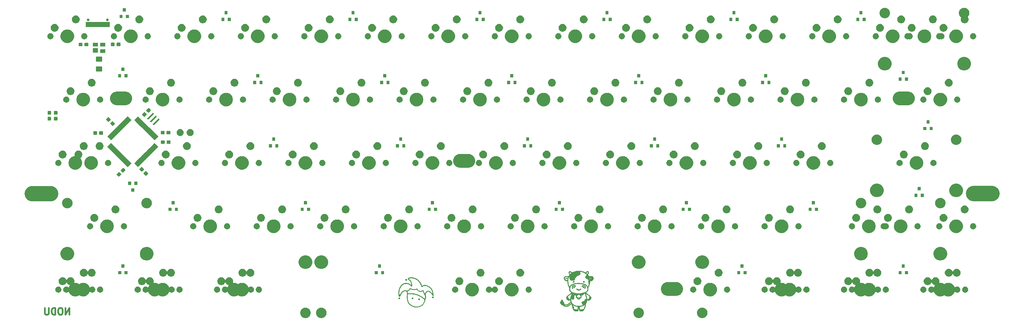
<source format=gbr>
G04 #@! TF.GenerationSoftware,KiCad,Pcbnew,(5.1.4)-1*
G04 #@! TF.CreationDate,2020-12-23T23:42:08-08:00*
G04 #@! TF.ProjectId,Nodu,4e6f6475-2e6b-4696-9361-645f70636258,rev?*
G04 #@! TF.SameCoordinates,Original*
G04 #@! TF.FileFunction,Soldermask,Bot*
G04 #@! TF.FilePolarity,Negative*
%FSLAX46Y46*%
G04 Gerber Fmt 4.6, Leading zero omitted, Abs format (unit mm)*
G04 Created by KiCad (PCBNEW (5.1.4)-1) date 2020-12-23 23:42:08*
%MOMM*%
%LPD*%
G04 APERTURE LIST*
%ADD10C,0.500000*%
%ADD11C,0.010000*%
%ADD12C,0.100000*%
G04 APERTURE END LIST*
D10*
X3131666Y-86259761D02*
X3131666Y-84259761D01*
X1988809Y-86259761D01*
X1988809Y-84259761D01*
X655476Y-84259761D02*
X274523Y-84259761D01*
X84047Y-84355000D01*
X-106428Y-84545476D01*
X-201666Y-84926428D01*
X-201666Y-85593095D01*
X-106428Y-85974047D01*
X84047Y-86164523D01*
X274523Y-86259761D01*
X655476Y-86259761D01*
X845952Y-86164523D01*
X1036428Y-85974047D01*
X1131666Y-85593095D01*
X1131666Y-84926428D01*
X1036428Y-84545476D01*
X845952Y-84355000D01*
X655476Y-84259761D01*
X-1058809Y-86259761D02*
X-1058809Y-84259761D01*
X-1535000Y-84259761D01*
X-1820714Y-84355000D01*
X-2011190Y-84545476D01*
X-2106428Y-84735952D01*
X-2201666Y-85116904D01*
X-2201666Y-85402619D01*
X-2106428Y-85783571D01*
X-2011190Y-85974047D01*
X-1820714Y-86164523D01*
X-1535000Y-86259761D01*
X-1058809Y-86259761D01*
X-3058809Y-84259761D02*
X-3058809Y-85878809D01*
X-3154047Y-86069285D01*
X-3249285Y-86164523D01*
X-3439761Y-86259761D01*
X-3820714Y-86259761D01*
X-4011190Y-86164523D01*
X-4106428Y-86069285D01*
X-4201666Y-85878809D01*
X-4201666Y-84259761D01*
D11*
G36*
X154330275Y-76135570D02*
G01*
X154246605Y-76184170D01*
X154190416Y-76263110D01*
X154173580Y-76347559D01*
X154195555Y-76454222D01*
X154252090Y-76531674D01*
X154332220Y-76575494D01*
X154424982Y-76581264D01*
X154519410Y-76544562D01*
X154566721Y-76506042D01*
X154617258Y-76447550D01*
X154635101Y-76395555D01*
X154630353Y-76332642D01*
X154592496Y-76226295D01*
X154519006Y-76157506D01*
X154428956Y-76128026D01*
X154330275Y-76135570D01*
X154330275Y-76135570D01*
G37*
X154330275Y-76135570D02*
X154246605Y-76184170D01*
X154190416Y-76263110D01*
X154173580Y-76347559D01*
X154195555Y-76454222D01*
X154252090Y-76531674D01*
X154332220Y-76575494D01*
X154424982Y-76581264D01*
X154519410Y-76544562D01*
X154566721Y-76506042D01*
X154617258Y-76447550D01*
X154635101Y-76395555D01*
X154630353Y-76332642D01*
X154592496Y-76226295D01*
X154519006Y-76157506D01*
X154428956Y-76128026D01*
X154330275Y-76135570D01*
G36*
X157418222Y-76132759D02*
G01*
X157336785Y-76185569D01*
X157277850Y-76250869D01*
X157257478Y-76323227D01*
X157257041Y-76338959D01*
X157265278Y-76435400D01*
X157295508Y-76498178D01*
X157356010Y-76543621D01*
X157362568Y-76547081D01*
X157472526Y-76582008D01*
X157571669Y-76566644D01*
X157626450Y-76533573D01*
X157690390Y-76454573D01*
X157712816Y-76361099D01*
X157695054Y-76267526D01*
X157638430Y-76188230D01*
X157591616Y-76156124D01*
X157498472Y-76122712D01*
X157418222Y-76132759D01*
X157418222Y-76132759D01*
G37*
X157418222Y-76132759D02*
X157336785Y-76185569D01*
X157277850Y-76250869D01*
X157257478Y-76323227D01*
X157257041Y-76338959D01*
X157265278Y-76435400D01*
X157295508Y-76498178D01*
X157356010Y-76543621D01*
X157362568Y-76547081D01*
X157472526Y-76582008D01*
X157571669Y-76566644D01*
X157626450Y-76533573D01*
X157690390Y-76454573D01*
X157712816Y-76361099D01*
X157695054Y-76267526D01*
X157638430Y-76188230D01*
X157591616Y-76156124D01*
X157498472Y-76122712D01*
X157418222Y-76132759D01*
G36*
X154411274Y-77755198D02*
G01*
X154336495Y-77816373D01*
X154290547Y-77906422D01*
X154286780Y-77922978D01*
X154294269Y-78008007D01*
X154341131Y-78085673D01*
X154415012Y-78145239D01*
X154503558Y-78175964D01*
X154574490Y-78173088D01*
X154662303Y-78129072D01*
X154720066Y-78054293D01*
X154743976Y-77962695D01*
X154730224Y-77868218D01*
X154679342Y-77789026D01*
X154595624Y-77737114D01*
X154501959Y-77727308D01*
X154411274Y-77755198D01*
X154411274Y-77755198D01*
G37*
X154411274Y-77755198D02*
X154336495Y-77816373D01*
X154290547Y-77906422D01*
X154286780Y-77922978D01*
X154294269Y-78008007D01*
X154341131Y-78085673D01*
X154415012Y-78145239D01*
X154503558Y-78175964D01*
X154574490Y-78173088D01*
X154662303Y-78129072D01*
X154720066Y-78054293D01*
X154743976Y-77962695D01*
X154730224Y-77868218D01*
X154679342Y-77789026D01*
X154595624Y-77737114D01*
X154501959Y-77727308D01*
X154411274Y-77755198D01*
G36*
X157283947Y-77735088D02*
G01*
X157224307Y-77772856D01*
X157194549Y-77805151D01*
X157138392Y-77903001D01*
X157130675Y-77998303D01*
X157169520Y-78082489D01*
X157253050Y-78146991D01*
X157271254Y-78155255D01*
X157330471Y-78179940D01*
X157365769Y-78187444D01*
X157402187Y-78177616D01*
X157455868Y-78154156D01*
X157539759Y-78095069D01*
X157584976Y-78016080D01*
X157593999Y-77928798D01*
X157569310Y-77844838D01*
X157513390Y-77775810D01*
X157428720Y-77733327D01*
X157364256Y-77725408D01*
X157283947Y-77735088D01*
X157283947Y-77735088D01*
G37*
X157283947Y-77735088D02*
X157224307Y-77772856D01*
X157194549Y-77805151D01*
X157138392Y-77903001D01*
X157130675Y-77998303D01*
X157169520Y-78082489D01*
X157253050Y-78146991D01*
X157271254Y-78155255D01*
X157330471Y-78179940D01*
X157365769Y-78187444D01*
X157402187Y-78177616D01*
X157455868Y-78154156D01*
X157539759Y-78095069D01*
X157584976Y-78016080D01*
X157593999Y-77928798D01*
X157569310Y-77844838D01*
X157513390Y-77775810D01*
X157428720Y-77733327D01*
X157364256Y-77725408D01*
X157283947Y-77735088D01*
G36*
X154338164Y-77360240D02*
G01*
X154179350Y-77425014D01*
X154050794Y-77528137D01*
X153957076Y-77665658D01*
X153902780Y-77833623D01*
X153896084Y-77878362D01*
X153897671Y-78012928D01*
X153927485Y-78157135D01*
X153979558Y-78289440D01*
X154032731Y-78371643D01*
X154095727Y-78432619D01*
X154148617Y-78447677D01*
X154200883Y-78418890D01*
X154209782Y-78410393D01*
X154238196Y-78377791D01*
X154246529Y-78346219D01*
X154232904Y-78301542D01*
X154195447Y-78229622D01*
X154182778Y-78206871D01*
X154144136Y-78128626D01*
X154125789Y-78058199D01*
X154122983Y-77971673D01*
X154125636Y-77919342D01*
X154148050Y-77782561D01*
X154199361Y-77682667D01*
X154285952Y-77609857D01*
X154346872Y-77579516D01*
X154477773Y-77549548D01*
X154615027Y-77561402D01*
X154743429Y-77610929D01*
X154847772Y-77693980D01*
X154870401Y-77722387D01*
X154936597Y-77787077D01*
X154991762Y-77803163D01*
X155051681Y-77785338D01*
X155077649Y-77737747D01*
X155070325Y-77669213D01*
X155030370Y-77588560D01*
X154970329Y-77516153D01*
X154832486Y-77411367D01*
X154673056Y-77352632D01*
X154522654Y-77337771D01*
X154338164Y-77360240D01*
X154338164Y-77360240D01*
G37*
X154338164Y-77360240D02*
X154179350Y-77425014D01*
X154050794Y-77528137D01*
X153957076Y-77665658D01*
X153902780Y-77833623D01*
X153896084Y-77878362D01*
X153897671Y-78012928D01*
X153927485Y-78157135D01*
X153979558Y-78289440D01*
X154032731Y-78371643D01*
X154095727Y-78432619D01*
X154148617Y-78447677D01*
X154200883Y-78418890D01*
X154209782Y-78410393D01*
X154238196Y-78377791D01*
X154246529Y-78346219D01*
X154232904Y-78301542D01*
X154195447Y-78229622D01*
X154182778Y-78206871D01*
X154144136Y-78128626D01*
X154125789Y-78058199D01*
X154122983Y-77971673D01*
X154125636Y-77919342D01*
X154148050Y-77782561D01*
X154199361Y-77682667D01*
X154285952Y-77609857D01*
X154346872Y-77579516D01*
X154477773Y-77549548D01*
X154615027Y-77561402D01*
X154743429Y-77610929D01*
X154847772Y-77693980D01*
X154870401Y-77722387D01*
X154936597Y-77787077D01*
X154991762Y-77803163D01*
X155051681Y-77785338D01*
X155077649Y-77737747D01*
X155070325Y-77669213D01*
X155030370Y-77588560D01*
X154970329Y-77516153D01*
X154832486Y-77411367D01*
X154673056Y-77352632D01*
X154522654Y-77337771D01*
X154338164Y-77360240D01*
G36*
X157202968Y-77354402D02*
G01*
X157040585Y-77422962D01*
X156913623Y-77522589D01*
X156833020Y-77613418D01*
X156795703Y-77684600D01*
X156799637Y-77741652D01*
X156821613Y-77772061D01*
X156882512Y-77802027D01*
X156952460Y-77783726D01*
X157026179Y-77718709D01*
X157033496Y-77709771D01*
X157143262Y-77608919D01*
X157271150Y-77555680D01*
X157412676Y-77551023D01*
X157562700Y-77595619D01*
X157663621Y-77667776D01*
X157732056Y-77771644D01*
X157765722Y-77896801D01*
X157762336Y-78032830D01*
X157719615Y-78169310D01*
X157697525Y-78210936D01*
X157653665Y-78307696D01*
X157652178Y-78380214D01*
X157676919Y-78420020D01*
X157729638Y-78448849D01*
X157787916Y-78430646D01*
X157839629Y-78384498D01*
X157911012Y-78274550D01*
X157958516Y-78133795D01*
X157979946Y-77978508D01*
X157973110Y-77824962D01*
X157935814Y-77689433D01*
X157933870Y-77685084D01*
X157869599Y-77584994D01*
X157775758Y-77487757D01*
X157669296Y-77408384D01*
X157569755Y-77362592D01*
X157380832Y-77333920D01*
X157202968Y-77354402D01*
X157202968Y-77354402D01*
G37*
X157202968Y-77354402D02*
X157040585Y-77422962D01*
X156913623Y-77522589D01*
X156833020Y-77613418D01*
X156795703Y-77684600D01*
X156799637Y-77741652D01*
X156821613Y-77772061D01*
X156882512Y-77802027D01*
X156952460Y-77783726D01*
X157026179Y-77718709D01*
X157033496Y-77709771D01*
X157143262Y-77608919D01*
X157271150Y-77555680D01*
X157412676Y-77551023D01*
X157562700Y-77595619D01*
X157663621Y-77667776D01*
X157732056Y-77771644D01*
X157765722Y-77896801D01*
X157762336Y-78032830D01*
X157719615Y-78169310D01*
X157697525Y-78210936D01*
X157653665Y-78307696D01*
X157652178Y-78380214D01*
X157676919Y-78420020D01*
X157729638Y-78448849D01*
X157787916Y-78430646D01*
X157839629Y-78384498D01*
X157911012Y-78274550D01*
X157958516Y-78133795D01*
X157979946Y-77978508D01*
X157973110Y-77824962D01*
X157935814Y-77689433D01*
X157933870Y-77685084D01*
X157869599Y-77584994D01*
X157775758Y-77487757D01*
X157669296Y-77408384D01*
X157569755Y-77362592D01*
X157380832Y-77333920D01*
X157202968Y-77354402D01*
G36*
X155270723Y-78459451D02*
G01*
X155251115Y-78483520D01*
X155236828Y-78527516D01*
X155253044Y-78574953D01*
X155304508Y-78632956D01*
X155395962Y-78708650D01*
X155406236Y-78716512D01*
X155575622Y-78818788D01*
X155760095Y-78883444D01*
X155947337Y-78907690D01*
X156125029Y-78888738D01*
X156144383Y-78883638D01*
X156306713Y-78819997D01*
X156458581Y-78727924D01*
X156579405Y-78619911D01*
X156579876Y-78619376D01*
X156629020Y-78556918D01*
X156644972Y-78513568D01*
X156634355Y-78475835D01*
X156586268Y-78432755D01*
X156514625Y-78431764D01*
X156424965Y-78472048D01*
X156365221Y-78515368D01*
X156282323Y-78575998D01*
X156196634Y-78627686D01*
X156160824Y-78644960D01*
X156008987Y-78681406D01*
X155846925Y-78672501D01*
X155684947Y-78620492D01*
X155533358Y-78527625D01*
X155501678Y-78501278D01*
X155414691Y-78445149D01*
X155334780Y-78430999D01*
X155270723Y-78459451D01*
X155270723Y-78459451D01*
G37*
X155270723Y-78459451D02*
X155251115Y-78483520D01*
X155236828Y-78527516D01*
X155253044Y-78574953D01*
X155304508Y-78632956D01*
X155395962Y-78708650D01*
X155406236Y-78716512D01*
X155575622Y-78818788D01*
X155760095Y-78883444D01*
X155947337Y-78907690D01*
X156125029Y-78888738D01*
X156144383Y-78883638D01*
X156306713Y-78819997D01*
X156458581Y-78727924D01*
X156579405Y-78619911D01*
X156579876Y-78619376D01*
X156629020Y-78556918D01*
X156644972Y-78513568D01*
X156634355Y-78475835D01*
X156586268Y-78432755D01*
X156514625Y-78431764D01*
X156424965Y-78472048D01*
X156365221Y-78515368D01*
X156282323Y-78575998D01*
X156196634Y-78627686D01*
X156160824Y-78644960D01*
X156008987Y-78681406D01*
X155846925Y-78672501D01*
X155684947Y-78620492D01*
X155533358Y-78527625D01*
X155501678Y-78501278D01*
X155414691Y-78445149D01*
X155334780Y-78430999D01*
X155270723Y-78459451D01*
G36*
X155604833Y-73060466D02*
G01*
X155370599Y-73085343D01*
X155235409Y-73109053D01*
X154831831Y-73213662D01*
X154449190Y-73350175D01*
X154280166Y-73424352D01*
X154176659Y-73469809D01*
X154084407Y-73504885D01*
X154017733Y-73524355D01*
X153999866Y-73526632D01*
X153897504Y-73506884D01*
X153772768Y-73450555D01*
X153635062Y-73362021D01*
X153616525Y-73348244D01*
X153476532Y-73250387D01*
X153361996Y-73190214D01*
X153264890Y-73165844D01*
X153177184Y-73175392D01*
X153090848Y-73216977D01*
X153081915Y-73222869D01*
X152996943Y-73297160D01*
X152948475Y-73387221D01*
X152929836Y-73507024D01*
X152929056Y-73542812D01*
X152937612Y-73664550D01*
X152967140Y-73780889D01*
X153022320Y-73903125D01*
X153107835Y-74042553D01*
X153177021Y-74141045D01*
X153196572Y-74173105D01*
X153198773Y-74203716D01*
X153179358Y-74245159D01*
X153134060Y-74309715D01*
X153104992Y-74348392D01*
X153041554Y-74433851D01*
X152985230Y-74512463D01*
X152948844Y-74566247D01*
X152892425Y-74623056D01*
X152805018Y-74658355D01*
X152681220Y-74673237D01*
X152515629Y-74668798D01*
X152463792Y-74664496D01*
X152215586Y-74658295D01*
X152003691Y-74688942D01*
X151827844Y-74756551D01*
X151687781Y-74861239D01*
X151583237Y-75003120D01*
X151555170Y-75061167D01*
X151511866Y-75223772D01*
X151513198Y-75393495D01*
X151554234Y-75562268D01*
X151630048Y-75722025D01*
X151735710Y-75864698D01*
X151866292Y-75982220D01*
X152016866Y-76066524D01*
X152182502Y-76109543D01*
X152196554Y-76110986D01*
X152342406Y-76110418D01*
X152439005Y-76085515D01*
X152532330Y-76046521D01*
X152548854Y-76335833D01*
X152580589Y-76673085D01*
X152635399Y-76998640D01*
X152711039Y-77304851D01*
X152805263Y-77584073D01*
X152915828Y-77828659D01*
X153040489Y-78030963D01*
X153050368Y-78044250D01*
X153087873Y-78096662D01*
X153108229Y-78140197D01*
X153114229Y-78191322D01*
X153108664Y-78266502D01*
X153100030Y-78337153D01*
X153091272Y-78595522D01*
X153131104Y-78838646D01*
X153217961Y-79063018D01*
X153350275Y-79265128D01*
X153526480Y-79441468D01*
X153626506Y-79516143D01*
X153695373Y-79565381D01*
X153742829Y-79604116D01*
X153757393Y-79621515D01*
X153736864Y-79650220D01*
X153675917Y-79705584D01*
X153577237Y-79785472D01*
X153443511Y-79887749D01*
X153277426Y-80010280D01*
X153174898Y-80084355D01*
X152931046Y-80263262D01*
X152729565Y-80419762D01*
X152567429Y-80556463D01*
X152441607Y-80675975D01*
X152349072Y-80780904D01*
X152319641Y-80820910D01*
X152264537Y-80905570D01*
X152234067Y-80971953D01*
X152221079Y-81042725D01*
X152218417Y-81140554D01*
X152218418Y-81141645D01*
X152242539Y-81332951D01*
X152310147Y-81512105D01*
X152414831Y-81671783D01*
X152550177Y-81804656D01*
X152709772Y-81903400D01*
X152887203Y-81960688D01*
X152942292Y-81968627D01*
X153021698Y-81974071D01*
X153082679Y-81967182D01*
X153144764Y-81942585D01*
X153227488Y-81894907D01*
X153241464Y-81886309D01*
X153319229Y-81840024D01*
X153377530Y-81808553D01*
X153404808Y-81798095D01*
X153405382Y-81798440D01*
X153412237Y-81826543D01*
X153425083Y-81894842D01*
X153442032Y-81992297D01*
X153461192Y-82107869D01*
X153480673Y-82230521D01*
X153491437Y-82300973D01*
X153493060Y-82334257D01*
X153483714Y-82367772D01*
X153458066Y-82408415D01*
X153410779Y-82463084D01*
X153336517Y-82538679D01*
X153229947Y-82642098D01*
X153220812Y-82650871D01*
X152997115Y-82850435D01*
X152787865Y-83004337D01*
X152588297Y-83115055D01*
X152393643Y-83185071D01*
X152199136Y-83216865D01*
X152128212Y-83219432D01*
X151956803Y-83208551D01*
X151818540Y-83171338D01*
X151699548Y-83103277D01*
X151652028Y-83064448D01*
X151587570Y-83001222D01*
X151554229Y-82945768D01*
X151540567Y-82876257D01*
X151538499Y-82847742D01*
X151529019Y-82779964D01*
X151506032Y-82703295D01*
X151466280Y-82610902D01*
X151406505Y-82495957D01*
X151323450Y-82351628D01*
X151222298Y-82184782D01*
X151160172Y-82077750D01*
X151106537Y-81974201D01*
X151069416Y-81890121D01*
X151059668Y-81860803D01*
X151030970Y-81764822D01*
X151002877Y-81709382D01*
X150967180Y-81683942D01*
X150917278Y-81677959D01*
X150869301Y-81685310D01*
X150830471Y-81714729D01*
X150788344Y-81777261D01*
X150771322Y-81807551D01*
X150695268Y-81974534D01*
X150633095Y-82166732D01*
X150609276Y-82268173D01*
X150593687Y-82316960D01*
X150567476Y-82323555D01*
X150545251Y-82313530D01*
X150459138Y-82284698D01*
X150397097Y-82300210D01*
X150362072Y-82357073D01*
X150357011Y-82452295D01*
X150363587Y-82498077D01*
X150417623Y-82704818D01*
X150496559Y-82892823D01*
X150595661Y-83056210D01*
X150710192Y-83189100D01*
X150835417Y-83285610D01*
X150966601Y-83339860D01*
X151049316Y-83349693D01*
X151109006Y-83368585D01*
X151189757Y-83426981D01*
X151261137Y-83493022D01*
X151458005Y-83653024D01*
X151673866Y-83766692D01*
X151905447Y-83834506D01*
X152149474Y-83856942D01*
X152402674Y-83834478D01*
X152661773Y-83767593D01*
X152923499Y-83656763D01*
X153184577Y-83502467D01*
X153441734Y-83305182D01*
X153609031Y-83150356D01*
X153809898Y-82950942D01*
X153809898Y-83049867D01*
X153816941Y-83139968D01*
X153836370Y-83267995D01*
X153865640Y-83422236D01*
X153902201Y-83590977D01*
X153943508Y-83762507D01*
X153987012Y-83925113D01*
X154030168Y-84067081D01*
X154032931Y-84075408D01*
X154109553Y-84283814D01*
X154198494Y-84490922D01*
X154293379Y-84683549D01*
X154387832Y-84848516D01*
X154453371Y-84944597D01*
X154551320Y-85049495D01*
X154668012Y-85124337D01*
X154811671Y-85172291D01*
X154990519Y-85196527D01*
X155118776Y-85201006D01*
X155307060Y-85195841D01*
X155470995Y-85178466D01*
X155603558Y-85150305D01*
X155697724Y-85112784D01*
X155742362Y-85074545D01*
X155767758Y-85013208D01*
X155794060Y-84910909D01*
X155819662Y-84778463D01*
X155842960Y-84626683D01*
X155862348Y-84466385D01*
X155876220Y-84308382D01*
X155882971Y-84163489D01*
X155883368Y-84124669D01*
X155883974Y-84000560D01*
X155886895Y-83919283D01*
X155893781Y-83871838D01*
X155906284Y-83849225D01*
X155926054Y-83842442D01*
X155935205Y-83842142D01*
X155961327Y-83846584D01*
X155976840Y-83866953D01*
X155984460Y-83913813D01*
X155986904Y-83997730D01*
X155987041Y-84043690D01*
X155991414Y-84192606D01*
X156003540Y-84354933D01*
X156021936Y-84521563D01*
X156045115Y-84683386D01*
X156071591Y-84831294D01*
X156099880Y-84956178D01*
X156128495Y-85048928D01*
X156155951Y-85100435D01*
X156159988Y-85104127D01*
X156226120Y-85135141D01*
X156331212Y-85162083D01*
X156462464Y-85183645D01*
X156607073Y-85198517D01*
X156752237Y-85205393D01*
X156885154Y-85202962D01*
X156993023Y-85189918D01*
X156995129Y-85189478D01*
X157143224Y-85152416D01*
X157252995Y-85108498D01*
X157337942Y-85049710D01*
X157411565Y-84968040D01*
X157443469Y-84923352D01*
X157526262Y-84788294D01*
X157616233Y-84619596D01*
X157705760Y-84433298D01*
X157787221Y-84245438D01*
X157852994Y-84072057D01*
X157864901Y-84036530D01*
X157903489Y-83904043D01*
X157945611Y-83736633D01*
X157987701Y-83550724D01*
X158026193Y-83362741D01*
X158042871Y-83270297D01*
X157827245Y-83270297D01*
X157818864Y-83347081D01*
X157795750Y-83461788D01*
X157760944Y-83603650D01*
X157717491Y-83761896D01*
X157668432Y-83925759D01*
X157616811Y-84084467D01*
X157565671Y-84227252D01*
X157535264Y-84303717D01*
X157498596Y-84388621D01*
X157464521Y-84451866D01*
X157424525Y-84498490D01*
X157370100Y-84533527D01*
X157292735Y-84562014D01*
X157183918Y-84588988D01*
X157035139Y-84619483D01*
X156984898Y-84629391D01*
X156926666Y-84635667D01*
X156835280Y-84639760D01*
X156723007Y-84641762D01*
X156602116Y-84641763D01*
X156484874Y-84639854D01*
X156383548Y-84636126D01*
X156310405Y-84630670D01*
X156278474Y-84624155D01*
X156261475Y-84589617D01*
X156244760Y-84515276D01*
X156229535Y-84413157D01*
X156217005Y-84295285D01*
X156208375Y-84173686D01*
X156204852Y-84060384D01*
X156207640Y-83967405D01*
X156210187Y-83942957D01*
X156225266Y-83829183D01*
X155663062Y-83829183D01*
X155659832Y-84181191D01*
X155656168Y-84333877D01*
X155648637Y-84458897D01*
X155637924Y-84547848D01*
X155626523Y-84589406D01*
X155610454Y-84613349D01*
X155586319Y-84629326D01*
X155544533Y-84638936D01*
X155475508Y-84643780D01*
X155369658Y-84645458D01*
X155289871Y-84645612D01*
X155152512Y-84643383D01*
X155018934Y-84637351D01*
X154906367Y-84628499D01*
X154843691Y-84620170D01*
X154702704Y-84593244D01*
X154604175Y-84569660D01*
X154539320Y-84544927D01*
X154499356Y-84514553D01*
X154475499Y-84474046D01*
X154460255Y-84424091D01*
X154435728Y-84293267D01*
X154439076Y-84194184D01*
X154471656Y-84114045D01*
X154496735Y-84080134D01*
X154539245Y-84017567D01*
X154560849Y-83962198D01*
X154561531Y-83954321D01*
X154537594Y-83873788D01*
X154473701Y-83801433D01*
X154381733Y-83745846D01*
X154273571Y-83715619D01*
X154227171Y-83712551D01*
X154187897Y-83710432D01*
X154160041Y-83698171D01*
X154139109Y-83666912D01*
X154120608Y-83607795D01*
X154100043Y-83511964D01*
X154084503Y-83431370D01*
X154066888Y-83336358D01*
X154063246Y-83284178D01*
X154080260Y-83271863D01*
X154124612Y-83296443D01*
X154202985Y-83354948D01*
X154222693Y-83369973D01*
X154415194Y-83493347D01*
X154646543Y-83603342D01*
X154904583Y-83695851D01*
X155177162Y-83766763D01*
X155452124Y-83811970D01*
X155559388Y-83821887D01*
X155663062Y-83829183D01*
X156225266Y-83829183D01*
X156226024Y-83823466D01*
X156424033Y-83807949D01*
X156716683Y-83765877D01*
X157010638Y-83688051D01*
X157291804Y-83579507D01*
X157546089Y-83445283D01*
X157668225Y-83363191D01*
X157743168Y-83310892D01*
X157799103Y-83277328D01*
X157826150Y-83268269D01*
X157827245Y-83270297D01*
X158042871Y-83270297D01*
X158057520Y-83189109D01*
X158075912Y-83064591D01*
X158095267Y-82969562D01*
X158124916Y-82884914D01*
X158143301Y-82851304D01*
X158215779Y-82726557D01*
X158286440Y-82567447D01*
X158350194Y-82389734D01*
X158401950Y-82209174D01*
X158436617Y-82041528D01*
X158449105Y-81904744D01*
X158452581Y-81837444D01*
X158461110Y-81798477D01*
X158465335Y-81794591D01*
X158494030Y-81807099D01*
X158553749Y-81839871D01*
X158630715Y-81885306D01*
X158762129Y-81950499D01*
X158884664Y-81975037D01*
X159016135Y-81960757D01*
X159106508Y-81934392D01*
X159220656Y-81877101D01*
X159342116Y-81786083D01*
X159456366Y-81674628D01*
X159548885Y-81556024D01*
X159581841Y-81499414D01*
X159633762Y-81359438D01*
X159660988Y-81203904D01*
X159661331Y-81053245D01*
X159640743Y-80949857D01*
X159597252Y-80868978D01*
X159530989Y-80785527D01*
X159249361Y-80785527D01*
X159202418Y-80921969D01*
X159101625Y-81159737D01*
X158978301Y-81353809D01*
X158833694Y-81502350D01*
X158780300Y-81541887D01*
X158697695Y-81592016D01*
X158636882Y-81609268D01*
X158580691Y-81594959D01*
X158526990Y-81561289D01*
X158487731Y-81524264D01*
X158239126Y-81524264D01*
X158234530Y-81553336D01*
X158213012Y-81553092D01*
X158199519Y-81547502D01*
X158145649Y-81532782D01*
X158064207Y-81520147D01*
X158021633Y-81516019D01*
X157913022Y-81516703D01*
X157843644Y-81543924D01*
X157804402Y-81605476D01*
X157786198Y-81709156D01*
X157785461Y-81718397D01*
X157767092Y-81826451D01*
X157733022Y-81936047D01*
X157715294Y-81975950D01*
X157630836Y-82084784D01*
X157500953Y-82171002D01*
X157327277Y-82233730D01*
X157179286Y-82263377D01*
X157051812Y-82288111D01*
X156963396Y-82322231D01*
X156901308Y-82372921D01*
X156852817Y-82447365D01*
X156852653Y-82447682D01*
X156815927Y-82570455D01*
X156830526Y-82695623D01*
X156896144Y-82820997D01*
X156907220Y-82835680D01*
X156962338Y-82913902D01*
X157028838Y-83019134D01*
X157094708Y-83132130D01*
X157112436Y-83164455D01*
X157226862Y-83376696D01*
X157133570Y-83415676D01*
X156959688Y-83481149D01*
X156785137Y-83530722D01*
X156599989Y-83565814D01*
X156394317Y-83587844D01*
X156158194Y-83598228D01*
X155881692Y-83598387D01*
X155857449Y-83597999D01*
X155660407Y-83593731D01*
X155505140Y-83587897D01*
X155381594Y-83579632D01*
X155279711Y-83568070D01*
X155189436Y-83552349D01*
X155108577Y-83533617D01*
X154826357Y-83442775D01*
X154564044Y-83320771D01*
X154330243Y-83172664D01*
X154133555Y-83003514D01*
X154050952Y-82911569D01*
X153942745Y-82752448D01*
X153662057Y-82752448D01*
X153641393Y-82794575D01*
X153593427Y-82858520D01*
X153580575Y-82874767D01*
X153432260Y-83035733D01*
X153249302Y-83193265D01*
X153044979Y-83338460D01*
X152832568Y-83462411D01*
X152625346Y-83556215D01*
X152506865Y-83594906D01*
X152339968Y-83624262D01*
X152153200Y-83632075D01*
X151969494Y-83618612D01*
X151820402Y-83586893D01*
X151675731Y-83528324D01*
X151535423Y-83447933D01*
X151419555Y-83357826D01*
X151388994Y-83326792D01*
X151356144Y-83284671D01*
X151358716Y-83254154D01*
X151385978Y-83220712D01*
X151417933Y-83189441D01*
X151444993Y-83186666D01*
X151485621Y-83214498D01*
X151510089Y-83234911D01*
X151681396Y-83345684D01*
X151878608Y-83412912D01*
X152098130Y-83435676D01*
X152255339Y-83425664D01*
X152469823Y-83384929D01*
X152672051Y-83315939D01*
X152869763Y-83214442D01*
X153070699Y-83076183D01*
X153282598Y-82896912D01*
X153374000Y-82810995D01*
X153599113Y-82593985D01*
X153639384Y-82671862D01*
X153659895Y-82716693D01*
X153662057Y-82752448D01*
X153942745Y-82752448D01*
X153901817Y-82692263D01*
X153782130Y-82442006D01*
X153695372Y-82173107D01*
X153645026Y-81897874D01*
X153634576Y-81628613D01*
X153647400Y-81485364D01*
X153667347Y-81344606D01*
X153736913Y-81449826D01*
X153839457Y-81559466D01*
X153974520Y-81631829D01*
X154135564Y-81663722D01*
X154177443Y-81665000D01*
X154310180Y-81648761D01*
X154405406Y-81598608D01*
X154466583Y-81512384D01*
X154479574Y-81476686D01*
X154491177Y-81416940D01*
X154502946Y-81319817D01*
X154513362Y-81199747D01*
X154519801Y-81094795D01*
X154531352Y-80917701D01*
X154547466Y-80782888D01*
X154570245Y-80680860D01*
X154601794Y-80602121D01*
X154643011Y-80538701D01*
X154673728Y-80487337D01*
X154677241Y-80452682D01*
X154675019Y-80450097D01*
X154644092Y-80425950D01*
X154584238Y-80380330D01*
X154508035Y-80322820D01*
X154503040Y-80319067D01*
X154413717Y-80245032D01*
X154330018Y-80164082D01*
X154276843Y-80102306D01*
X154225781Y-80022730D01*
X154183956Y-79939480D01*
X154157083Y-79866402D01*
X154151820Y-79824795D01*
X153873723Y-79824795D01*
X153869258Y-79848005D01*
X153850529Y-79912351D01*
X153820005Y-80009906D01*
X153780154Y-80132744D01*
X153742522Y-80245969D01*
X153659648Y-80498543D01*
X153593612Y-80713738D01*
X153541561Y-80902124D01*
X153500637Y-81074274D01*
X153467987Y-81240757D01*
X153458038Y-81299327D01*
X153441126Y-81398412D01*
X153426727Y-81475106D01*
X153417170Y-81517292D01*
X153415299Y-81521748D01*
X153325373Y-81580320D01*
X153260375Y-81607776D01*
X153204414Y-81604954D01*
X153141599Y-81572689D01*
X153092880Y-81538727D01*
X152940698Y-81397602D01*
X152809076Y-81209443D01*
X152747683Y-81090834D01*
X152691439Y-80965760D01*
X152659746Y-80875555D01*
X152653032Y-80809207D01*
X152671723Y-80755703D01*
X152716248Y-80704031D01*
X152764322Y-80661963D01*
X152826056Y-80612744D01*
X152920441Y-80540338D01*
X153038055Y-80451840D01*
X153169479Y-80354344D01*
X153291531Y-80264950D01*
X153423609Y-80168217D01*
X153546841Y-80076812D01*
X153652838Y-79997049D01*
X153733209Y-79935238D01*
X153778402Y-79898704D01*
X153832376Y-79853690D01*
X153867881Y-79827501D01*
X153873723Y-79824795D01*
X154151820Y-79824795D01*
X154150876Y-79817339D01*
X154155260Y-79807733D01*
X154193724Y-79801075D01*
X154246263Y-79826195D01*
X154296158Y-79873171D01*
X154315435Y-79902799D01*
X154403033Y-80027340D01*
X154530239Y-80148777D01*
X154685070Y-80258954D01*
X154855543Y-80349717D01*
X155029676Y-80412911D01*
X155084214Y-80425979D01*
X155170165Y-80446647D01*
X155213309Y-80466172D01*
X155222357Y-80489154D01*
X155219674Y-80497529D01*
X155168798Y-80631712D01*
X155141863Y-80750155D01*
X155132973Y-80879504D01*
X155132873Y-80889911D01*
X155137268Y-80998502D01*
X155158468Y-81072797D01*
X155205896Y-81125814D01*
X155288976Y-81170572D01*
X155355258Y-81197136D01*
X155432088Y-81230662D01*
X155473761Y-81265509D01*
X155495231Y-81316264D01*
X155500372Y-81338705D01*
X155544281Y-81464208D01*
X155621292Y-81555619D01*
X155712269Y-81611890D01*
X155857329Y-81657830D01*
X156001875Y-81660524D01*
X156136720Y-81623873D01*
X156252675Y-81551778D01*
X156340553Y-81448140D01*
X156389607Y-81324276D01*
X156389708Y-81324044D01*
X156168470Y-81324044D01*
X156148808Y-81359082D01*
X156102477Y-81401800D01*
X156048458Y-81435323D01*
X156038878Y-81439265D01*
X155927862Y-81453953D01*
X155814034Y-81423034D01*
X155807466Y-81419734D01*
X155750852Y-81380955D01*
X155718853Y-81341979D01*
X155718341Y-81322874D01*
X155740374Y-81310946D01*
X155793573Y-81304615D01*
X155886559Y-81302299D01*
X155936018Y-81302142D01*
X156038544Y-81304402D01*
X156117970Y-81310453D01*
X156162713Y-81319205D01*
X156168470Y-81324044D01*
X156389708Y-81324044D01*
X156409207Y-81279401D01*
X156453116Y-81239123D01*
X156532005Y-81194679D01*
X156569178Y-81176836D01*
X156656359Y-81133947D01*
X156707482Y-81099657D01*
X156734227Y-81062363D01*
X156748274Y-81010462D01*
X156750727Y-80996485D01*
X156755371Y-80903394D01*
X156750572Y-80842733D01*
X156530758Y-80842733D01*
X156527749Y-80919943D01*
X156512488Y-80962737D01*
X156477008Y-80988362D01*
X156460051Y-80995765D01*
X156245295Y-81059854D01*
X156009416Y-81088163D01*
X155770304Y-81079051D01*
X155688613Y-81066616D01*
X155584853Y-81043681D01*
X155484936Y-81015596D01*
X155437628Y-80999006D01*
X155373430Y-80967739D01*
X155345285Y-80931439D01*
X155339082Y-80872647D01*
X155360456Y-80734068D01*
X155418578Y-80589483D01*
X155504447Y-80452794D01*
X155609061Y-80337901D01*
X155723419Y-80258705D01*
X155742095Y-80250244D01*
X155889898Y-80215233D01*
X156042457Y-80226794D01*
X156188891Y-80282076D01*
X156318316Y-80378230D01*
X156347051Y-80408675D01*
X156456322Y-80564703D01*
X156517605Y-80727404D01*
X156530758Y-80842733D01*
X156750572Y-80842733D01*
X156746223Y-80787774D01*
X156726409Y-80671670D01*
X156699056Y-80577131D01*
X156687700Y-80552122D01*
X156666005Y-80500861D01*
X156673633Y-80468071D01*
X156718082Y-80445449D01*
X156801841Y-80425691D01*
X156975434Y-80372751D01*
X157150836Y-80287452D01*
X157314316Y-80178792D01*
X157452141Y-80055769D01*
X157542995Y-79940050D01*
X157594133Y-79874854D01*
X157653618Y-79823400D01*
X157709686Y-79792960D01*
X157750572Y-79790806D01*
X157762373Y-79804450D01*
X157890653Y-80175194D01*
X158002218Y-80525099D01*
X158095400Y-80848287D01*
X158168535Y-81138884D01*
X158219955Y-81391012D01*
X158230411Y-81455073D01*
X158239126Y-81524264D01*
X158487731Y-81524264D01*
X158479300Y-81516313D01*
X158451740Y-81455286D01*
X158436926Y-81373381D01*
X158405825Y-81189436D01*
X158354912Y-80966700D01*
X158286343Y-80713334D01*
X158202273Y-80437500D01*
X158140301Y-80249922D01*
X157987550Y-79800977D01*
X158135246Y-79923039D01*
X158207862Y-79980745D01*
X158311558Y-80060080D01*
X158435164Y-80152643D01*
X158567506Y-80250035D01*
X158642287Y-80304285D01*
X158772240Y-80399322D01*
X158897386Y-80493190D01*
X159007302Y-80577906D01*
X159091566Y-80645482D01*
X159125496Y-80674498D01*
X159249361Y-80785527D01*
X159530989Y-80785527D01*
X159515254Y-80765712D01*
X159400165Y-80645201D01*
X159257399Y-80512589D01*
X159092372Y-80373018D01*
X158910500Y-80231630D01*
X158799120Y-80150601D01*
X158631803Y-80030346D01*
X158479501Y-79917870D01*
X158347211Y-79817095D01*
X158239929Y-79731942D01*
X158162654Y-79666333D01*
X158120380Y-79624192D01*
X158113876Y-79612716D01*
X158133827Y-79591816D01*
X158164807Y-79578373D01*
X158216257Y-79548850D01*
X158290711Y-79490116D01*
X158377419Y-79412302D01*
X158465630Y-79325535D01*
X158544594Y-79239947D01*
X158603558Y-79165666D01*
X158604923Y-79163693D01*
X158653867Y-79079132D01*
X158703957Y-78971591D01*
X158735405Y-78889585D01*
X158760940Y-78805980D01*
X158776484Y-78728095D01*
X158783569Y-78640316D01*
X158783730Y-78527028D01*
X158780727Y-78429175D01*
X158570304Y-78429175D01*
X158565412Y-78642987D01*
X158526267Y-78838923D01*
X158491446Y-78930725D01*
X158384924Y-79102642D01*
X158230918Y-79259646D01*
X158031897Y-79400672D01*
X157790330Y-79524653D01*
X157508687Y-79630525D01*
X157189437Y-79717222D01*
X156835048Y-79783678D01*
X156447990Y-79828828D01*
X156401735Y-79832587D01*
X156218905Y-79842067D01*
X156005315Y-79845650D01*
X155781685Y-79843507D01*
X155568735Y-79835811D01*
X155403878Y-79824328D01*
X154993385Y-79773745D01*
X154625732Y-79702036D01*
X154301664Y-79609604D01*
X154021922Y-79496852D01*
X153787253Y-79364186D01*
X153598399Y-79212007D01*
X153456105Y-79040721D01*
X153361115Y-78850731D01*
X153320978Y-78693841D01*
X153309451Y-78526095D01*
X153321207Y-78335969D01*
X153353754Y-78146058D01*
X153397905Y-77996282D01*
X153504949Y-77783550D01*
X153657879Y-77593469D01*
X153855621Y-77426740D01*
X154097102Y-77284061D01*
X154381248Y-77166131D01*
X154706986Y-77073650D01*
X154864157Y-77041025D01*
X155164751Y-76997235D01*
X155500741Y-76969776D01*
X155858269Y-76958832D01*
X156223473Y-76964585D01*
X156582494Y-76987218D01*
X156836246Y-77014969D01*
X157182029Y-77076596D01*
X157495090Y-77165323D01*
X157772487Y-77279650D01*
X158011277Y-77418077D01*
X158208521Y-77579104D01*
X158361275Y-77761231D01*
X158390846Y-77807676D01*
X158481881Y-77998800D01*
X158542081Y-78210206D01*
X158570304Y-78429175D01*
X158780727Y-78429175D01*
X158780702Y-78428392D01*
X158769678Y-78133519D01*
X158879576Y-77966196D01*
X158999315Y-77751648D01*
X159105364Y-77498118D01*
X159194579Y-77217376D01*
X159227704Y-77075681D01*
X159021862Y-77075681D01*
X158943527Y-77309496D01*
X158890902Y-77455558D01*
X158833657Y-77596124D01*
X158777261Y-77718981D01*
X158727181Y-77811920D01*
X158702060Y-77848717D01*
X158680147Y-77855407D01*
X158649778Y-77823980D01*
X158606067Y-77749317D01*
X158604749Y-77746829D01*
X158547465Y-77652870D01*
X158472551Y-77548367D01*
X158414020Y-77476695D01*
X158245889Y-77318271D01*
X158035531Y-77173046D01*
X157791897Y-77045995D01*
X157523939Y-76942091D01*
X157370240Y-76896822D01*
X157191001Y-76853015D01*
X157019424Y-76818712D01*
X156845491Y-76792910D01*
X156659185Y-76774610D01*
X156450489Y-76762809D01*
X156209384Y-76756507D01*
X155948164Y-76754703D01*
X155589354Y-76759206D01*
X155274269Y-76773929D01*
X154995575Y-76800134D01*
X154745939Y-76839084D01*
X154518028Y-76892042D01*
X154304510Y-76960272D01*
X154098052Y-77045036D01*
X154004286Y-77089506D01*
X153779631Y-77214575D01*
X153595399Y-77351385D01*
X153440198Y-77510157D01*
X153302637Y-77701110D01*
X153278114Y-77740942D01*
X153188645Y-77889520D01*
X153073187Y-77645474D01*
X152948885Y-77341675D01*
X152857652Y-77022508D01*
X152797837Y-76679763D01*
X152767787Y-76305226D01*
X152763417Y-76105510D01*
X152770117Y-75817424D01*
X152794987Y-75566180D01*
X152840672Y-75339165D01*
X152909817Y-75123762D01*
X153005067Y-74907357D01*
X153005262Y-74906967D01*
X152764226Y-74906967D01*
X152706903Y-75065278D01*
X152660758Y-75169647D01*
X152609307Y-75227871D01*
X152542606Y-75245431D01*
X152450710Y-75227811D01*
X152426487Y-75219882D01*
X152288550Y-75187282D01*
X152171745Y-75196245D01*
X152062877Y-75249492D01*
X151989133Y-75310056D01*
X151933267Y-75373283D01*
X151921791Y-75422507D01*
X151952870Y-75467183D01*
X151957797Y-75471391D01*
X151988381Y-75486165D01*
X152024149Y-75472919D01*
X152078556Y-75426165D01*
X152085805Y-75419179D01*
X152143525Y-75367918D01*
X152191371Y-75346141D01*
X152253497Y-75346256D01*
X152298570Y-75352315D01*
X152396273Y-75366710D01*
X152490203Y-75380400D01*
X152515210Y-75384005D01*
X152607154Y-75397198D01*
X152576523Y-75577533D01*
X152546098Y-75708730D01*
X152503420Y-75797891D01*
X152442213Y-75854470D01*
X152373537Y-75883258D01*
X152271156Y-75904951D01*
X152185121Y-75898964D01*
X152087083Y-75863234D01*
X152084881Y-75862237D01*
X151968359Y-75786289D01*
X151865811Y-75676968D01*
X151784612Y-75547113D01*
X151732136Y-75409560D01*
X151715760Y-75277148D01*
X151720927Y-75228725D01*
X151766881Y-75112872D01*
X151853096Y-75008630D01*
X151968029Y-74929532D01*
X151981581Y-74923105D01*
X152093775Y-74890409D01*
X152247824Y-74875929D01*
X152446325Y-74879527D01*
X152593746Y-74890861D01*
X152764226Y-74906967D01*
X153005262Y-74906967D01*
X153021588Y-74874387D01*
X153066459Y-74790807D01*
X153116183Y-74705440D01*
X153165395Y-74626372D01*
X153208735Y-74561686D01*
X153240840Y-74519468D01*
X153256346Y-74507800D01*
X153253681Y-74524489D01*
X153195314Y-74748364D01*
X153168675Y-74973621D01*
X153172822Y-75191502D01*
X153206810Y-75393245D01*
X153269699Y-75570090D01*
X153360543Y-75713277D01*
X153384476Y-75739689D01*
X153537500Y-75861558D01*
X153717672Y-75946025D01*
X153914874Y-75991715D01*
X154118986Y-75997256D01*
X154319888Y-75961273D01*
X154493372Y-75890212D01*
X154586362Y-75831250D01*
X154660454Y-75761115D01*
X154724104Y-75668640D01*
X154785767Y-75542654D01*
X154820884Y-75457593D01*
X154959798Y-75171738D01*
X155135179Y-74922702D01*
X155346601Y-74710886D01*
X155593644Y-74536689D01*
X155875884Y-74400512D01*
X155974926Y-74364572D01*
X156155156Y-74288062D01*
X156285997Y-74196359D01*
X156367346Y-74089538D01*
X156375996Y-74070485D01*
X156400088Y-73962146D01*
X156400280Y-73825037D01*
X156382003Y-73699452D01*
X153786968Y-73699452D01*
X153648580Y-73806217D01*
X153566043Y-73872654D01*
X153491411Y-73937402D01*
X153448217Y-73978953D01*
X153404225Y-74021136D01*
X153374581Y-74027851D01*
X153340098Y-74003161D01*
X153338915Y-74002092D01*
X153302907Y-73956999D01*
X153256056Y-73882002D01*
X153213804Y-73803603D01*
X153172848Y-73707912D01*
X153144669Y-73615819D01*
X153136021Y-73556931D01*
X153150665Y-73475528D01*
X153187839Y-73408979D01*
X153237406Y-73373368D01*
X153253128Y-73371122D01*
X153287063Y-73385764D01*
X153350386Y-73424795D01*
X153431498Y-73480872D01*
X153462937Y-73503908D01*
X153554649Y-73569491D01*
X153639635Y-73625692D01*
X153702813Y-73662658D01*
X153714199Y-73668073D01*
X153786968Y-73699452D01*
X156382003Y-73699452D01*
X156378492Y-73675334D01*
X156336645Y-73529214D01*
X156302170Y-73448910D01*
X156263372Y-73366668D01*
X156238143Y-73304071D01*
X156231523Y-73273740D01*
X156231956Y-73273078D01*
X156264679Y-73269832D01*
X156337469Y-73277359D01*
X156440150Y-73293663D01*
X156562552Y-73316746D01*
X156694500Y-73344610D01*
X156825822Y-73375257D01*
X156946345Y-73406689D01*
X157014769Y-73426811D01*
X157301887Y-73530570D01*
X157584915Y-73659155D01*
X157850938Y-73805653D01*
X158087042Y-73963150D01*
X158226986Y-74075704D01*
X158328666Y-74165216D01*
X158250910Y-74305975D01*
X158201206Y-74393280D01*
X158135465Y-74505154D01*
X158065130Y-74622214D01*
X158039078Y-74664840D01*
X157966044Y-74791542D01*
X157923178Y-74890087D01*
X157907843Y-74972455D01*
X157917403Y-75050625D01*
X157939943Y-75115193D01*
X157994318Y-75196505D01*
X158089972Y-75274815D01*
X158230532Y-75352583D01*
X158391651Y-75421511D01*
X158563955Y-75499053D01*
X158688678Y-75580136D01*
X158770077Y-75668267D01*
X158812408Y-75766956D01*
X158812775Y-75768571D01*
X158820958Y-75831490D01*
X158827588Y-75933859D01*
X158832134Y-76063303D01*
X158834066Y-76207445D01*
X158834005Y-76263281D01*
X158837112Y-76483665D01*
X158849884Y-76659975D01*
X158873597Y-76799292D01*
X158909531Y-76908695D01*
X158958962Y-76995267D01*
X158968376Y-77007685D01*
X159021862Y-77075681D01*
X159227704Y-77075681D01*
X159263820Y-76921194D01*
X159309945Y-76621340D01*
X159329812Y-76329586D01*
X159330358Y-76277436D01*
X159331034Y-76171999D01*
X159334735Y-76108901D01*
X159344241Y-76078643D01*
X159362334Y-76071728D01*
X159388827Y-76077780D01*
X159571746Y-76111097D01*
X159745088Y-76102981D01*
X159868329Y-76066943D01*
X160016673Y-75979809D01*
X160144793Y-75859665D01*
X160248645Y-75715639D01*
X160324186Y-75556858D01*
X160358399Y-75426602D01*
X159997438Y-75426602D01*
X159965412Y-75461132D01*
X159911575Y-75454720D01*
X159843840Y-75408888D01*
X159828219Y-75394026D01*
X159749124Y-75333636D01*
X159670940Y-75319189D01*
X159581147Y-75349602D01*
X159546275Y-75369643D01*
X159460796Y-75406935D01*
X159392734Y-75411838D01*
X159355859Y-75406975D01*
X159338366Y-75418401D01*
X159336048Y-75457629D01*
X159344700Y-75536171D01*
X159345366Y-75541504D01*
X159352731Y-75631850D01*
X159345626Y-75683735D01*
X159327378Y-75706235D01*
X159288920Y-75721865D01*
X159260639Y-75707648D01*
X159238559Y-75657099D01*
X159218702Y-75563729D01*
X159211031Y-75516441D01*
X159191730Y-75405922D01*
X159169911Y-75302391D01*
X159150180Y-75227634D01*
X159149542Y-75225680D01*
X159133251Y-75140869D01*
X159142263Y-75081501D01*
X159168784Y-75053464D01*
X159205022Y-75062644D01*
X159243182Y-75114929D01*
X159255865Y-75145368D01*
X159306578Y-75232163D01*
X159377299Y-75271414D01*
X159465536Y-75262279D01*
X159522074Y-75235477D01*
X159641822Y-75190986D01*
X159759483Y-75197330D01*
X159869660Y-75253609D01*
X159921815Y-75301890D01*
X159969873Y-75362262D01*
X159995928Y-75410876D01*
X159997438Y-75426602D01*
X160358399Y-75426602D01*
X160367370Y-75392450D01*
X160374155Y-75231543D01*
X160340497Y-75083265D01*
X160322037Y-75042857D01*
X160221300Y-74893557D01*
X160092417Y-74781765D01*
X159932532Y-74706280D01*
X159738788Y-74665904D01*
X159508331Y-74659439D01*
X159421225Y-74664743D01*
X159260926Y-74673414D01*
X159141637Y-74668542D01*
X159053818Y-74648077D01*
X158987933Y-74609974D01*
X158941735Y-74561780D01*
X158890744Y-74496876D01*
X158823480Y-74411675D01*
X158765501Y-74338489D01*
X158654064Y-74198087D01*
X158724148Y-74115064D01*
X158794693Y-74013347D01*
X158863018Y-73884345D01*
X158919344Y-73749207D01*
X158953895Y-73629083D01*
X158956919Y-73611547D01*
X158956631Y-73553099D01*
X158742314Y-73553099D01*
X158724193Y-73661564D01*
X158681493Y-73779495D01*
X158616372Y-73896213D01*
X158589716Y-73933451D01*
X158546053Y-73986656D01*
X158515467Y-74016643D01*
X158510260Y-74019081D01*
X158485007Y-74004113D01*
X158428977Y-73963956D01*
X158351932Y-73905731D01*
X158306003Y-73870051D01*
X158223139Y-73803904D01*
X158158240Y-73749838D01*
X158120429Y-73715570D01*
X158114492Y-73708061D01*
X158134076Y-73688917D01*
X158186027Y-73653232D01*
X158235833Y-73622622D01*
X158331262Y-73563418D01*
X158436101Y-73494256D01*
X158484613Y-73460632D01*
X158561502Y-73407154D01*
X158609903Y-73380340D01*
X158643517Y-73376735D01*
X158676045Y-73392883D01*
X158696173Y-73407279D01*
X158733694Y-73464778D01*
X158742314Y-73553099D01*
X158956631Y-73553099D01*
X158956267Y-73479549D01*
X158918866Y-73356260D01*
X158850641Y-73256673D01*
X158800855Y-73216645D01*
X158702154Y-73172013D01*
X158604722Y-73165949D01*
X158498671Y-73199909D01*
X158374115Y-73275351D01*
X158366713Y-73280602D01*
X158215591Y-73381000D01*
X158077775Y-73458097D01*
X157961337Y-73507883D01*
X157874348Y-73526349D01*
X157871955Y-73526379D01*
X157814573Y-73515012D01*
X157728801Y-73484740D01*
X157631638Y-73441701D01*
X157615915Y-73433912D01*
X157451185Y-73359677D01*
X157252527Y-73283773D01*
X157037322Y-73211909D01*
X156822950Y-73149793D01*
X156626794Y-73103137D01*
X156583164Y-73094654D01*
X156366962Y-73065683D01*
X156120310Y-73050450D01*
X155860502Y-73048773D01*
X155604833Y-73060466D01*
X155604833Y-73060466D01*
G37*
X155604833Y-73060466D02*
X155370599Y-73085343D01*
X155235409Y-73109053D01*
X154831831Y-73213662D01*
X154449190Y-73350175D01*
X154280166Y-73424352D01*
X154176659Y-73469809D01*
X154084407Y-73504885D01*
X154017733Y-73524355D01*
X153999866Y-73526632D01*
X153897504Y-73506884D01*
X153772768Y-73450555D01*
X153635062Y-73362021D01*
X153616525Y-73348244D01*
X153476532Y-73250387D01*
X153361996Y-73190214D01*
X153264890Y-73165844D01*
X153177184Y-73175392D01*
X153090848Y-73216977D01*
X153081915Y-73222869D01*
X152996943Y-73297160D01*
X152948475Y-73387221D01*
X152929836Y-73507024D01*
X152929056Y-73542812D01*
X152937612Y-73664550D01*
X152967140Y-73780889D01*
X153022320Y-73903125D01*
X153107835Y-74042553D01*
X153177021Y-74141045D01*
X153196572Y-74173105D01*
X153198773Y-74203716D01*
X153179358Y-74245159D01*
X153134060Y-74309715D01*
X153104992Y-74348392D01*
X153041554Y-74433851D01*
X152985230Y-74512463D01*
X152948844Y-74566247D01*
X152892425Y-74623056D01*
X152805018Y-74658355D01*
X152681220Y-74673237D01*
X152515629Y-74668798D01*
X152463792Y-74664496D01*
X152215586Y-74658295D01*
X152003691Y-74688942D01*
X151827844Y-74756551D01*
X151687781Y-74861239D01*
X151583237Y-75003120D01*
X151555170Y-75061167D01*
X151511866Y-75223772D01*
X151513198Y-75393495D01*
X151554234Y-75562268D01*
X151630048Y-75722025D01*
X151735710Y-75864698D01*
X151866292Y-75982220D01*
X152016866Y-76066524D01*
X152182502Y-76109543D01*
X152196554Y-76110986D01*
X152342406Y-76110418D01*
X152439005Y-76085515D01*
X152532330Y-76046521D01*
X152548854Y-76335833D01*
X152580589Y-76673085D01*
X152635399Y-76998640D01*
X152711039Y-77304851D01*
X152805263Y-77584073D01*
X152915828Y-77828659D01*
X153040489Y-78030963D01*
X153050368Y-78044250D01*
X153087873Y-78096662D01*
X153108229Y-78140197D01*
X153114229Y-78191322D01*
X153108664Y-78266502D01*
X153100030Y-78337153D01*
X153091272Y-78595522D01*
X153131104Y-78838646D01*
X153217961Y-79063018D01*
X153350275Y-79265128D01*
X153526480Y-79441468D01*
X153626506Y-79516143D01*
X153695373Y-79565381D01*
X153742829Y-79604116D01*
X153757393Y-79621515D01*
X153736864Y-79650220D01*
X153675917Y-79705584D01*
X153577237Y-79785472D01*
X153443511Y-79887749D01*
X153277426Y-80010280D01*
X153174898Y-80084355D01*
X152931046Y-80263262D01*
X152729565Y-80419762D01*
X152567429Y-80556463D01*
X152441607Y-80675975D01*
X152349072Y-80780904D01*
X152319641Y-80820910D01*
X152264537Y-80905570D01*
X152234067Y-80971953D01*
X152221079Y-81042725D01*
X152218417Y-81140554D01*
X152218418Y-81141645D01*
X152242539Y-81332951D01*
X152310147Y-81512105D01*
X152414831Y-81671783D01*
X152550177Y-81804656D01*
X152709772Y-81903400D01*
X152887203Y-81960688D01*
X152942292Y-81968627D01*
X153021698Y-81974071D01*
X153082679Y-81967182D01*
X153144764Y-81942585D01*
X153227488Y-81894907D01*
X153241464Y-81886309D01*
X153319229Y-81840024D01*
X153377530Y-81808553D01*
X153404808Y-81798095D01*
X153405382Y-81798440D01*
X153412237Y-81826543D01*
X153425083Y-81894842D01*
X153442032Y-81992297D01*
X153461192Y-82107869D01*
X153480673Y-82230521D01*
X153491437Y-82300973D01*
X153493060Y-82334257D01*
X153483714Y-82367772D01*
X153458066Y-82408415D01*
X153410779Y-82463084D01*
X153336517Y-82538679D01*
X153229947Y-82642098D01*
X153220812Y-82650871D01*
X152997115Y-82850435D01*
X152787865Y-83004337D01*
X152588297Y-83115055D01*
X152393643Y-83185071D01*
X152199136Y-83216865D01*
X152128212Y-83219432D01*
X151956803Y-83208551D01*
X151818540Y-83171338D01*
X151699548Y-83103277D01*
X151652028Y-83064448D01*
X151587570Y-83001222D01*
X151554229Y-82945768D01*
X151540567Y-82876257D01*
X151538499Y-82847742D01*
X151529019Y-82779964D01*
X151506032Y-82703295D01*
X151466280Y-82610902D01*
X151406505Y-82495957D01*
X151323450Y-82351628D01*
X151222298Y-82184782D01*
X151160172Y-82077750D01*
X151106537Y-81974201D01*
X151069416Y-81890121D01*
X151059668Y-81860803D01*
X151030970Y-81764822D01*
X151002877Y-81709382D01*
X150967180Y-81683942D01*
X150917278Y-81677959D01*
X150869301Y-81685310D01*
X150830471Y-81714729D01*
X150788344Y-81777261D01*
X150771322Y-81807551D01*
X150695268Y-81974534D01*
X150633095Y-82166732D01*
X150609276Y-82268173D01*
X150593687Y-82316960D01*
X150567476Y-82323555D01*
X150545251Y-82313530D01*
X150459138Y-82284698D01*
X150397097Y-82300210D01*
X150362072Y-82357073D01*
X150357011Y-82452295D01*
X150363587Y-82498077D01*
X150417623Y-82704818D01*
X150496559Y-82892823D01*
X150595661Y-83056210D01*
X150710192Y-83189100D01*
X150835417Y-83285610D01*
X150966601Y-83339860D01*
X151049316Y-83349693D01*
X151109006Y-83368585D01*
X151189757Y-83426981D01*
X151261137Y-83493022D01*
X151458005Y-83653024D01*
X151673866Y-83766692D01*
X151905447Y-83834506D01*
X152149474Y-83856942D01*
X152402674Y-83834478D01*
X152661773Y-83767593D01*
X152923499Y-83656763D01*
X153184577Y-83502467D01*
X153441734Y-83305182D01*
X153609031Y-83150356D01*
X153809898Y-82950942D01*
X153809898Y-83049867D01*
X153816941Y-83139968D01*
X153836370Y-83267995D01*
X153865640Y-83422236D01*
X153902201Y-83590977D01*
X153943508Y-83762507D01*
X153987012Y-83925113D01*
X154030168Y-84067081D01*
X154032931Y-84075408D01*
X154109553Y-84283814D01*
X154198494Y-84490922D01*
X154293379Y-84683549D01*
X154387832Y-84848516D01*
X154453371Y-84944597D01*
X154551320Y-85049495D01*
X154668012Y-85124337D01*
X154811671Y-85172291D01*
X154990519Y-85196527D01*
X155118776Y-85201006D01*
X155307060Y-85195841D01*
X155470995Y-85178466D01*
X155603558Y-85150305D01*
X155697724Y-85112784D01*
X155742362Y-85074545D01*
X155767758Y-85013208D01*
X155794060Y-84910909D01*
X155819662Y-84778463D01*
X155842960Y-84626683D01*
X155862348Y-84466385D01*
X155876220Y-84308382D01*
X155882971Y-84163489D01*
X155883368Y-84124669D01*
X155883974Y-84000560D01*
X155886895Y-83919283D01*
X155893781Y-83871838D01*
X155906284Y-83849225D01*
X155926054Y-83842442D01*
X155935205Y-83842142D01*
X155961327Y-83846584D01*
X155976840Y-83866953D01*
X155984460Y-83913813D01*
X155986904Y-83997730D01*
X155987041Y-84043690D01*
X155991414Y-84192606D01*
X156003540Y-84354933D01*
X156021936Y-84521563D01*
X156045115Y-84683386D01*
X156071591Y-84831294D01*
X156099880Y-84956178D01*
X156128495Y-85048928D01*
X156155951Y-85100435D01*
X156159988Y-85104127D01*
X156226120Y-85135141D01*
X156331212Y-85162083D01*
X156462464Y-85183645D01*
X156607073Y-85198517D01*
X156752237Y-85205393D01*
X156885154Y-85202962D01*
X156993023Y-85189918D01*
X156995129Y-85189478D01*
X157143224Y-85152416D01*
X157252995Y-85108498D01*
X157337942Y-85049710D01*
X157411565Y-84968040D01*
X157443469Y-84923352D01*
X157526262Y-84788294D01*
X157616233Y-84619596D01*
X157705760Y-84433298D01*
X157787221Y-84245438D01*
X157852994Y-84072057D01*
X157864901Y-84036530D01*
X157903489Y-83904043D01*
X157945611Y-83736633D01*
X157987701Y-83550724D01*
X158026193Y-83362741D01*
X158042871Y-83270297D01*
X157827245Y-83270297D01*
X157818864Y-83347081D01*
X157795750Y-83461788D01*
X157760944Y-83603650D01*
X157717491Y-83761896D01*
X157668432Y-83925759D01*
X157616811Y-84084467D01*
X157565671Y-84227252D01*
X157535264Y-84303717D01*
X157498596Y-84388621D01*
X157464521Y-84451866D01*
X157424525Y-84498490D01*
X157370100Y-84533527D01*
X157292735Y-84562014D01*
X157183918Y-84588988D01*
X157035139Y-84619483D01*
X156984898Y-84629391D01*
X156926666Y-84635667D01*
X156835280Y-84639760D01*
X156723007Y-84641762D01*
X156602116Y-84641763D01*
X156484874Y-84639854D01*
X156383548Y-84636126D01*
X156310405Y-84630670D01*
X156278474Y-84624155D01*
X156261475Y-84589617D01*
X156244760Y-84515276D01*
X156229535Y-84413157D01*
X156217005Y-84295285D01*
X156208375Y-84173686D01*
X156204852Y-84060384D01*
X156207640Y-83967405D01*
X156210187Y-83942957D01*
X156225266Y-83829183D01*
X155663062Y-83829183D01*
X155659832Y-84181191D01*
X155656168Y-84333877D01*
X155648637Y-84458897D01*
X155637924Y-84547848D01*
X155626523Y-84589406D01*
X155610454Y-84613349D01*
X155586319Y-84629326D01*
X155544533Y-84638936D01*
X155475508Y-84643780D01*
X155369658Y-84645458D01*
X155289871Y-84645612D01*
X155152512Y-84643383D01*
X155018934Y-84637351D01*
X154906367Y-84628499D01*
X154843691Y-84620170D01*
X154702704Y-84593244D01*
X154604175Y-84569660D01*
X154539320Y-84544927D01*
X154499356Y-84514553D01*
X154475499Y-84474046D01*
X154460255Y-84424091D01*
X154435728Y-84293267D01*
X154439076Y-84194184D01*
X154471656Y-84114045D01*
X154496735Y-84080134D01*
X154539245Y-84017567D01*
X154560849Y-83962198D01*
X154561531Y-83954321D01*
X154537594Y-83873788D01*
X154473701Y-83801433D01*
X154381733Y-83745846D01*
X154273571Y-83715619D01*
X154227171Y-83712551D01*
X154187897Y-83710432D01*
X154160041Y-83698171D01*
X154139109Y-83666912D01*
X154120608Y-83607795D01*
X154100043Y-83511964D01*
X154084503Y-83431370D01*
X154066888Y-83336358D01*
X154063246Y-83284178D01*
X154080260Y-83271863D01*
X154124612Y-83296443D01*
X154202985Y-83354948D01*
X154222693Y-83369973D01*
X154415194Y-83493347D01*
X154646543Y-83603342D01*
X154904583Y-83695851D01*
X155177162Y-83766763D01*
X155452124Y-83811970D01*
X155559388Y-83821887D01*
X155663062Y-83829183D01*
X156225266Y-83829183D01*
X156226024Y-83823466D01*
X156424033Y-83807949D01*
X156716683Y-83765877D01*
X157010638Y-83688051D01*
X157291804Y-83579507D01*
X157546089Y-83445283D01*
X157668225Y-83363191D01*
X157743168Y-83310892D01*
X157799103Y-83277328D01*
X157826150Y-83268269D01*
X157827245Y-83270297D01*
X158042871Y-83270297D01*
X158057520Y-83189109D01*
X158075912Y-83064591D01*
X158095267Y-82969562D01*
X158124916Y-82884914D01*
X158143301Y-82851304D01*
X158215779Y-82726557D01*
X158286440Y-82567447D01*
X158350194Y-82389734D01*
X158401950Y-82209174D01*
X158436617Y-82041528D01*
X158449105Y-81904744D01*
X158452581Y-81837444D01*
X158461110Y-81798477D01*
X158465335Y-81794591D01*
X158494030Y-81807099D01*
X158553749Y-81839871D01*
X158630715Y-81885306D01*
X158762129Y-81950499D01*
X158884664Y-81975037D01*
X159016135Y-81960757D01*
X159106508Y-81934392D01*
X159220656Y-81877101D01*
X159342116Y-81786083D01*
X159456366Y-81674628D01*
X159548885Y-81556024D01*
X159581841Y-81499414D01*
X159633762Y-81359438D01*
X159660988Y-81203904D01*
X159661331Y-81053245D01*
X159640743Y-80949857D01*
X159597252Y-80868978D01*
X159530989Y-80785527D01*
X159249361Y-80785527D01*
X159202418Y-80921969D01*
X159101625Y-81159737D01*
X158978301Y-81353809D01*
X158833694Y-81502350D01*
X158780300Y-81541887D01*
X158697695Y-81592016D01*
X158636882Y-81609268D01*
X158580691Y-81594959D01*
X158526990Y-81561289D01*
X158487731Y-81524264D01*
X158239126Y-81524264D01*
X158234530Y-81553336D01*
X158213012Y-81553092D01*
X158199519Y-81547502D01*
X158145649Y-81532782D01*
X158064207Y-81520147D01*
X158021633Y-81516019D01*
X157913022Y-81516703D01*
X157843644Y-81543924D01*
X157804402Y-81605476D01*
X157786198Y-81709156D01*
X157785461Y-81718397D01*
X157767092Y-81826451D01*
X157733022Y-81936047D01*
X157715294Y-81975950D01*
X157630836Y-82084784D01*
X157500953Y-82171002D01*
X157327277Y-82233730D01*
X157179286Y-82263377D01*
X157051812Y-82288111D01*
X156963396Y-82322231D01*
X156901308Y-82372921D01*
X156852817Y-82447365D01*
X156852653Y-82447682D01*
X156815927Y-82570455D01*
X156830526Y-82695623D01*
X156896144Y-82820997D01*
X156907220Y-82835680D01*
X156962338Y-82913902D01*
X157028838Y-83019134D01*
X157094708Y-83132130D01*
X157112436Y-83164455D01*
X157226862Y-83376696D01*
X157133570Y-83415676D01*
X156959688Y-83481149D01*
X156785137Y-83530722D01*
X156599989Y-83565814D01*
X156394317Y-83587844D01*
X156158194Y-83598228D01*
X155881692Y-83598387D01*
X155857449Y-83597999D01*
X155660407Y-83593731D01*
X155505140Y-83587897D01*
X155381594Y-83579632D01*
X155279711Y-83568070D01*
X155189436Y-83552349D01*
X155108577Y-83533617D01*
X154826357Y-83442775D01*
X154564044Y-83320771D01*
X154330243Y-83172664D01*
X154133555Y-83003514D01*
X154050952Y-82911569D01*
X153942745Y-82752448D01*
X153662057Y-82752448D01*
X153641393Y-82794575D01*
X153593427Y-82858520D01*
X153580575Y-82874767D01*
X153432260Y-83035733D01*
X153249302Y-83193265D01*
X153044979Y-83338460D01*
X152832568Y-83462411D01*
X152625346Y-83556215D01*
X152506865Y-83594906D01*
X152339968Y-83624262D01*
X152153200Y-83632075D01*
X151969494Y-83618612D01*
X151820402Y-83586893D01*
X151675731Y-83528324D01*
X151535423Y-83447933D01*
X151419555Y-83357826D01*
X151388994Y-83326792D01*
X151356144Y-83284671D01*
X151358716Y-83254154D01*
X151385978Y-83220712D01*
X151417933Y-83189441D01*
X151444993Y-83186666D01*
X151485621Y-83214498D01*
X151510089Y-83234911D01*
X151681396Y-83345684D01*
X151878608Y-83412912D01*
X152098130Y-83435676D01*
X152255339Y-83425664D01*
X152469823Y-83384929D01*
X152672051Y-83315939D01*
X152869763Y-83214442D01*
X153070699Y-83076183D01*
X153282598Y-82896912D01*
X153374000Y-82810995D01*
X153599113Y-82593985D01*
X153639384Y-82671862D01*
X153659895Y-82716693D01*
X153662057Y-82752448D01*
X153942745Y-82752448D01*
X153901817Y-82692263D01*
X153782130Y-82442006D01*
X153695372Y-82173107D01*
X153645026Y-81897874D01*
X153634576Y-81628613D01*
X153647400Y-81485364D01*
X153667347Y-81344606D01*
X153736913Y-81449826D01*
X153839457Y-81559466D01*
X153974520Y-81631829D01*
X154135564Y-81663722D01*
X154177443Y-81665000D01*
X154310180Y-81648761D01*
X154405406Y-81598608D01*
X154466583Y-81512384D01*
X154479574Y-81476686D01*
X154491177Y-81416940D01*
X154502946Y-81319817D01*
X154513362Y-81199747D01*
X154519801Y-81094795D01*
X154531352Y-80917701D01*
X154547466Y-80782888D01*
X154570245Y-80680860D01*
X154601794Y-80602121D01*
X154643011Y-80538701D01*
X154673728Y-80487337D01*
X154677241Y-80452682D01*
X154675019Y-80450097D01*
X154644092Y-80425950D01*
X154584238Y-80380330D01*
X154508035Y-80322820D01*
X154503040Y-80319067D01*
X154413717Y-80245032D01*
X154330018Y-80164082D01*
X154276843Y-80102306D01*
X154225781Y-80022730D01*
X154183956Y-79939480D01*
X154157083Y-79866402D01*
X154151820Y-79824795D01*
X153873723Y-79824795D01*
X153869258Y-79848005D01*
X153850529Y-79912351D01*
X153820005Y-80009906D01*
X153780154Y-80132744D01*
X153742522Y-80245969D01*
X153659648Y-80498543D01*
X153593612Y-80713738D01*
X153541561Y-80902124D01*
X153500637Y-81074274D01*
X153467987Y-81240757D01*
X153458038Y-81299327D01*
X153441126Y-81398412D01*
X153426727Y-81475106D01*
X153417170Y-81517292D01*
X153415299Y-81521748D01*
X153325373Y-81580320D01*
X153260375Y-81607776D01*
X153204414Y-81604954D01*
X153141599Y-81572689D01*
X153092880Y-81538727D01*
X152940698Y-81397602D01*
X152809076Y-81209443D01*
X152747683Y-81090834D01*
X152691439Y-80965760D01*
X152659746Y-80875555D01*
X152653032Y-80809207D01*
X152671723Y-80755703D01*
X152716248Y-80704031D01*
X152764322Y-80661963D01*
X152826056Y-80612744D01*
X152920441Y-80540338D01*
X153038055Y-80451840D01*
X153169479Y-80354344D01*
X153291531Y-80264950D01*
X153423609Y-80168217D01*
X153546841Y-80076812D01*
X153652838Y-79997049D01*
X153733209Y-79935238D01*
X153778402Y-79898704D01*
X153832376Y-79853690D01*
X153867881Y-79827501D01*
X153873723Y-79824795D01*
X154151820Y-79824795D01*
X154150876Y-79817339D01*
X154155260Y-79807733D01*
X154193724Y-79801075D01*
X154246263Y-79826195D01*
X154296158Y-79873171D01*
X154315435Y-79902799D01*
X154403033Y-80027340D01*
X154530239Y-80148777D01*
X154685070Y-80258954D01*
X154855543Y-80349717D01*
X155029676Y-80412911D01*
X155084214Y-80425979D01*
X155170165Y-80446647D01*
X155213309Y-80466172D01*
X155222357Y-80489154D01*
X155219674Y-80497529D01*
X155168798Y-80631712D01*
X155141863Y-80750155D01*
X155132973Y-80879504D01*
X155132873Y-80889911D01*
X155137268Y-80998502D01*
X155158468Y-81072797D01*
X155205896Y-81125814D01*
X155288976Y-81170572D01*
X155355258Y-81197136D01*
X155432088Y-81230662D01*
X155473761Y-81265509D01*
X155495231Y-81316264D01*
X155500372Y-81338705D01*
X155544281Y-81464208D01*
X155621292Y-81555619D01*
X155712269Y-81611890D01*
X155857329Y-81657830D01*
X156001875Y-81660524D01*
X156136720Y-81623873D01*
X156252675Y-81551778D01*
X156340553Y-81448140D01*
X156389607Y-81324276D01*
X156389708Y-81324044D01*
X156168470Y-81324044D01*
X156148808Y-81359082D01*
X156102477Y-81401800D01*
X156048458Y-81435323D01*
X156038878Y-81439265D01*
X155927862Y-81453953D01*
X155814034Y-81423034D01*
X155807466Y-81419734D01*
X155750852Y-81380955D01*
X155718853Y-81341979D01*
X155718341Y-81322874D01*
X155740374Y-81310946D01*
X155793573Y-81304615D01*
X155886559Y-81302299D01*
X155936018Y-81302142D01*
X156038544Y-81304402D01*
X156117970Y-81310453D01*
X156162713Y-81319205D01*
X156168470Y-81324044D01*
X156389708Y-81324044D01*
X156409207Y-81279401D01*
X156453116Y-81239123D01*
X156532005Y-81194679D01*
X156569178Y-81176836D01*
X156656359Y-81133947D01*
X156707482Y-81099657D01*
X156734227Y-81062363D01*
X156748274Y-81010462D01*
X156750727Y-80996485D01*
X156755371Y-80903394D01*
X156750572Y-80842733D01*
X156530758Y-80842733D01*
X156527749Y-80919943D01*
X156512488Y-80962737D01*
X156477008Y-80988362D01*
X156460051Y-80995765D01*
X156245295Y-81059854D01*
X156009416Y-81088163D01*
X155770304Y-81079051D01*
X155688613Y-81066616D01*
X155584853Y-81043681D01*
X155484936Y-81015596D01*
X155437628Y-80999006D01*
X155373430Y-80967739D01*
X155345285Y-80931439D01*
X155339082Y-80872647D01*
X155360456Y-80734068D01*
X155418578Y-80589483D01*
X155504447Y-80452794D01*
X155609061Y-80337901D01*
X155723419Y-80258705D01*
X155742095Y-80250244D01*
X155889898Y-80215233D01*
X156042457Y-80226794D01*
X156188891Y-80282076D01*
X156318316Y-80378230D01*
X156347051Y-80408675D01*
X156456322Y-80564703D01*
X156517605Y-80727404D01*
X156530758Y-80842733D01*
X156750572Y-80842733D01*
X156746223Y-80787774D01*
X156726409Y-80671670D01*
X156699056Y-80577131D01*
X156687700Y-80552122D01*
X156666005Y-80500861D01*
X156673633Y-80468071D01*
X156718082Y-80445449D01*
X156801841Y-80425691D01*
X156975434Y-80372751D01*
X157150836Y-80287452D01*
X157314316Y-80178792D01*
X157452141Y-80055769D01*
X157542995Y-79940050D01*
X157594133Y-79874854D01*
X157653618Y-79823400D01*
X157709686Y-79792960D01*
X157750572Y-79790806D01*
X157762373Y-79804450D01*
X157890653Y-80175194D01*
X158002218Y-80525099D01*
X158095400Y-80848287D01*
X158168535Y-81138884D01*
X158219955Y-81391012D01*
X158230411Y-81455073D01*
X158239126Y-81524264D01*
X158487731Y-81524264D01*
X158479300Y-81516313D01*
X158451740Y-81455286D01*
X158436926Y-81373381D01*
X158405825Y-81189436D01*
X158354912Y-80966700D01*
X158286343Y-80713334D01*
X158202273Y-80437500D01*
X158140301Y-80249922D01*
X157987550Y-79800977D01*
X158135246Y-79923039D01*
X158207862Y-79980745D01*
X158311558Y-80060080D01*
X158435164Y-80152643D01*
X158567506Y-80250035D01*
X158642287Y-80304285D01*
X158772240Y-80399322D01*
X158897386Y-80493190D01*
X159007302Y-80577906D01*
X159091566Y-80645482D01*
X159125496Y-80674498D01*
X159249361Y-80785527D01*
X159530989Y-80785527D01*
X159515254Y-80765712D01*
X159400165Y-80645201D01*
X159257399Y-80512589D01*
X159092372Y-80373018D01*
X158910500Y-80231630D01*
X158799120Y-80150601D01*
X158631803Y-80030346D01*
X158479501Y-79917870D01*
X158347211Y-79817095D01*
X158239929Y-79731942D01*
X158162654Y-79666333D01*
X158120380Y-79624192D01*
X158113876Y-79612716D01*
X158133827Y-79591816D01*
X158164807Y-79578373D01*
X158216257Y-79548850D01*
X158290711Y-79490116D01*
X158377419Y-79412302D01*
X158465630Y-79325535D01*
X158544594Y-79239947D01*
X158603558Y-79165666D01*
X158604923Y-79163693D01*
X158653867Y-79079132D01*
X158703957Y-78971591D01*
X158735405Y-78889585D01*
X158760940Y-78805980D01*
X158776484Y-78728095D01*
X158783569Y-78640316D01*
X158783730Y-78527028D01*
X158780727Y-78429175D01*
X158570304Y-78429175D01*
X158565412Y-78642987D01*
X158526267Y-78838923D01*
X158491446Y-78930725D01*
X158384924Y-79102642D01*
X158230918Y-79259646D01*
X158031897Y-79400672D01*
X157790330Y-79524653D01*
X157508687Y-79630525D01*
X157189437Y-79717222D01*
X156835048Y-79783678D01*
X156447990Y-79828828D01*
X156401735Y-79832587D01*
X156218905Y-79842067D01*
X156005315Y-79845650D01*
X155781685Y-79843507D01*
X155568735Y-79835811D01*
X155403878Y-79824328D01*
X154993385Y-79773745D01*
X154625732Y-79702036D01*
X154301664Y-79609604D01*
X154021922Y-79496852D01*
X153787253Y-79364186D01*
X153598399Y-79212007D01*
X153456105Y-79040721D01*
X153361115Y-78850731D01*
X153320978Y-78693841D01*
X153309451Y-78526095D01*
X153321207Y-78335969D01*
X153353754Y-78146058D01*
X153397905Y-77996282D01*
X153504949Y-77783550D01*
X153657879Y-77593469D01*
X153855621Y-77426740D01*
X154097102Y-77284061D01*
X154381248Y-77166131D01*
X154706986Y-77073650D01*
X154864157Y-77041025D01*
X155164751Y-76997235D01*
X155500741Y-76969776D01*
X155858269Y-76958832D01*
X156223473Y-76964585D01*
X156582494Y-76987218D01*
X156836246Y-77014969D01*
X157182029Y-77076596D01*
X157495090Y-77165323D01*
X157772487Y-77279650D01*
X158011277Y-77418077D01*
X158208521Y-77579104D01*
X158361275Y-77761231D01*
X158390846Y-77807676D01*
X158481881Y-77998800D01*
X158542081Y-78210206D01*
X158570304Y-78429175D01*
X158780727Y-78429175D01*
X158780702Y-78428392D01*
X158769678Y-78133519D01*
X158879576Y-77966196D01*
X158999315Y-77751648D01*
X159105364Y-77498118D01*
X159194579Y-77217376D01*
X159227704Y-77075681D01*
X159021862Y-77075681D01*
X158943527Y-77309496D01*
X158890902Y-77455558D01*
X158833657Y-77596124D01*
X158777261Y-77718981D01*
X158727181Y-77811920D01*
X158702060Y-77848717D01*
X158680147Y-77855407D01*
X158649778Y-77823980D01*
X158606067Y-77749317D01*
X158604749Y-77746829D01*
X158547465Y-77652870D01*
X158472551Y-77548367D01*
X158414020Y-77476695D01*
X158245889Y-77318271D01*
X158035531Y-77173046D01*
X157791897Y-77045995D01*
X157523939Y-76942091D01*
X157370240Y-76896822D01*
X157191001Y-76853015D01*
X157019424Y-76818712D01*
X156845491Y-76792910D01*
X156659185Y-76774610D01*
X156450489Y-76762809D01*
X156209384Y-76756507D01*
X155948164Y-76754703D01*
X155589354Y-76759206D01*
X155274269Y-76773929D01*
X154995575Y-76800134D01*
X154745939Y-76839084D01*
X154518028Y-76892042D01*
X154304510Y-76960272D01*
X154098052Y-77045036D01*
X154004286Y-77089506D01*
X153779631Y-77214575D01*
X153595399Y-77351385D01*
X153440198Y-77510157D01*
X153302637Y-77701110D01*
X153278114Y-77740942D01*
X153188645Y-77889520D01*
X153073187Y-77645474D01*
X152948885Y-77341675D01*
X152857652Y-77022508D01*
X152797837Y-76679763D01*
X152767787Y-76305226D01*
X152763417Y-76105510D01*
X152770117Y-75817424D01*
X152794987Y-75566180D01*
X152840672Y-75339165D01*
X152909817Y-75123762D01*
X153005067Y-74907357D01*
X153005262Y-74906967D01*
X152764226Y-74906967D01*
X152706903Y-75065278D01*
X152660758Y-75169647D01*
X152609307Y-75227871D01*
X152542606Y-75245431D01*
X152450710Y-75227811D01*
X152426487Y-75219882D01*
X152288550Y-75187282D01*
X152171745Y-75196245D01*
X152062877Y-75249492D01*
X151989133Y-75310056D01*
X151933267Y-75373283D01*
X151921791Y-75422507D01*
X151952870Y-75467183D01*
X151957797Y-75471391D01*
X151988381Y-75486165D01*
X152024149Y-75472919D01*
X152078556Y-75426165D01*
X152085805Y-75419179D01*
X152143525Y-75367918D01*
X152191371Y-75346141D01*
X152253497Y-75346256D01*
X152298570Y-75352315D01*
X152396273Y-75366710D01*
X152490203Y-75380400D01*
X152515210Y-75384005D01*
X152607154Y-75397198D01*
X152576523Y-75577533D01*
X152546098Y-75708730D01*
X152503420Y-75797891D01*
X152442213Y-75854470D01*
X152373537Y-75883258D01*
X152271156Y-75904951D01*
X152185121Y-75898964D01*
X152087083Y-75863234D01*
X152084881Y-75862237D01*
X151968359Y-75786289D01*
X151865811Y-75676968D01*
X151784612Y-75547113D01*
X151732136Y-75409560D01*
X151715760Y-75277148D01*
X151720927Y-75228725D01*
X151766881Y-75112872D01*
X151853096Y-75008630D01*
X151968029Y-74929532D01*
X151981581Y-74923105D01*
X152093775Y-74890409D01*
X152247824Y-74875929D01*
X152446325Y-74879527D01*
X152593746Y-74890861D01*
X152764226Y-74906967D01*
X153005262Y-74906967D01*
X153021588Y-74874387D01*
X153066459Y-74790807D01*
X153116183Y-74705440D01*
X153165395Y-74626372D01*
X153208735Y-74561686D01*
X153240840Y-74519468D01*
X153256346Y-74507800D01*
X153253681Y-74524489D01*
X153195314Y-74748364D01*
X153168675Y-74973621D01*
X153172822Y-75191502D01*
X153206810Y-75393245D01*
X153269699Y-75570090D01*
X153360543Y-75713277D01*
X153384476Y-75739689D01*
X153537500Y-75861558D01*
X153717672Y-75946025D01*
X153914874Y-75991715D01*
X154118986Y-75997256D01*
X154319888Y-75961273D01*
X154493372Y-75890212D01*
X154586362Y-75831250D01*
X154660454Y-75761115D01*
X154724104Y-75668640D01*
X154785767Y-75542654D01*
X154820884Y-75457593D01*
X154959798Y-75171738D01*
X155135179Y-74922702D01*
X155346601Y-74710886D01*
X155593644Y-74536689D01*
X155875884Y-74400512D01*
X155974926Y-74364572D01*
X156155156Y-74288062D01*
X156285997Y-74196359D01*
X156367346Y-74089538D01*
X156375996Y-74070485D01*
X156400088Y-73962146D01*
X156400280Y-73825037D01*
X156382003Y-73699452D01*
X153786968Y-73699452D01*
X153648580Y-73806217D01*
X153566043Y-73872654D01*
X153491411Y-73937402D01*
X153448217Y-73978953D01*
X153404225Y-74021136D01*
X153374581Y-74027851D01*
X153340098Y-74003161D01*
X153338915Y-74002092D01*
X153302907Y-73956999D01*
X153256056Y-73882002D01*
X153213804Y-73803603D01*
X153172848Y-73707912D01*
X153144669Y-73615819D01*
X153136021Y-73556931D01*
X153150665Y-73475528D01*
X153187839Y-73408979D01*
X153237406Y-73373368D01*
X153253128Y-73371122D01*
X153287063Y-73385764D01*
X153350386Y-73424795D01*
X153431498Y-73480872D01*
X153462937Y-73503908D01*
X153554649Y-73569491D01*
X153639635Y-73625692D01*
X153702813Y-73662658D01*
X153714199Y-73668073D01*
X153786968Y-73699452D01*
X156382003Y-73699452D01*
X156378492Y-73675334D01*
X156336645Y-73529214D01*
X156302170Y-73448910D01*
X156263372Y-73366668D01*
X156238143Y-73304071D01*
X156231523Y-73273740D01*
X156231956Y-73273078D01*
X156264679Y-73269832D01*
X156337469Y-73277359D01*
X156440150Y-73293663D01*
X156562552Y-73316746D01*
X156694500Y-73344610D01*
X156825822Y-73375257D01*
X156946345Y-73406689D01*
X157014769Y-73426811D01*
X157301887Y-73530570D01*
X157584915Y-73659155D01*
X157850938Y-73805653D01*
X158087042Y-73963150D01*
X158226986Y-74075704D01*
X158328666Y-74165216D01*
X158250910Y-74305975D01*
X158201206Y-74393280D01*
X158135465Y-74505154D01*
X158065130Y-74622214D01*
X158039078Y-74664840D01*
X157966044Y-74791542D01*
X157923178Y-74890087D01*
X157907843Y-74972455D01*
X157917403Y-75050625D01*
X157939943Y-75115193D01*
X157994318Y-75196505D01*
X158089972Y-75274815D01*
X158230532Y-75352583D01*
X158391651Y-75421511D01*
X158563955Y-75499053D01*
X158688678Y-75580136D01*
X158770077Y-75668267D01*
X158812408Y-75766956D01*
X158812775Y-75768571D01*
X158820958Y-75831490D01*
X158827588Y-75933859D01*
X158832134Y-76063303D01*
X158834066Y-76207445D01*
X158834005Y-76263281D01*
X158837112Y-76483665D01*
X158849884Y-76659975D01*
X158873597Y-76799292D01*
X158909531Y-76908695D01*
X158958962Y-76995267D01*
X158968376Y-77007685D01*
X159021862Y-77075681D01*
X159227704Y-77075681D01*
X159263820Y-76921194D01*
X159309945Y-76621340D01*
X159329812Y-76329586D01*
X159330358Y-76277436D01*
X159331034Y-76171999D01*
X159334735Y-76108901D01*
X159344241Y-76078643D01*
X159362334Y-76071728D01*
X159388827Y-76077780D01*
X159571746Y-76111097D01*
X159745088Y-76102981D01*
X159868329Y-76066943D01*
X160016673Y-75979809D01*
X160144793Y-75859665D01*
X160248645Y-75715639D01*
X160324186Y-75556858D01*
X160358399Y-75426602D01*
X159997438Y-75426602D01*
X159965412Y-75461132D01*
X159911575Y-75454720D01*
X159843840Y-75408888D01*
X159828219Y-75394026D01*
X159749124Y-75333636D01*
X159670940Y-75319189D01*
X159581147Y-75349602D01*
X159546275Y-75369643D01*
X159460796Y-75406935D01*
X159392734Y-75411838D01*
X159355859Y-75406975D01*
X159338366Y-75418401D01*
X159336048Y-75457629D01*
X159344700Y-75536171D01*
X159345366Y-75541504D01*
X159352731Y-75631850D01*
X159345626Y-75683735D01*
X159327378Y-75706235D01*
X159288920Y-75721865D01*
X159260639Y-75707648D01*
X159238559Y-75657099D01*
X159218702Y-75563729D01*
X159211031Y-75516441D01*
X159191730Y-75405922D01*
X159169911Y-75302391D01*
X159150180Y-75227634D01*
X159149542Y-75225680D01*
X159133251Y-75140869D01*
X159142263Y-75081501D01*
X159168784Y-75053464D01*
X159205022Y-75062644D01*
X159243182Y-75114929D01*
X159255865Y-75145368D01*
X159306578Y-75232163D01*
X159377299Y-75271414D01*
X159465536Y-75262279D01*
X159522074Y-75235477D01*
X159641822Y-75190986D01*
X159759483Y-75197330D01*
X159869660Y-75253609D01*
X159921815Y-75301890D01*
X159969873Y-75362262D01*
X159995928Y-75410876D01*
X159997438Y-75426602D01*
X160358399Y-75426602D01*
X160367370Y-75392450D01*
X160374155Y-75231543D01*
X160340497Y-75083265D01*
X160322037Y-75042857D01*
X160221300Y-74893557D01*
X160092417Y-74781765D01*
X159932532Y-74706280D01*
X159738788Y-74665904D01*
X159508331Y-74659439D01*
X159421225Y-74664743D01*
X159260926Y-74673414D01*
X159141637Y-74668542D01*
X159053818Y-74648077D01*
X158987933Y-74609974D01*
X158941735Y-74561780D01*
X158890744Y-74496876D01*
X158823480Y-74411675D01*
X158765501Y-74338489D01*
X158654064Y-74198087D01*
X158724148Y-74115064D01*
X158794693Y-74013347D01*
X158863018Y-73884345D01*
X158919344Y-73749207D01*
X158953895Y-73629083D01*
X158956919Y-73611547D01*
X158956631Y-73553099D01*
X158742314Y-73553099D01*
X158724193Y-73661564D01*
X158681493Y-73779495D01*
X158616372Y-73896213D01*
X158589716Y-73933451D01*
X158546053Y-73986656D01*
X158515467Y-74016643D01*
X158510260Y-74019081D01*
X158485007Y-74004113D01*
X158428977Y-73963956D01*
X158351932Y-73905731D01*
X158306003Y-73870051D01*
X158223139Y-73803904D01*
X158158240Y-73749838D01*
X158120429Y-73715570D01*
X158114492Y-73708061D01*
X158134076Y-73688917D01*
X158186027Y-73653232D01*
X158235833Y-73622622D01*
X158331262Y-73563418D01*
X158436101Y-73494256D01*
X158484613Y-73460632D01*
X158561502Y-73407154D01*
X158609903Y-73380340D01*
X158643517Y-73376735D01*
X158676045Y-73392883D01*
X158696173Y-73407279D01*
X158733694Y-73464778D01*
X158742314Y-73553099D01*
X158956631Y-73553099D01*
X158956267Y-73479549D01*
X158918866Y-73356260D01*
X158850641Y-73256673D01*
X158800855Y-73216645D01*
X158702154Y-73172013D01*
X158604722Y-73165949D01*
X158498671Y-73199909D01*
X158374115Y-73275351D01*
X158366713Y-73280602D01*
X158215591Y-73381000D01*
X158077775Y-73458097D01*
X157961337Y-73507883D01*
X157874348Y-73526349D01*
X157871955Y-73526379D01*
X157814573Y-73515012D01*
X157728801Y-73484740D01*
X157631638Y-73441701D01*
X157615915Y-73433912D01*
X157451185Y-73359677D01*
X157252527Y-73283773D01*
X157037322Y-73211909D01*
X156822950Y-73149793D01*
X156626794Y-73103137D01*
X156583164Y-73094654D01*
X156366962Y-73065683D01*
X156120310Y-73050450D01*
X155860502Y-73048773D01*
X155604833Y-73060466D01*
D12*
G36*
X108026787Y-81353907D02*
G01*
X107983962Y-81360577D01*
X107948780Y-81373502D01*
X107917210Y-81394277D01*
X107885220Y-81424494D01*
X107878059Y-81432201D01*
X107840821Y-81480745D01*
X107817646Y-81531071D01*
X107807145Y-81587051D01*
X107806593Y-81631654D01*
X107813971Y-81690964D01*
X107831727Y-81741047D01*
X107861790Y-81786271D01*
X107886756Y-81813102D01*
X107934271Y-81848847D01*
X107990738Y-81873714D01*
X108052471Y-81886645D01*
X108115785Y-81886587D01*
X108134082Y-81883960D01*
X108163452Y-81876680D01*
X108191190Y-81866638D01*
X108197359Y-81863709D01*
X108230438Y-81841661D01*
X108265568Y-81810311D01*
X108297734Y-81774714D01*
X108321920Y-81739931D01*
X108324157Y-81735845D01*
X108334160Y-81715131D01*
X108340439Y-81695833D01*
X108343833Y-81673188D01*
X108345185Y-81642431D01*
X108345366Y-81615649D01*
X108343387Y-81564507D01*
X108336150Y-81524083D01*
X108321716Y-81489437D01*
X108298146Y-81455630D01*
X108270521Y-81424943D01*
X108239587Y-81394928D01*
X108211740Y-81374284D01*
X108182691Y-81361356D01*
X108148149Y-81354487D01*
X108103825Y-81352021D01*
X108081289Y-81351900D01*
X108026787Y-81353907D01*
G37*
G36*
X112150605Y-80816937D02*
G01*
X112093891Y-80840398D01*
X112043928Y-80876012D01*
X112003245Y-80922530D01*
X111984832Y-80954150D01*
X111973664Y-80979186D01*
X111966962Y-81001900D01*
X111963639Y-81028029D01*
X111962607Y-81063310D01*
X111962580Y-81071477D01*
X111963209Y-81108946D01*
X111965908Y-81136174D01*
X111971766Y-81158894D01*
X111981875Y-81182841D01*
X111984967Y-81189230D01*
X112019171Y-81241517D01*
X112064354Y-81282511D01*
X112119149Y-81311039D01*
X112132580Y-81315595D01*
X112184244Y-81326805D01*
X112238706Y-81330567D01*
X112289929Y-81326790D01*
X112324043Y-81318451D01*
X112352923Y-81303149D01*
X112385540Y-81278106D01*
X112417600Y-81247424D01*
X112444808Y-81215204D01*
X112462636Y-81186067D01*
X112470691Y-81163957D01*
X112475592Y-81138013D01*
X112477951Y-81103786D01*
X112478420Y-81071477D01*
X112475712Y-81014292D01*
X112466462Y-80968458D01*
X112449212Y-80930151D01*
X112422508Y-80895549D01*
X112404778Y-80878095D01*
X112371108Y-80849818D01*
X112340139Y-80831102D01*
X112305192Y-80818538D01*
X112274172Y-80811458D01*
X112211542Y-80806874D01*
X112150605Y-80816937D01*
G37*
G36*
X102047741Y-81085471D02*
G01*
X102001753Y-81101890D01*
X101953257Y-81133565D01*
X101910530Y-81176445D01*
X101877726Y-81225964D01*
X101867036Y-81249921D01*
X101853925Y-81306406D01*
X101855278Y-81364033D01*
X101869974Y-81420286D01*
X101896896Y-81472648D01*
X101934925Y-81518604D01*
X101982942Y-81555636D01*
X102009079Y-81569443D01*
X102052799Y-81584400D01*
X102099825Y-81592148D01*
X102144497Y-81592187D01*
X102179867Y-81584526D01*
X102237343Y-81558311D01*
X102281575Y-81528276D01*
X102315251Y-81492136D01*
X102341059Y-81447610D01*
X102341065Y-81447596D01*
X102353307Y-81408448D01*
X102359756Y-81360588D01*
X102360377Y-81309762D01*
X102355132Y-81261713D01*
X102343987Y-81222186D01*
X102342493Y-81218809D01*
X102312113Y-81171169D01*
X102269284Y-81130247D01*
X102220135Y-81100452D01*
X102165466Y-81082945D01*
X102106302Y-81077963D01*
X102047741Y-81085471D01*
G37*
G36*
X104132361Y-75513089D02*
G01*
X104101700Y-75518447D01*
X104071993Y-75529123D01*
X104065641Y-75531963D01*
X104007630Y-75567141D01*
X103959170Y-75614563D01*
X103922055Y-75672473D01*
X103921978Y-75672628D01*
X103908746Y-75701324D01*
X103900947Y-75725048D01*
X103897208Y-75750247D01*
X103896150Y-75783363D01*
X103896144Y-75793647D01*
X103901647Y-75856737D01*
X103918870Y-75911500D01*
X103949403Y-75962004D01*
X103972957Y-75989994D01*
X104006598Y-76022305D01*
X104040831Y-76045112D01*
X104079569Y-76059993D01*
X104126720Y-76068527D01*
X104176059Y-76071958D01*
X104215100Y-76073213D01*
X104242602Y-76073034D01*
X104263012Y-76070714D01*
X104280779Y-76065546D01*
X104300353Y-76056823D01*
X104313947Y-76050026D01*
X104366934Y-76014773D01*
X104409457Y-75969361D01*
X104440938Y-75916218D01*
X104460797Y-75857772D01*
X104468456Y-75796452D01*
X104463336Y-75734686D01*
X104444857Y-75674903D01*
X104415566Y-75623749D01*
X104373037Y-75576827D01*
X104322591Y-75542882D01*
X104263255Y-75521467D01*
X104194053Y-75512132D01*
X104171407Y-75511621D01*
X104132361Y-75513089D01*
G37*
G36*
X105586852Y-75028074D02*
G01*
X105517704Y-75031532D01*
X105501980Y-75032804D01*
X105407225Y-75043255D01*
X105312312Y-75057550D01*
X105219496Y-75075116D01*
X105131035Y-75095378D01*
X105049185Y-75117765D01*
X104976202Y-75141702D01*
X104914343Y-75166617D01*
X104865864Y-75191936D01*
X104859413Y-75196043D01*
X104792579Y-75247826D01*
X104736059Y-75307695D01*
X104691046Y-75373660D01*
X104658729Y-75443730D01*
X104640300Y-75515916D01*
X104636302Y-75568836D01*
X104636803Y-75581241D01*
X104639790Y-75590922D01*
X104647639Y-75599896D01*
X104662726Y-75610181D01*
X104687425Y-75623794D01*
X104722197Y-75641767D01*
X104816950Y-75694331D01*
X104911563Y-75754275D01*
X105003827Y-75819777D01*
X105091530Y-75889015D01*
X105172462Y-75960169D01*
X105244413Y-76031416D01*
X105305172Y-76100934D01*
X105344713Y-76154798D01*
X105385724Y-76221985D01*
X105428534Y-76301951D01*
X105471850Y-76391775D01*
X105514381Y-76488533D01*
X105554832Y-76589301D01*
X105591912Y-76691156D01*
X105620345Y-76778125D01*
X105642226Y-76852395D01*
X105662224Y-76926646D01*
X105680056Y-76999259D01*
X105695439Y-77068615D01*
X105708090Y-77133093D01*
X105717724Y-77191073D01*
X105724060Y-77240937D01*
X105726813Y-77281064D01*
X105725700Y-77309836D01*
X105720438Y-77325631D01*
X105716544Y-77328094D01*
X105706556Y-77323998D01*
X105686857Y-77311141D01*
X105659833Y-77291245D01*
X105627866Y-77266032D01*
X105608510Y-77250077D01*
X105464140Y-77139560D01*
X105310324Y-77041454D01*
X105148157Y-76956125D01*
X104978730Y-76883937D01*
X104803138Y-76825255D01*
X104622472Y-76780444D01*
X104437825Y-76749870D01*
X104250292Y-76733898D01*
X104060964Y-76732891D01*
X104060022Y-76732924D01*
X103879617Y-76746325D01*
X103706865Y-76773693D01*
X103541326Y-76815219D01*
X103382556Y-76871096D01*
X103230116Y-76941514D01*
X103083561Y-77026665D01*
X102942452Y-77126742D01*
X102806346Y-77241936D01*
X102738994Y-77306292D01*
X102629729Y-77420436D01*
X102531684Y-77535253D01*
X102443047Y-77653455D01*
X102362005Y-77777753D01*
X102286743Y-77910858D01*
X102215450Y-78055483D01*
X102170849Y-78155850D01*
X102109019Y-78312717D01*
X102052079Y-78482061D01*
X102000729Y-78660911D01*
X101955670Y-78846295D01*
X101917603Y-79035244D01*
X101887229Y-79224786D01*
X101865247Y-79411950D01*
X101859806Y-79474574D01*
X101852871Y-79595465D01*
X101850482Y-79721094D01*
X101852414Y-79849344D01*
X101858447Y-79978099D01*
X101868356Y-80105244D01*
X101881919Y-80228662D01*
X101898914Y-80346237D01*
X101919117Y-80455854D01*
X101942305Y-80555396D01*
X101968257Y-80642747D01*
X101988485Y-80696801D01*
X102019797Y-80756634D01*
X102058223Y-80804611D01*
X102102331Y-80840015D01*
X102150687Y-80862127D01*
X102201858Y-80870229D01*
X102254409Y-80863603D01*
X102292538Y-80849190D01*
X102326697Y-80830612D01*
X102356680Y-80809558D01*
X102383768Y-80784224D01*
X102409241Y-80752805D01*
X102434380Y-80713496D01*
X102460464Y-80664493D01*
X102488774Y-80603990D01*
X102520591Y-80530183D01*
X102523122Y-80524137D01*
X102567260Y-80422571D01*
X102615533Y-80318667D01*
X102666251Y-80215730D01*
X102717720Y-80117069D01*
X102768249Y-80025992D01*
X102816147Y-79945804D01*
X102830543Y-79923138D01*
X102910961Y-79808421D01*
X102999737Y-79699498D01*
X103095387Y-79597540D01*
X103196423Y-79503717D01*
X103301360Y-79419201D01*
X103408714Y-79345161D01*
X103516998Y-79282769D01*
X103624727Y-79233193D01*
X103730415Y-79197606D01*
X103761151Y-79189913D01*
X103814558Y-79180817D01*
X103875264Y-79175636D01*
X103938642Y-79174334D01*
X104000065Y-79176872D01*
X104054906Y-79183215D01*
X104096366Y-79192625D01*
X104172128Y-79224283D01*
X104238145Y-79268578D01*
X104294449Y-79325546D01*
X104341069Y-79395223D01*
X104378035Y-79477643D01*
X104399626Y-79548569D01*
X104411348Y-79598101D01*
X104420657Y-79645486D01*
X104427806Y-79693497D01*
X104433043Y-79744910D01*
X104436620Y-79802498D01*
X104438787Y-79869034D01*
X104439795Y-79947293D01*
X104439945Y-79995138D01*
X104439933Y-80060708D01*
X104439667Y-80113137D01*
X104438934Y-80155290D01*
X104437524Y-80190031D01*
X104435226Y-80220225D01*
X104431830Y-80248736D01*
X104427124Y-80278428D01*
X104420899Y-80312165D01*
X104414041Y-80347249D01*
X104402259Y-80407864D01*
X104392815Y-80459430D01*
X104385404Y-80505054D01*
X104379724Y-80547843D01*
X104375470Y-80590905D01*
X104372339Y-80637347D01*
X104370027Y-80690277D01*
X104368231Y-80752802D01*
X104366646Y-80828029D01*
X104366547Y-80833246D01*
X104365855Y-81005467D01*
X104370886Y-81166836D01*
X104382112Y-81321621D01*
X104400002Y-81474087D01*
X104425027Y-81628503D01*
X104457657Y-81789135D01*
X104484749Y-81905402D01*
X104533439Y-82090754D01*
X104585959Y-82261783D01*
X104643070Y-82419872D01*
X104705535Y-82566406D01*
X104774117Y-82702770D01*
X104849577Y-82830349D01*
X104932678Y-82950527D01*
X105024183Y-83064688D01*
X105124853Y-83174217D01*
X105235451Y-83280499D01*
X105248181Y-83291984D01*
X105412574Y-83429631D01*
X105585637Y-83555832D01*
X105766175Y-83670059D01*
X105952992Y-83771783D01*
X106144894Y-83860474D01*
X106340684Y-83935602D01*
X106539167Y-83996638D01*
X106739148Y-84043054D01*
X106939431Y-84074319D01*
X107036559Y-84083888D01*
X107079176Y-84086419D01*
X107134082Y-84088405D01*
X107197567Y-84089822D01*
X107265923Y-84090647D01*
X107335441Y-84090856D01*
X107402414Y-84090426D01*
X107463132Y-84089333D01*
X107513887Y-84087555D01*
X107525114Y-84086970D01*
X107627689Y-84077885D01*
X107740412Y-84062115D01*
X107859314Y-84040513D01*
X107980425Y-84013933D01*
X108099774Y-83983228D01*
X108213391Y-83949252D01*
X108293356Y-83921808D01*
X108479844Y-83845350D01*
X108657083Y-83755936D01*
X108824712Y-83653917D01*
X108982370Y-83539647D01*
X109129695Y-83413478D01*
X109266328Y-83275765D01*
X109391907Y-83126859D01*
X109506071Y-82967113D01*
X109608460Y-82796881D01*
X109698712Y-82616515D01*
X109749063Y-82498127D01*
X109782402Y-82409038D01*
X109814589Y-82313051D01*
X109844496Y-82214167D01*
X109870995Y-82116387D01*
X109892957Y-82023715D01*
X109909253Y-81940151D01*
X109912910Y-81917182D01*
X109918936Y-81880643D01*
X109925894Y-81848644D01*
X109935016Y-81817560D01*
X109947537Y-81783770D01*
X109964689Y-81743651D01*
X109971327Y-81729210D01*
X109688080Y-81729210D01*
X109670260Y-81832480D01*
X109638656Y-81993121D01*
X109600765Y-82142713D01*
X109555220Y-82285438D01*
X109500656Y-82425475D01*
X109435709Y-82567005D01*
X109420281Y-82597985D01*
X109371696Y-82688115D01*
X109315420Y-82782096D01*
X109254565Y-82875171D01*
X109192241Y-82962587D01*
X109131561Y-83039587D01*
X109130406Y-83040964D01*
X109025273Y-83155607D01*
X108907336Y-83265281D01*
X108779580Y-83367634D01*
X108644989Y-83460316D01*
X108506549Y-83540976D01*
X108474319Y-83557660D01*
X108341395Y-83619387D01*
X108200479Y-83674783D01*
X108054979Y-83722877D01*
X107908303Y-83762698D01*
X107763861Y-83793275D01*
X107625061Y-83813637D01*
X107553122Y-83820079D01*
X107506353Y-83822226D01*
X107446872Y-83823411D01*
X107377941Y-83823681D01*
X107302822Y-83823085D01*
X107224777Y-83821671D01*
X107147067Y-83819486D01*
X107072954Y-83816579D01*
X107005701Y-83812997D01*
X106986590Y-83811746D01*
X106868132Y-83798523D01*
X106740636Y-83774959D01*
X106606594Y-83741817D01*
X106468495Y-83699858D01*
X106328831Y-83649844D01*
X106190092Y-83592537D01*
X106054769Y-83528699D01*
X106044647Y-83523578D01*
X105888982Y-83438066D01*
X105738935Y-83343060D01*
X105596062Y-83239890D01*
X105461920Y-83129887D01*
X105338064Y-83014384D01*
X105226051Y-82894711D01*
X105127437Y-82772200D01*
X105069881Y-82689569D01*
X105007357Y-82584208D01*
X104947730Y-82464761D01*
X104891510Y-82332966D01*
X104839207Y-82190561D01*
X104791329Y-82039287D01*
X104748386Y-81880881D01*
X104710887Y-81717083D01*
X104679341Y-81549632D01*
X104654258Y-81380267D01*
X104636146Y-81210726D01*
X104635873Y-81207520D01*
X104632011Y-81149360D01*
X104629236Y-81081203D01*
X104627531Y-81006242D01*
X104626878Y-80927668D01*
X104627258Y-80848673D01*
X104628652Y-80772448D01*
X104631044Y-80702185D01*
X104634414Y-80641077D01*
X104638744Y-80592313D01*
X104639416Y-80586731D01*
X104643812Y-80553543D01*
X104649717Y-80511669D01*
X104656761Y-80463484D01*
X104664572Y-80411363D01*
X104672779Y-80357683D01*
X104681011Y-80304818D01*
X104688898Y-80255145D01*
X104696067Y-80211038D01*
X104702149Y-80174873D01*
X104706772Y-80149026D01*
X104709565Y-80135871D01*
X104710015Y-80134727D01*
X104720111Y-80131138D01*
X104743110Y-80126008D01*
X104776040Y-80119839D01*
X104815930Y-80113129D01*
X104859808Y-80106379D01*
X104904703Y-80100086D01*
X104947642Y-80094752D01*
X104948302Y-80094677D01*
X105007441Y-80089214D01*
X105079310Y-80084660D01*
X105160656Y-80081070D01*
X105248228Y-80078501D01*
X105338772Y-80077008D01*
X105429036Y-80076650D01*
X105515768Y-80077481D01*
X105595716Y-80079559D01*
X105656525Y-80082384D01*
X105983145Y-80109367D01*
X106305378Y-80151618D01*
X106623013Y-80209089D01*
X106935837Y-80281734D01*
X107243640Y-80369508D01*
X107546211Y-80472365D01*
X107689046Y-80526890D01*
X107808141Y-80574669D01*
X107918803Y-80620615D01*
X108023245Y-80665831D01*
X108123681Y-80711422D01*
X108222323Y-80758491D01*
X108321385Y-80808142D01*
X108423079Y-80861480D01*
X108529620Y-80919607D01*
X108643219Y-80983628D01*
X108766090Y-81054646D01*
X108872076Y-81116960D01*
X108984466Y-81186127D01*
X109100583Y-81262570D01*
X109217351Y-81344023D01*
X109331693Y-81428223D01*
X109440534Y-81512903D01*
X109540796Y-81595799D01*
X109628919Y-81674196D01*
X109688080Y-81729210D01*
X109971327Y-81729210D01*
X109987707Y-81693580D01*
X109992605Y-81683153D01*
X110049667Y-81544852D01*
X110091670Y-81403679D01*
X110119301Y-81257164D01*
X110125770Y-81203519D01*
X110129458Y-81154584D01*
X110131931Y-81092743D01*
X110133208Y-81021048D01*
X110133309Y-80942550D01*
X110132427Y-80873847D01*
X109866963Y-80873847D01*
X109866783Y-80970714D01*
X109862983Y-81068700D01*
X109855824Y-81164903D01*
X109845568Y-81256420D01*
X109832475Y-81340350D01*
X109816808Y-81413790D01*
X109801610Y-81465947D01*
X109797079Y-81471475D01*
X109788192Y-81470241D01*
X109773223Y-81461171D01*
X109750443Y-81443193D01*
X109718127Y-81415235D01*
X109713803Y-81411404D01*
X109644049Y-81350262D01*
X109581811Y-81297493D01*
X109523371Y-81250068D01*
X109465013Y-81204957D01*
X109415488Y-81168205D01*
X109287780Y-81078276D01*
X109147314Y-80985446D01*
X108996725Y-80891197D01*
X108838646Y-80797010D01*
X108675713Y-80704367D01*
X108510560Y-80614749D01*
X108345822Y-80529639D01*
X108184134Y-80450519D01*
X108028131Y-80378869D01*
X107956905Y-80347933D01*
X107650455Y-80226169D01*
X107339097Y-80119590D01*
X107023318Y-80028311D01*
X106703605Y-79952447D01*
X106380445Y-79892114D01*
X106054324Y-79847427D01*
X105728102Y-79818654D01*
X105619260Y-79813461D01*
X105499912Y-79810926D01*
X105373721Y-79810939D01*
X105244344Y-79813390D01*
X105115443Y-79818170D01*
X104990677Y-79825169D01*
X104873705Y-79834279D01*
X104768189Y-79845388D01*
X104747503Y-79848007D01*
X104710757Y-79852819D01*
X104705949Y-79757195D01*
X104694987Y-79647311D01*
X104673204Y-79529988D01*
X104641420Y-79408772D01*
X104600456Y-79287209D01*
X104592470Y-79266334D01*
X104591208Y-79259611D01*
X104594539Y-79253430D01*
X104604552Y-79246726D01*
X104623334Y-79238432D01*
X104652973Y-79227480D01*
X104695555Y-79212805D01*
X104700539Y-79211115D01*
X104754220Y-79191169D01*
X104812213Y-79166643D01*
X104870734Y-79139392D01*
X104926000Y-79111271D01*
X104974227Y-79084133D01*
X105011630Y-79059833D01*
X105016323Y-79056359D01*
X105082460Y-79001499D01*
X105151041Y-78936123D01*
X105218585Y-78864089D01*
X105281609Y-78789257D01*
X105336631Y-78715487D01*
X105369627Y-78664719D01*
X105389908Y-78632056D01*
X105407784Y-78605091D01*
X105421434Y-78586450D01*
X105429032Y-78578758D01*
X105429382Y-78578692D01*
X105438636Y-78581476D01*
X105460824Y-78589334D01*
X105493968Y-78601530D01*
X105536088Y-78617328D01*
X105585208Y-78635991D01*
X105639348Y-78656782D01*
X105646940Y-78659714D01*
X105769031Y-78706079D01*
X105878552Y-78745779D01*
X105977281Y-78779247D01*
X106066993Y-78806916D01*
X106149465Y-78829218D01*
X106226472Y-78846586D01*
X106299792Y-78859452D01*
X106371201Y-78868249D01*
X106442474Y-78873409D01*
X106515389Y-78875365D01*
X106532642Y-78875407D01*
X106682021Y-78867864D01*
X106831158Y-78845589D01*
X106981115Y-78808339D01*
X107132952Y-78755874D01*
X107224145Y-78717552D01*
X107259890Y-78701581D01*
X107292726Y-78686937D01*
X107318369Y-78675529D01*
X107330102Y-78670334D01*
X107355159Y-78659297D01*
X107433690Y-78765041D01*
X107529389Y-78883717D01*
X107633296Y-78993685D01*
X107743879Y-79093792D01*
X107859607Y-79182891D01*
X107978950Y-79259829D01*
X108100377Y-79323456D01*
X108222357Y-79372623D01*
X108257344Y-79383930D01*
X108287221Y-79392582D01*
X108313319Y-79398653D01*
X108339703Y-79402609D01*
X108370439Y-79404917D01*
X108409592Y-79406042D01*
X108453406Y-79406421D01*
X108504909Y-79406291D01*
X108544510Y-79405141D01*
X108576299Y-79402587D01*
X108604365Y-79398248D01*
X108632800Y-79391740D01*
X108645077Y-79388475D01*
X108703171Y-79371283D01*
X108762953Y-79350764D01*
X108827112Y-79325848D01*
X108898336Y-79295462D01*
X108979313Y-79258535D01*
X109024005Y-79237425D01*
X109070969Y-79215414D01*
X109113598Y-79196157D01*
X109149613Y-79180627D01*
X109176734Y-79169793D01*
X109192682Y-79164628D01*
X109195444Y-79164371D01*
X109199670Y-79166528D01*
X109204552Y-79172305D01*
X109210611Y-79183022D01*
X109218370Y-79199999D01*
X109228349Y-79224557D01*
X109241071Y-79258015D01*
X109257056Y-79301694D01*
X109276825Y-79356913D01*
X109300901Y-79424993D01*
X109321287Y-79482977D01*
X109371305Y-79621418D01*
X109423060Y-79757007D01*
X109475851Y-79888180D01*
X109528973Y-80013372D01*
X109581725Y-80131020D01*
X109633401Y-80239559D01*
X109683300Y-80337425D01*
X109730718Y-80423054D01*
X109774952Y-80494881D01*
X109778832Y-80500734D01*
X109801486Y-80535641D01*
X109821450Y-80568193D01*
X109836616Y-80594835D01*
X109844878Y-80612010D01*
X109845038Y-80612458D01*
X109848538Y-80628942D01*
X109852517Y-80658211D01*
X109856629Y-80697067D01*
X109860527Y-80742311D01*
X109863262Y-80781003D01*
X109866963Y-80873847D01*
X110132427Y-80873847D01*
X110132253Y-80860301D01*
X110130060Y-80777353D01*
X110126750Y-80696757D01*
X110122341Y-80621565D01*
X110122019Y-80616972D01*
X110113959Y-80494717D01*
X110108290Y-80386662D01*
X110105188Y-80291153D01*
X110104828Y-80206539D01*
X110107387Y-80131167D01*
X110113040Y-80063387D01*
X110121963Y-80001544D01*
X110134331Y-79943988D01*
X110150322Y-79889066D01*
X110170110Y-79835127D01*
X110193871Y-79780517D01*
X110215862Y-79735231D01*
X110268747Y-79645540D01*
X110332577Y-79563167D01*
X110405188Y-79490341D01*
X110484416Y-79429290D01*
X110550407Y-79390777D01*
X110621220Y-79359396D01*
X110688186Y-79339488D01*
X110756982Y-79329660D01*
X110806147Y-79328020D01*
X110847450Y-79328689D01*
X110879005Y-79331181D01*
X110907054Y-79336554D01*
X110937834Y-79345867D01*
X110962167Y-79354501D01*
X111089944Y-79408364D01*
X111215388Y-79475954D01*
X111339284Y-79557800D01*
X111462420Y-79654434D01*
X111585582Y-79766387D01*
X111614610Y-79794973D01*
X111710530Y-79895927D01*
X111799934Y-80001087D01*
X111884749Y-80113063D01*
X111966899Y-80234465D01*
X112048307Y-80367905D01*
X112086696Y-80435227D01*
X112122849Y-80499213D01*
X112152895Y-80550378D01*
X112178065Y-80590123D01*
X112199590Y-80619849D01*
X112218701Y-80640957D01*
X112236631Y-80654850D01*
X112254610Y-80662928D01*
X112273870Y-80666593D01*
X112290615Y-80667290D01*
X112324021Y-80663045D01*
X112352246Y-80649905D01*
X112375355Y-80627269D01*
X112393413Y-80594533D01*
X112406485Y-80551093D01*
X112414637Y-80496347D01*
X112417933Y-80429691D01*
X112416440Y-80350522D01*
X112410221Y-80258236D01*
X112399343Y-80152230D01*
X112383871Y-80031901D01*
X112369781Y-79935120D01*
X112369650Y-79934321D01*
X112102457Y-79934321D01*
X112101021Y-79946358D01*
X112099829Y-79947123D01*
X112093380Y-79941182D01*
X112078893Y-79924799D01*
X112058199Y-79900135D01*
X112033124Y-79869349D01*
X112018487Y-79851040D01*
X111913997Y-79725744D01*
X111809271Y-79613281D01*
X111701182Y-79510741D01*
X111586606Y-79415215D01*
X111462418Y-79323794D01*
X111423969Y-79297505D01*
X111332889Y-79239821D01*
X111240311Y-79187992D01*
X111149298Y-79143516D01*
X111062915Y-79107892D01*
X110984229Y-79082616D01*
X110984211Y-79082611D01*
X110881949Y-79063578D01*
X110777786Y-79059697D01*
X110673028Y-79070437D01*
X110568983Y-79095270D01*
X110466957Y-79133668D01*
X110368258Y-79185101D01*
X110274192Y-79249040D01*
X110186068Y-79324955D01*
X110105191Y-79412319D01*
X110074962Y-79450617D01*
X110008955Y-79549034D01*
X109953001Y-79656120D01*
X109906445Y-79773409D01*
X109868630Y-79902436D01*
X109853781Y-79967130D01*
X109831795Y-80071162D01*
X109803955Y-80011144D01*
X109777789Y-79952443D01*
X109747586Y-79880721D01*
X109714193Y-79798195D01*
X109678458Y-79707086D01*
X109641226Y-79609612D01*
X109603347Y-79507992D01*
X109565666Y-79404447D01*
X109529032Y-79301194D01*
X109494291Y-79200453D01*
X109492982Y-79196595D01*
X109474867Y-79143627D01*
X109457802Y-79094619D01*
X109442646Y-79051970D01*
X109430257Y-79018078D01*
X109421496Y-78995342D01*
X109418055Y-78987488D01*
X109386135Y-78940398D01*
X109346426Y-78906649D01*
X109299948Y-78886910D01*
X109256615Y-78881645D01*
X109225900Y-78883843D01*
X109190903Y-78890890D01*
X109149568Y-78903468D01*
X109099839Y-78922258D01*
X109039663Y-78947942D01*
X108993576Y-78968837D01*
X108944246Y-78991586D01*
X108890170Y-79016513D01*
X108837531Y-79040769D01*
X108792515Y-79061503D01*
X108788012Y-79063576D01*
X108727214Y-79091115D01*
X108677578Y-79112220D01*
X108636007Y-79127725D01*
X108599404Y-79138466D01*
X108564672Y-79145278D01*
X108528714Y-79148997D01*
X108488435Y-79150459D01*
X108465410Y-79150604D01*
X108406905Y-79149253D01*
X108357233Y-79144416D01*
X108311705Y-79134908D01*
X108265634Y-79119543D01*
X108214335Y-79097138D01*
X108172807Y-79076632D01*
X108081767Y-79026328D01*
X107996673Y-78970677D01*
X107915668Y-78908009D01*
X107836890Y-78836653D01*
X107758480Y-78754937D01*
X107678578Y-78661191D01*
X107604250Y-78565678D01*
X107572296Y-78523383D01*
X107542175Y-78484022D01*
X107515698Y-78449923D01*
X107494675Y-78423410D01*
X107480916Y-78406811D01*
X107478747Y-78404402D01*
X107443952Y-78377930D01*
X107402998Y-78365860D01*
X107356633Y-78368156D01*
X107305604Y-78384781D01*
X107250971Y-78415489D01*
X107183692Y-78455414D01*
X107103835Y-78494054D01*
X107014828Y-78530082D01*
X106920097Y-78562174D01*
X106823069Y-78589003D01*
X106773048Y-78600392D01*
X106726517Y-78609482D01*
X106685390Y-78615643D01*
X106644104Y-78619407D01*
X106597099Y-78621305D01*
X106548806Y-78621849D01*
X106484124Y-78620711D01*
X106420802Y-78616569D01*
X106357113Y-78608988D01*
X106291331Y-78597528D01*
X106221730Y-78581753D01*
X106146584Y-78561223D01*
X106064166Y-78535501D01*
X105972751Y-78504148D01*
X105870611Y-78466728D01*
X105756021Y-78422801D01*
X105740658Y-78416800D01*
X105659704Y-78385472D01*
X105591790Y-78360090D01*
X105535271Y-78340236D01*
X105488500Y-78325490D01*
X105449833Y-78315433D01*
X105417626Y-78309645D01*
X105390232Y-78307708D01*
X105366008Y-78309200D01*
X105343308Y-78313704D01*
X105339902Y-78314622D01*
X105315499Y-78324570D01*
X105290451Y-78341740D01*
X105263414Y-78367567D01*
X105233041Y-78403485D01*
X105197986Y-78450926D01*
X105160775Y-78505485D01*
X105094412Y-78600448D01*
X105029838Y-78681619D01*
X104964755Y-78750682D01*
X104896865Y-78809321D01*
X104823870Y-78859219D01*
X104743473Y-78902060D01*
X104653375Y-78939526D01*
X104551278Y-78973302D01*
X104503456Y-78987016D01*
X104387957Y-79018892D01*
X104310017Y-78979785D01*
X104231097Y-78943962D01*
X104155765Y-78918346D01*
X104079981Y-78902197D01*
X103999709Y-78894771D01*
X103910911Y-78895327D01*
X103865515Y-78898102D01*
X103758774Y-78909367D01*
X103662176Y-78926954D01*
X103570647Y-78952220D01*
X103479115Y-78986523D01*
X103399814Y-79022678D01*
X103303372Y-79074450D01*
X103203697Y-79136693D01*
X103104308Y-79206736D01*
X103008726Y-79281908D01*
X102920471Y-79359540D01*
X102843061Y-79436961D01*
X102820029Y-79462542D01*
X102705874Y-79603393D01*
X102596784Y-79758519D01*
X102493426Y-79926809D01*
X102396467Y-80107148D01*
X102306573Y-80298424D01*
X102275440Y-80371257D01*
X102259850Y-80408486D01*
X102246316Y-80440417D01*
X102236091Y-80464123D01*
X102230426Y-80476677D01*
X102229881Y-80477713D01*
X102220934Y-80482416D01*
X102210712Y-80474289D01*
X102202326Y-80455895D01*
X102202014Y-80454762D01*
X102195715Y-80425772D01*
X102188643Y-80384041D01*
X102181206Y-80332790D01*
X102173810Y-80275238D01*
X102166860Y-80214608D01*
X102160764Y-80154118D01*
X102155927Y-80096990D01*
X102154704Y-80079829D01*
X102151808Y-80023717D01*
X102149844Y-79957233D01*
X102148769Y-79883025D01*
X102148540Y-79803744D01*
X102149114Y-79722039D01*
X102150448Y-79640560D01*
X102152500Y-79561958D01*
X102155227Y-79488882D01*
X102158586Y-79423982D01*
X102162534Y-79369908D01*
X102166798Y-79330929D01*
X102197415Y-79137641D01*
X102234200Y-78949746D01*
X102276686Y-78768907D01*
X102324405Y-78596786D01*
X102376890Y-78435046D01*
X102433673Y-78285348D01*
X102494286Y-78149356D01*
X102505523Y-78126550D01*
X102595948Y-77960440D01*
X102694328Y-77807856D01*
X102801245Y-77668122D01*
X102917278Y-77540558D01*
X103043008Y-77424488D01*
X103179017Y-77319233D01*
X103223096Y-77288869D01*
X103357718Y-77208084D01*
X103501191Y-77139897D01*
X103651486Y-77085171D01*
X103789341Y-77048483D01*
X103814330Y-77043193D01*
X103837542Y-77039032D01*
X103861329Y-77035868D01*
X103888044Y-77033569D01*
X103920041Y-77032003D01*
X103959671Y-77031039D01*
X104009287Y-77030544D01*
X104071243Y-77030388D01*
X104112039Y-77030398D01*
X104191760Y-77030862D01*
X104264288Y-77032077D01*
X104327593Y-77033977D01*
X104379645Y-77036495D01*
X104418414Y-77039566D01*
X104428138Y-77040714D01*
X104555759Y-77062529D01*
X104685780Y-77093834D01*
X104815534Y-77133562D01*
X104942357Y-77180647D01*
X105063581Y-77234025D01*
X105176540Y-77292628D01*
X105278567Y-77355392D01*
X105354391Y-77410965D01*
X105413606Y-77459824D01*
X105472741Y-77511149D01*
X105529455Y-77562735D01*
X105581409Y-77612378D01*
X105626260Y-77657872D01*
X105661669Y-77697013D01*
X105673940Y-77712018D01*
X105716116Y-77762019D01*
X105755403Y-77800790D01*
X105790661Y-77827397D01*
X105820752Y-77840904D01*
X105832695Y-77842460D01*
X105851921Y-77839311D01*
X105870123Y-77827895D01*
X105888586Y-77809410D01*
X105925111Y-77757787D01*
X105953732Y-77693096D01*
X105974461Y-77616178D01*
X105987312Y-77527875D01*
X105992296Y-77429028D01*
X105989427Y-77320478D01*
X105978718Y-77203068D01*
X105960182Y-77077638D01*
X105933831Y-76945030D01*
X105899678Y-76806085D01*
X105871785Y-76707678D01*
X105842456Y-76614575D01*
X105811068Y-76525925D01*
X105775913Y-76437466D01*
X105735286Y-76344933D01*
X105687479Y-76244065D01*
X105680567Y-76229953D01*
X105638274Y-76146157D01*
X105599391Y-76074588D01*
X105561961Y-76012396D01*
X105524025Y-75956730D01*
X105483626Y-75904740D01*
X105438806Y-75853574D01*
X105387608Y-75800381D01*
X105381015Y-75793800D01*
X105315122Y-75730295D01*
X105255150Y-75677273D01*
X105197766Y-75632162D01*
X105139635Y-75592386D01*
X105077422Y-75555374D01*
X105058804Y-75545148D01*
X105026417Y-75526716D01*
X105000005Y-75509929D01*
X104982373Y-75496692D01*
X104976311Y-75489131D01*
X104983582Y-75478914D01*
X105003772Y-75465295D01*
X105034442Y-75449385D01*
X105073154Y-75432294D01*
X105117470Y-75415132D01*
X105164953Y-75399009D01*
X105192379Y-75390743D01*
X105354165Y-75352460D01*
X105523116Y-75328156D01*
X105698689Y-75317785D01*
X105880340Y-75321299D01*
X106067526Y-75338653D01*
X106259704Y-75369800D01*
X106456329Y-75414691D01*
X106656859Y-75473282D01*
X106822400Y-75530984D01*
X106996915Y-75601254D01*
X107158221Y-75677214D01*
X107308554Y-75760354D01*
X107450148Y-75852163D01*
X107585239Y-75954133D01*
X107716062Y-76067755D01*
X107844854Y-76194517D01*
X107891002Y-76243494D01*
X107972631Y-76334577D01*
X108048980Y-76425983D01*
X108120931Y-76519208D01*
X108189367Y-76615747D01*
X108255173Y-76717097D01*
X108319229Y-76824754D01*
X108382420Y-76940214D01*
X108445628Y-77064973D01*
X108509736Y-77200527D01*
X108575628Y-77348372D01*
X108644186Y-77510005D01*
X108657574Y-77542366D01*
X108693824Y-77630193D01*
X108724627Y-77704411D01*
X108750575Y-77766233D01*
X108772262Y-77816873D01*
X108790280Y-77857544D01*
X108805222Y-77889458D01*
X108817681Y-77913828D01*
X108828250Y-77931869D01*
X108837521Y-77944791D01*
X108846088Y-77953809D01*
X108854542Y-77960136D01*
X108863478Y-77964984D01*
X108864314Y-77965383D01*
X108895145Y-77976104D01*
X108925116Y-77977256D01*
X108956835Y-77968060D01*
X108992910Y-77947738D01*
X109035947Y-77915514D01*
X109038514Y-77913425D01*
X109071614Y-77887896D01*
X109113743Y-77857611D01*
X109161270Y-77824973D01*
X109210565Y-77792382D01*
X109257996Y-77762238D01*
X109299933Y-77736942D01*
X109332743Y-77718895D01*
X109332803Y-77718865D01*
X109429914Y-77677866D01*
X109537942Y-77646659D01*
X109655026Y-77625399D01*
X109779304Y-77614240D01*
X109908915Y-77613337D01*
X110041998Y-77622843D01*
X110176692Y-77642914D01*
X110197955Y-77647053D01*
X110344843Y-77684109D01*
X110493741Y-77736420D01*
X110643804Y-77803494D01*
X110794189Y-77884837D01*
X110944049Y-77979956D01*
X111092541Y-78088358D01*
X111238819Y-78209551D01*
X111369346Y-78330586D01*
X111480105Y-78443115D01*
X111577469Y-78552025D01*
X111662808Y-78659701D01*
X111737490Y-78768531D01*
X111802884Y-78880898D01*
X111860361Y-78999190D01*
X111911288Y-79125792D01*
X111957036Y-79263090D01*
X111998974Y-79413469D01*
X112005437Y-79438963D01*
X112022093Y-79507425D01*
X112038038Y-79576610D01*
X112052947Y-79644772D01*
X112066495Y-79710160D01*
X112078358Y-79771028D01*
X112088210Y-79825626D01*
X112095727Y-79872207D01*
X112100585Y-79909021D01*
X112102457Y-79934321D01*
X112369650Y-79934321D01*
X112335824Y-79728532D01*
X112298849Y-79537212D01*
X112258720Y-79360685D01*
X112215301Y-79198474D01*
X112168455Y-79050104D01*
X112118046Y-78915099D01*
X112063940Y-78792983D01*
X112017387Y-78703334D01*
X111932389Y-78564960D01*
X111833049Y-78427596D01*
X111721027Y-78292624D01*
X111597982Y-78161428D01*
X111465574Y-78035391D01*
X111325462Y-77915897D01*
X111179305Y-77804330D01*
X111028762Y-77702072D01*
X110875494Y-77610507D01*
X110721158Y-77531019D01*
X110567415Y-77464991D01*
X110504595Y-77442014D01*
X110355108Y-77396227D01*
X110206534Y-77363254D01*
X110054377Y-77342267D01*
X109909865Y-77332921D01*
X109756264Y-77333502D01*
X109611621Y-77346037D01*
X109473968Y-77370786D01*
X109341686Y-77407892D01*
X109273687Y-77433403D01*
X109203106Y-77464984D01*
X109134821Y-77500165D01*
X109073708Y-77536477D01*
X109035710Y-77562820D01*
X109009714Y-77581038D01*
X108988285Y-77593470D01*
X108974792Y-77598243D01*
X108972696Y-77597843D01*
X108966629Y-77591140D01*
X108957891Y-77576342D01*
X108945974Y-77552326D01*
X108930371Y-77517970D01*
X108910572Y-77472153D01*
X108886071Y-77413753D01*
X108856358Y-77341647D01*
X108853351Y-77334300D01*
X108774729Y-77149417D01*
X108695641Y-76978399D01*
X108614970Y-76819121D01*
X108531593Y-76669458D01*
X108444392Y-76527283D01*
X108367470Y-76412236D01*
X108257691Y-76263549D01*
X108138115Y-76118886D01*
X108011018Y-75980590D01*
X107878677Y-75851000D01*
X107743368Y-75732460D01*
X107607369Y-75627310D01*
X107597136Y-75619980D01*
X107442882Y-75518507D01*
X107275956Y-75424369D01*
X107098260Y-75338284D01*
X106911693Y-75260967D01*
X106718155Y-75193134D01*
X106519547Y-75135500D01*
X106317770Y-75088781D01*
X106114723Y-75053694D01*
X106081754Y-75049142D01*
X106010287Y-75041231D01*
X105928936Y-75034926D01*
X105841808Y-75030341D01*
X105753013Y-75027594D01*
X105666658Y-75026800D01*
X105586852Y-75028074D01*
G37*
G36*
X106035946Y-81093103D02*
G01*
X105999092Y-81102189D01*
X105952011Y-81126438D01*
X105909905Y-81163903D01*
X105874869Y-81212055D01*
X105848996Y-81268367D01*
X105841823Y-81292067D01*
X105835279Y-81347488D01*
X105842777Y-81403721D01*
X105862826Y-81457714D01*
X105893935Y-81506413D01*
X105934615Y-81546766D01*
X105979433Y-81573995D01*
X106008637Y-81582904D01*
X106048220Y-81589433D01*
X106092686Y-81593241D01*
X106136540Y-81593989D01*
X106174287Y-81591336D01*
X106194144Y-81587270D01*
X106223758Y-81572287D01*
X106256137Y-81546390D01*
X106287607Y-81513314D01*
X106314493Y-81476798D01*
X106329198Y-81449929D01*
X106341926Y-81418757D01*
X106349019Y-81390690D01*
X106351988Y-81358297D01*
X106352410Y-81335561D01*
X106351592Y-81299082D01*
X106347879Y-81271805D01*
X106339913Y-81247001D01*
X106330251Y-81225811D01*
X106299091Y-81177867D01*
X106257840Y-81137622D01*
X106210410Y-81108627D01*
X106194058Y-81102130D01*
X106145470Y-81091310D01*
X106090302Y-81088302D01*
X106035946Y-81093103D01*
G37*
G36*
X193484411Y-84195526D02*
G01*
X193603137Y-84244704D01*
X193771041Y-84314252D01*
X193771042Y-84314253D01*
X194029004Y-84486617D01*
X194248383Y-84705996D01*
X194363553Y-84878361D01*
X194420748Y-84963959D01*
X194539474Y-85250590D01*
X194600000Y-85554875D01*
X194600000Y-85865125D01*
X194539474Y-86169410D01*
X194420748Y-86456041D01*
X194420747Y-86456042D01*
X194248383Y-86714004D01*
X194029004Y-86933383D01*
X193856639Y-87048553D01*
X193771041Y-87105748D01*
X193603137Y-87175296D01*
X193484411Y-87224474D01*
X193180125Y-87285000D01*
X192869875Y-87285000D01*
X192565589Y-87224474D01*
X192446863Y-87175296D01*
X192278959Y-87105748D01*
X192193361Y-87048553D01*
X192020996Y-86933383D01*
X191801617Y-86714004D01*
X191629253Y-86456042D01*
X191629252Y-86456041D01*
X191510526Y-86169410D01*
X191450000Y-85865125D01*
X191450000Y-85554875D01*
X191510526Y-85250590D01*
X191629252Y-84963959D01*
X191686447Y-84878361D01*
X191801617Y-84705996D01*
X192020996Y-84486617D01*
X192278958Y-84314253D01*
X192278959Y-84314252D01*
X192446863Y-84244704D01*
X192565589Y-84195526D01*
X192717733Y-84165263D01*
X192869875Y-84135000D01*
X193180125Y-84135000D01*
X193484411Y-84195526D01*
X193484411Y-84195526D01*
G37*
G36*
X79184411Y-84195526D02*
G01*
X79303137Y-84244704D01*
X79471041Y-84314252D01*
X79471042Y-84314253D01*
X79729004Y-84486617D01*
X79948383Y-84705996D01*
X80063553Y-84878361D01*
X80120748Y-84963959D01*
X80239474Y-85250590D01*
X80300000Y-85554875D01*
X80300000Y-85865125D01*
X80239474Y-86169410D01*
X80120748Y-86456041D01*
X80120747Y-86456042D01*
X79948383Y-86714004D01*
X79729004Y-86933383D01*
X79556639Y-87048553D01*
X79471041Y-87105748D01*
X79303137Y-87175296D01*
X79184411Y-87224474D01*
X78880125Y-87285000D01*
X78569875Y-87285000D01*
X78265589Y-87224474D01*
X78146863Y-87175296D01*
X77978959Y-87105748D01*
X77893361Y-87048553D01*
X77720996Y-86933383D01*
X77501617Y-86714004D01*
X77329253Y-86456042D01*
X77329252Y-86456041D01*
X77210526Y-86169410D01*
X77150000Y-85865125D01*
X77150000Y-85554875D01*
X77210526Y-85250590D01*
X77329252Y-84963959D01*
X77386447Y-84878361D01*
X77501617Y-84705996D01*
X77720996Y-84486617D01*
X77978958Y-84314253D01*
X77978959Y-84314252D01*
X78146863Y-84244704D01*
X78265589Y-84195526D01*
X78569875Y-84135000D01*
X78880125Y-84135000D01*
X79184411Y-84195526D01*
X79184411Y-84195526D01*
G37*
G36*
X74428261Y-84195526D02*
G01*
X74546987Y-84244704D01*
X74714891Y-84314252D01*
X74714892Y-84314253D01*
X74972854Y-84486617D01*
X75192233Y-84705996D01*
X75307403Y-84878361D01*
X75364598Y-84963959D01*
X75483324Y-85250590D01*
X75543850Y-85554875D01*
X75543850Y-85865125D01*
X75483324Y-86169410D01*
X75364598Y-86456041D01*
X75364597Y-86456042D01*
X75192233Y-86714004D01*
X74972854Y-86933383D01*
X74800489Y-87048553D01*
X74714891Y-87105748D01*
X74546987Y-87175296D01*
X74428261Y-87224474D01*
X74123975Y-87285000D01*
X73813725Y-87285000D01*
X73509439Y-87224474D01*
X73390713Y-87175296D01*
X73222809Y-87105748D01*
X73137211Y-87048553D01*
X72964846Y-86933383D01*
X72745467Y-86714004D01*
X72573103Y-86456042D01*
X72573102Y-86456041D01*
X72454376Y-86169410D01*
X72393850Y-85865125D01*
X72393850Y-85554875D01*
X72454376Y-85250590D01*
X72573102Y-84963959D01*
X72630297Y-84878361D01*
X72745467Y-84705996D01*
X72964846Y-84486617D01*
X73222808Y-84314253D01*
X73222809Y-84314252D01*
X73390713Y-84244704D01*
X73509439Y-84195526D01*
X73813725Y-84135000D01*
X74123975Y-84135000D01*
X74428261Y-84195526D01*
X74428261Y-84195526D01*
G37*
G36*
X174428061Y-84195526D02*
G01*
X174546787Y-84244704D01*
X174714691Y-84314252D01*
X174714692Y-84314253D01*
X174972654Y-84486617D01*
X175192033Y-84705996D01*
X175307203Y-84878361D01*
X175364398Y-84963959D01*
X175483124Y-85250590D01*
X175543650Y-85554875D01*
X175543650Y-85865125D01*
X175483124Y-86169410D01*
X175364398Y-86456041D01*
X175364397Y-86456042D01*
X175192033Y-86714004D01*
X174972654Y-86933383D01*
X174800289Y-87048553D01*
X174714691Y-87105748D01*
X174546787Y-87175296D01*
X174428061Y-87224474D01*
X174123775Y-87285000D01*
X173813525Y-87285000D01*
X173509239Y-87224474D01*
X173390513Y-87175296D01*
X173222609Y-87105748D01*
X173137011Y-87048553D01*
X172964646Y-86933383D01*
X172745267Y-86714004D01*
X172572903Y-86456042D01*
X172572902Y-86456041D01*
X172454176Y-86169410D01*
X172393650Y-85865125D01*
X172393650Y-85554875D01*
X172454176Y-85250590D01*
X172572902Y-84963959D01*
X172630097Y-84878361D01*
X172745267Y-84705996D01*
X172964646Y-84486617D01*
X173222608Y-84314253D01*
X173222609Y-84314252D01*
X173390513Y-84244704D01*
X173509239Y-84195526D01*
X173661383Y-84165263D01*
X173813525Y-84135000D01*
X174123775Y-84135000D01*
X174428061Y-84195526D01*
X174428061Y-84195526D01*
G37*
G36*
X25100310Y-75024064D02*
G01*
X25251777Y-75054193D01*
X25465795Y-75142842D01*
X25465796Y-75142843D01*
X25658404Y-75271539D01*
X25822211Y-75435346D01*
X25908008Y-75563751D01*
X25950908Y-75627955D01*
X25983894Y-75707591D01*
X25995442Y-75729196D01*
X26010987Y-75748138D01*
X26029929Y-75763683D01*
X26051540Y-75775234D01*
X26074989Y-75782347D01*
X26099375Y-75784749D01*
X26123761Y-75782347D01*
X26147210Y-75775234D01*
X26168821Y-75763683D01*
X26187763Y-75748138D01*
X26203308Y-75729196D01*
X26214856Y-75707591D01*
X26247842Y-75627955D01*
X26290742Y-75563751D01*
X26376539Y-75435346D01*
X26540346Y-75271539D01*
X26732954Y-75142843D01*
X26732955Y-75142842D01*
X26946973Y-75054193D01*
X27098440Y-75024064D01*
X27174173Y-75009000D01*
X27405827Y-75009000D01*
X27481560Y-75024064D01*
X27633027Y-75054193D01*
X27847045Y-75142842D01*
X27847046Y-75142843D01*
X28039654Y-75271539D01*
X28203461Y-75435346D01*
X28289258Y-75563751D01*
X28332158Y-75627955D01*
X28420807Y-75841973D01*
X28466000Y-76069174D01*
X28466000Y-76300826D01*
X28420808Y-76528024D01*
X28420272Y-76530715D01*
X28417870Y-76555101D01*
X28420272Y-76579487D01*
X28427385Y-76602936D01*
X28438936Y-76624547D01*
X28454481Y-76643489D01*
X28473423Y-76659034D01*
X28495034Y-76670585D01*
X28518483Y-76677698D01*
X28542869Y-76680100D01*
X28920156Y-76680100D01*
X29315224Y-76758684D01*
X29533224Y-76848983D01*
X29687373Y-76912833D01*
X29720033Y-76934656D01*
X29839929Y-77014768D01*
X29861540Y-77026319D01*
X29884989Y-77033432D01*
X29909375Y-77035834D01*
X29933761Y-77033432D01*
X29957210Y-77026319D01*
X29978821Y-77014768D01*
X30098717Y-76934656D01*
X30131377Y-76912833D01*
X30285526Y-76848983D01*
X30503526Y-76758684D01*
X30898594Y-76680100D01*
X31301406Y-76680100D01*
X31696474Y-76758684D01*
X31914474Y-76848983D01*
X32068623Y-76912833D01*
X32403548Y-77136623D01*
X32688377Y-77421452D01*
X32912167Y-77756377D01*
X32944562Y-77834586D01*
X33000392Y-77969372D01*
X33011943Y-77990983D01*
X33027488Y-78009925D01*
X33046430Y-78025470D01*
X33068041Y-78037021D01*
X33091490Y-78044134D01*
X33115876Y-78046536D01*
X33140262Y-78044134D01*
X33163711Y-78037021D01*
X33185322Y-78025470D01*
X33204253Y-78009934D01*
X33208459Y-78005728D01*
X33360124Y-77904389D01*
X33528646Y-77834585D01*
X33707547Y-77799000D01*
X33889953Y-77799000D01*
X34068854Y-77834585D01*
X34237376Y-77904389D01*
X34389041Y-78005728D01*
X34518022Y-78134709D01*
X34619361Y-78286374D01*
X34689165Y-78454896D01*
X34724750Y-78633797D01*
X34724750Y-78816203D01*
X34689165Y-78995104D01*
X34619361Y-79163626D01*
X34518022Y-79315291D01*
X34389041Y-79444272D01*
X34237376Y-79545611D01*
X34068854Y-79615415D01*
X33889953Y-79651000D01*
X33707547Y-79651000D01*
X33528646Y-79615415D01*
X33360124Y-79545611D01*
X33208459Y-79444272D01*
X33204253Y-79440066D01*
X33185322Y-79424530D01*
X33163711Y-79412979D01*
X33140262Y-79405866D01*
X33115876Y-79403464D01*
X33091490Y-79405866D01*
X33068041Y-79412979D01*
X33046430Y-79424530D01*
X33027488Y-79440075D01*
X33011943Y-79459017D01*
X33000392Y-79480628D01*
X32912167Y-79693623D01*
X32688377Y-80028548D01*
X32403548Y-80313377D01*
X32068623Y-80537167D01*
X31974871Y-80576000D01*
X31696474Y-80691316D01*
X31301406Y-80769900D01*
X30898594Y-80769900D01*
X30503526Y-80691316D01*
X30225129Y-80576000D01*
X30131377Y-80537167D01*
X29978819Y-80435231D01*
X29957210Y-80423681D01*
X29933761Y-80416568D01*
X29909375Y-80414166D01*
X29884989Y-80416568D01*
X29861540Y-80423681D01*
X29839931Y-80435231D01*
X29687373Y-80537167D01*
X29593621Y-80576000D01*
X29315224Y-80691316D01*
X28920156Y-80769900D01*
X28517344Y-80769900D01*
X28122276Y-80691316D01*
X27843879Y-80576000D01*
X27750127Y-80537167D01*
X27415202Y-80313377D01*
X27130373Y-80028548D01*
X26906583Y-79693623D01*
X26818358Y-79480628D01*
X26806807Y-79459017D01*
X26791262Y-79440075D01*
X26772320Y-79424530D01*
X26750709Y-79412979D01*
X26727260Y-79405866D01*
X26702874Y-79403464D01*
X26678488Y-79405866D01*
X26655039Y-79412979D01*
X26633428Y-79424530D01*
X26614497Y-79440066D01*
X26610291Y-79444272D01*
X26458626Y-79545611D01*
X26290104Y-79615415D01*
X26111203Y-79651000D01*
X25928797Y-79651000D01*
X25749896Y-79615415D01*
X25581374Y-79545611D01*
X25429709Y-79444272D01*
X25300728Y-79315291D01*
X25199389Y-79163626D01*
X25129585Y-78995104D01*
X25094000Y-78816203D01*
X25094000Y-78633797D01*
X25129585Y-78454896D01*
X25199389Y-78286374D01*
X25300728Y-78134709D01*
X25429709Y-78005728D01*
X25581374Y-77904389D01*
X25749896Y-77834585D01*
X25928797Y-77799000D01*
X26111203Y-77799000D01*
X26290104Y-77834585D01*
X26458626Y-77904389D01*
X26610291Y-78005728D01*
X26614497Y-78009934D01*
X26633428Y-78025470D01*
X26655039Y-78037021D01*
X26678488Y-78044134D01*
X26702874Y-78046536D01*
X26727260Y-78044134D01*
X26750709Y-78037021D01*
X26772320Y-78025470D01*
X26791262Y-78009925D01*
X26806807Y-77990983D01*
X26818358Y-77969372D01*
X26874188Y-77834586D01*
X26906583Y-77756377D01*
X27067234Y-77515946D01*
X27078784Y-77494337D01*
X27085897Y-77470888D01*
X27088299Y-77446502D01*
X27085897Y-77422116D01*
X27078784Y-77398667D01*
X27067233Y-77377056D01*
X27051688Y-77358114D01*
X27032746Y-77342569D01*
X27011135Y-77331018D01*
X26987689Y-77323906D01*
X26946973Y-77315807D01*
X26732955Y-77227158D01*
X26597460Y-77136623D01*
X26540346Y-77098461D01*
X26376539Y-76934654D01*
X26247843Y-76742046D01*
X26247842Y-76742045D01*
X26214856Y-76662409D01*
X26203308Y-76640804D01*
X26187763Y-76621862D01*
X26168821Y-76606317D01*
X26147210Y-76594766D01*
X26123761Y-76587653D01*
X26099375Y-76585251D01*
X26074989Y-76587653D01*
X26051540Y-76594766D01*
X26029929Y-76606317D01*
X26010987Y-76621862D01*
X25995442Y-76640804D01*
X25983894Y-76662409D01*
X25950908Y-76742045D01*
X25950907Y-76742046D01*
X25822211Y-76934654D01*
X25658404Y-77098461D01*
X25601290Y-77136623D01*
X25465795Y-77227158D01*
X25251777Y-77315807D01*
X25117240Y-77342568D01*
X25024577Y-77361000D01*
X24792923Y-77361000D01*
X24700260Y-77342568D01*
X24565723Y-77315807D01*
X24351705Y-77227158D01*
X24216210Y-77136623D01*
X24159096Y-77098461D01*
X23995289Y-76934654D01*
X23866593Y-76742046D01*
X23866592Y-76742045D01*
X23777943Y-76528027D01*
X23732750Y-76300826D01*
X23732750Y-76069174D01*
X23777943Y-75841973D01*
X23866592Y-75627955D01*
X23909492Y-75563751D01*
X23995289Y-75435346D01*
X24159096Y-75271539D01*
X24351704Y-75142843D01*
X24351705Y-75142842D01*
X24565723Y-75054193D01*
X24717190Y-75024064D01*
X24792923Y-75009000D01*
X25024577Y-75009000D01*
X25100310Y-75024064D01*
X25100310Y-75024064D01*
G37*
G36*
X124565224Y-76758684D02*
G01*
X124783224Y-76848983D01*
X124937373Y-76912833D01*
X125272298Y-77136623D01*
X125557127Y-77421452D01*
X125780917Y-77756377D01*
X125813312Y-77834586D01*
X125935066Y-78128526D01*
X126013650Y-78523594D01*
X126013650Y-78926406D01*
X125935066Y-79321474D01*
X125869142Y-79480628D01*
X125780917Y-79693623D01*
X125557127Y-80028548D01*
X125272298Y-80313377D01*
X124937373Y-80537167D01*
X124843621Y-80576000D01*
X124565224Y-80691316D01*
X124170156Y-80769900D01*
X123767344Y-80769900D01*
X123372276Y-80691316D01*
X123093879Y-80576000D01*
X123000127Y-80537167D01*
X122665202Y-80313377D01*
X122380373Y-80028548D01*
X122156583Y-79693623D01*
X122068358Y-79480628D01*
X122002434Y-79321474D01*
X121923850Y-78926406D01*
X121923850Y-78523594D01*
X122002434Y-78128526D01*
X122124188Y-77834586D01*
X122156583Y-77756377D01*
X122380373Y-77421452D01*
X122665202Y-77136623D01*
X123000127Y-76912833D01*
X123154276Y-76848983D01*
X123372276Y-76758684D01*
X123767344Y-76680100D01*
X124170156Y-76680100D01*
X124565224Y-76758684D01*
X124565224Y-76758684D01*
G37*
G36*
X196002724Y-76758684D02*
G01*
X196220724Y-76848983D01*
X196374873Y-76912833D01*
X196709798Y-77136623D01*
X196994627Y-77421452D01*
X197218417Y-77756377D01*
X197250812Y-77834586D01*
X197372566Y-78128526D01*
X197451150Y-78523594D01*
X197451150Y-78926406D01*
X197372566Y-79321474D01*
X197306642Y-79480628D01*
X197218417Y-79693623D01*
X196994627Y-80028548D01*
X196709798Y-80313377D01*
X196374873Y-80537167D01*
X196281121Y-80576000D01*
X196002724Y-80691316D01*
X195607656Y-80769900D01*
X195204844Y-80769900D01*
X194809776Y-80691316D01*
X194531379Y-80576000D01*
X194437627Y-80537167D01*
X194102702Y-80313377D01*
X193817873Y-80028548D01*
X193594083Y-79693623D01*
X193505858Y-79480628D01*
X193439934Y-79321474D01*
X193361350Y-78926406D01*
X193361350Y-78523594D01*
X193439934Y-78128526D01*
X193561688Y-77834586D01*
X193594083Y-77756377D01*
X193817873Y-77421452D01*
X194102702Y-77136623D01*
X194437627Y-76912833D01*
X194591776Y-76848983D01*
X194809776Y-76758684D01*
X195204844Y-76680100D01*
X195607656Y-76680100D01*
X196002724Y-76758684D01*
X196002724Y-76758684D01*
G37*
G36*
X213219060Y-75024064D02*
G01*
X213370527Y-75054193D01*
X213584545Y-75142842D01*
X213584546Y-75142843D01*
X213777154Y-75271539D01*
X213940961Y-75435346D01*
X214026758Y-75563751D01*
X214069658Y-75627955D01*
X214102644Y-75707591D01*
X214114192Y-75729196D01*
X214129737Y-75748138D01*
X214148679Y-75763683D01*
X214170290Y-75775234D01*
X214193739Y-75782347D01*
X214218125Y-75784749D01*
X214242511Y-75782347D01*
X214265960Y-75775234D01*
X214287571Y-75763683D01*
X214306513Y-75748138D01*
X214322058Y-75729196D01*
X214333606Y-75707591D01*
X214366592Y-75627955D01*
X214409492Y-75563751D01*
X214495289Y-75435346D01*
X214659096Y-75271539D01*
X214851704Y-75142843D01*
X214851705Y-75142842D01*
X215065723Y-75054193D01*
X215217190Y-75024064D01*
X215292923Y-75009000D01*
X215524577Y-75009000D01*
X215600310Y-75024064D01*
X215751777Y-75054193D01*
X215965795Y-75142842D01*
X215965796Y-75142843D01*
X216158404Y-75271539D01*
X216322211Y-75435346D01*
X216408008Y-75563751D01*
X216450908Y-75627955D01*
X216539557Y-75841973D01*
X216584750Y-76069174D01*
X216584750Y-76300826D01*
X216539558Y-76528024D01*
X216539022Y-76530715D01*
X216536620Y-76555101D01*
X216539022Y-76579487D01*
X216546135Y-76602936D01*
X216557686Y-76624547D01*
X216573231Y-76643489D01*
X216592173Y-76659034D01*
X216613784Y-76670585D01*
X216637233Y-76677698D01*
X216661619Y-76680100D01*
X217038906Y-76680100D01*
X217433974Y-76758684D01*
X217651974Y-76848983D01*
X217806123Y-76912833D01*
X217838783Y-76934656D01*
X217958679Y-77014768D01*
X217980290Y-77026319D01*
X218003739Y-77033432D01*
X218028125Y-77035834D01*
X218052511Y-77033432D01*
X218075960Y-77026319D01*
X218097571Y-77014768D01*
X218217467Y-76934656D01*
X218250127Y-76912833D01*
X218404276Y-76848983D01*
X218622276Y-76758684D01*
X219017344Y-76680100D01*
X219420156Y-76680100D01*
X219815224Y-76758684D01*
X220033224Y-76848983D01*
X220187373Y-76912833D01*
X220522298Y-77136623D01*
X220807127Y-77421452D01*
X221030917Y-77756377D01*
X221063312Y-77834586D01*
X221119142Y-77969372D01*
X221130693Y-77990983D01*
X221146238Y-78009925D01*
X221165180Y-78025470D01*
X221186791Y-78037021D01*
X221210240Y-78044134D01*
X221234626Y-78046536D01*
X221259012Y-78044134D01*
X221282461Y-78037021D01*
X221304072Y-78025470D01*
X221323003Y-78009934D01*
X221327209Y-78005728D01*
X221478874Y-77904389D01*
X221647396Y-77834585D01*
X221826297Y-77799000D01*
X222008703Y-77799000D01*
X222187604Y-77834585D01*
X222356126Y-77904389D01*
X222507791Y-78005728D01*
X222636772Y-78134709D01*
X222738111Y-78286374D01*
X222807915Y-78454896D01*
X222843500Y-78633797D01*
X222843500Y-78816203D01*
X222807915Y-78995104D01*
X222738111Y-79163626D01*
X222636772Y-79315291D01*
X222507791Y-79444272D01*
X222356126Y-79545611D01*
X222187604Y-79615415D01*
X222008703Y-79651000D01*
X221826297Y-79651000D01*
X221647396Y-79615415D01*
X221478874Y-79545611D01*
X221327209Y-79444272D01*
X221323003Y-79440066D01*
X221304072Y-79424530D01*
X221282461Y-79412979D01*
X221259012Y-79405866D01*
X221234626Y-79403464D01*
X221210240Y-79405866D01*
X221186791Y-79412979D01*
X221165180Y-79424530D01*
X221146238Y-79440075D01*
X221130693Y-79459017D01*
X221119142Y-79480628D01*
X221030917Y-79693623D01*
X220807127Y-80028548D01*
X220522298Y-80313377D01*
X220187373Y-80537167D01*
X220093621Y-80576000D01*
X219815224Y-80691316D01*
X219420156Y-80769900D01*
X219017344Y-80769900D01*
X218622276Y-80691316D01*
X218343879Y-80576000D01*
X218250127Y-80537167D01*
X218097569Y-80435231D01*
X218075960Y-80423681D01*
X218052511Y-80416568D01*
X218028125Y-80414166D01*
X218003739Y-80416568D01*
X217980290Y-80423681D01*
X217958681Y-80435231D01*
X217806123Y-80537167D01*
X217712371Y-80576000D01*
X217433974Y-80691316D01*
X217038906Y-80769900D01*
X216636094Y-80769900D01*
X216241026Y-80691316D01*
X215962629Y-80576000D01*
X215868877Y-80537167D01*
X215533952Y-80313377D01*
X215249123Y-80028548D01*
X215025333Y-79693623D01*
X214937108Y-79480628D01*
X214925557Y-79459017D01*
X214910012Y-79440075D01*
X214891070Y-79424530D01*
X214869459Y-79412979D01*
X214846010Y-79405866D01*
X214821624Y-79403464D01*
X214797238Y-79405866D01*
X214773789Y-79412979D01*
X214752178Y-79424530D01*
X214733247Y-79440066D01*
X214729041Y-79444272D01*
X214577376Y-79545611D01*
X214408854Y-79615415D01*
X214229953Y-79651000D01*
X214047547Y-79651000D01*
X213868646Y-79615415D01*
X213700124Y-79545611D01*
X213548459Y-79444272D01*
X213419478Y-79315291D01*
X213318139Y-79163626D01*
X213248335Y-78995104D01*
X213212750Y-78816203D01*
X213212750Y-78633797D01*
X213248335Y-78454896D01*
X213318139Y-78286374D01*
X213419478Y-78134709D01*
X213548459Y-78005728D01*
X213700124Y-77904389D01*
X213868646Y-77834585D01*
X214047547Y-77799000D01*
X214229953Y-77799000D01*
X214408854Y-77834585D01*
X214577376Y-77904389D01*
X214729041Y-78005728D01*
X214733247Y-78009934D01*
X214752178Y-78025470D01*
X214773789Y-78037021D01*
X214797238Y-78044134D01*
X214821624Y-78046536D01*
X214846010Y-78044134D01*
X214869459Y-78037021D01*
X214891070Y-78025470D01*
X214910012Y-78009925D01*
X214925557Y-77990983D01*
X214937108Y-77969372D01*
X214992938Y-77834586D01*
X215025333Y-77756377D01*
X215185984Y-77515946D01*
X215197534Y-77494337D01*
X215204647Y-77470888D01*
X215207049Y-77446502D01*
X215204647Y-77422116D01*
X215197534Y-77398667D01*
X215185983Y-77377056D01*
X215170438Y-77358114D01*
X215151496Y-77342569D01*
X215129885Y-77331018D01*
X215106439Y-77323906D01*
X215065723Y-77315807D01*
X214851705Y-77227158D01*
X214716210Y-77136623D01*
X214659096Y-77098461D01*
X214495289Y-76934654D01*
X214366593Y-76742046D01*
X214366592Y-76742045D01*
X214333606Y-76662409D01*
X214322058Y-76640804D01*
X214306513Y-76621862D01*
X214287571Y-76606317D01*
X214265960Y-76594766D01*
X214242511Y-76587653D01*
X214218125Y-76585251D01*
X214193739Y-76587653D01*
X214170290Y-76594766D01*
X214148679Y-76606317D01*
X214129737Y-76621862D01*
X214114192Y-76640804D01*
X214102644Y-76662409D01*
X214069658Y-76742045D01*
X214069657Y-76742046D01*
X213940961Y-76934654D01*
X213777154Y-77098461D01*
X213720040Y-77136623D01*
X213584545Y-77227158D01*
X213370527Y-77315807D01*
X213235990Y-77342568D01*
X213143327Y-77361000D01*
X212911673Y-77361000D01*
X212819010Y-77342568D01*
X212684473Y-77315807D01*
X212470455Y-77227158D01*
X212334960Y-77136623D01*
X212277846Y-77098461D01*
X212114039Y-76934654D01*
X211985343Y-76742046D01*
X211985342Y-76742045D01*
X211896693Y-76528027D01*
X211851500Y-76300826D01*
X211851500Y-76069174D01*
X211896693Y-75841973D01*
X211985342Y-75627955D01*
X212028242Y-75563751D01*
X212114039Y-75435346D01*
X212277846Y-75271539D01*
X212470454Y-75142843D01*
X212470455Y-75142842D01*
X212684473Y-75054193D01*
X212835940Y-75024064D01*
X212911673Y-75009000D01*
X213143327Y-75009000D01*
X213219060Y-75024064D01*
X213219060Y-75024064D01*
G37*
G36*
X136471474Y-76758684D02*
G01*
X136689474Y-76848983D01*
X136843623Y-76912833D01*
X137178548Y-77136623D01*
X137463377Y-77421452D01*
X137687167Y-77756377D01*
X137719562Y-77834586D01*
X137841316Y-78128526D01*
X137919900Y-78523594D01*
X137919900Y-78926406D01*
X137841316Y-79321474D01*
X137775392Y-79480628D01*
X137687167Y-79693623D01*
X137463377Y-80028548D01*
X137178548Y-80313377D01*
X136843623Y-80537167D01*
X136749871Y-80576000D01*
X136471474Y-80691316D01*
X136076406Y-80769900D01*
X135673594Y-80769900D01*
X135278526Y-80691316D01*
X135000129Y-80576000D01*
X134906377Y-80537167D01*
X134571452Y-80313377D01*
X134286623Y-80028548D01*
X134062833Y-79693623D01*
X133974608Y-79480628D01*
X133908684Y-79321474D01*
X133830100Y-78926406D01*
X133830100Y-78523594D01*
X133908684Y-78128526D01*
X134030438Y-77834586D01*
X134062833Y-77756377D01*
X134286623Y-77421452D01*
X134571452Y-77136623D01*
X134906377Y-76912833D01*
X135060526Y-76848983D01*
X135278526Y-76758684D01*
X135673594Y-76680100D01*
X136076406Y-76680100D01*
X136471474Y-76758684D01*
X136471474Y-76758684D01*
G37*
G36*
X1287810Y-75024064D02*
G01*
X1439277Y-75054193D01*
X1653295Y-75142842D01*
X1653296Y-75142843D01*
X1845904Y-75271539D01*
X2009711Y-75435346D01*
X2095508Y-75563751D01*
X2138408Y-75627955D01*
X2171394Y-75707591D01*
X2182942Y-75729196D01*
X2198487Y-75748138D01*
X2217429Y-75763683D01*
X2239040Y-75775234D01*
X2262489Y-75782347D01*
X2286875Y-75784749D01*
X2311261Y-75782347D01*
X2334710Y-75775234D01*
X2356321Y-75763683D01*
X2375263Y-75748138D01*
X2390808Y-75729196D01*
X2402356Y-75707591D01*
X2435342Y-75627955D01*
X2478242Y-75563751D01*
X2564039Y-75435346D01*
X2727846Y-75271539D01*
X2920454Y-75142843D01*
X2920455Y-75142842D01*
X3134473Y-75054193D01*
X3285940Y-75024064D01*
X3361673Y-75009000D01*
X3593327Y-75009000D01*
X3669060Y-75024064D01*
X3820527Y-75054193D01*
X4034545Y-75142842D01*
X4034546Y-75142843D01*
X4227154Y-75271539D01*
X4390961Y-75435346D01*
X4476758Y-75563751D01*
X4519658Y-75627955D01*
X4608307Y-75841973D01*
X4653500Y-76069174D01*
X4653500Y-76300826D01*
X4608308Y-76528024D01*
X4607772Y-76530715D01*
X4605370Y-76555101D01*
X4607772Y-76579487D01*
X4614885Y-76602936D01*
X4626436Y-76624547D01*
X4641981Y-76643489D01*
X4660923Y-76659034D01*
X4682534Y-76670585D01*
X4705983Y-76677698D01*
X4730369Y-76680100D01*
X5107656Y-76680100D01*
X5502724Y-76758684D01*
X5720724Y-76848983D01*
X5874873Y-76912833D01*
X5907533Y-76934656D01*
X6027429Y-77014768D01*
X6049040Y-77026319D01*
X6072489Y-77033432D01*
X6096875Y-77035834D01*
X6121261Y-77033432D01*
X6144710Y-77026319D01*
X6166321Y-77014768D01*
X6286217Y-76934656D01*
X6318877Y-76912833D01*
X6473026Y-76848983D01*
X6691026Y-76758684D01*
X7086094Y-76680100D01*
X7488906Y-76680100D01*
X7883974Y-76758684D01*
X8101974Y-76848983D01*
X8256123Y-76912833D01*
X8591048Y-77136623D01*
X8875877Y-77421452D01*
X9099667Y-77756377D01*
X9132062Y-77834586D01*
X9187892Y-77969372D01*
X9199443Y-77990983D01*
X9214988Y-78009925D01*
X9233930Y-78025470D01*
X9255541Y-78037021D01*
X9278990Y-78044134D01*
X9303376Y-78046536D01*
X9327762Y-78044134D01*
X9351211Y-78037021D01*
X9372822Y-78025470D01*
X9391753Y-78009934D01*
X9395959Y-78005728D01*
X9547624Y-77904389D01*
X9716146Y-77834585D01*
X9895047Y-77799000D01*
X10077453Y-77799000D01*
X10256354Y-77834585D01*
X10424876Y-77904389D01*
X10576541Y-78005728D01*
X10705522Y-78134709D01*
X10806861Y-78286374D01*
X10876665Y-78454896D01*
X10912250Y-78633797D01*
X10912250Y-78816203D01*
X10876665Y-78995104D01*
X10806861Y-79163626D01*
X10705522Y-79315291D01*
X10576541Y-79444272D01*
X10424876Y-79545611D01*
X10256354Y-79615415D01*
X10077453Y-79651000D01*
X9895047Y-79651000D01*
X9716146Y-79615415D01*
X9547624Y-79545611D01*
X9395959Y-79444272D01*
X9391753Y-79440066D01*
X9372822Y-79424530D01*
X9351211Y-79412979D01*
X9327762Y-79405866D01*
X9303376Y-79403464D01*
X9278990Y-79405866D01*
X9255541Y-79412979D01*
X9233930Y-79424530D01*
X9214988Y-79440075D01*
X9199443Y-79459017D01*
X9187892Y-79480628D01*
X9099667Y-79693623D01*
X8875877Y-80028548D01*
X8591048Y-80313377D01*
X8256123Y-80537167D01*
X8162371Y-80576000D01*
X7883974Y-80691316D01*
X7488906Y-80769900D01*
X7086094Y-80769900D01*
X6691026Y-80691316D01*
X6412629Y-80576000D01*
X6318877Y-80537167D01*
X6166319Y-80435231D01*
X6144710Y-80423681D01*
X6121261Y-80416568D01*
X6096875Y-80414166D01*
X6072489Y-80416568D01*
X6049040Y-80423681D01*
X6027431Y-80435231D01*
X5874873Y-80537167D01*
X5781121Y-80576000D01*
X5502724Y-80691316D01*
X5107656Y-80769900D01*
X4704844Y-80769900D01*
X4309776Y-80691316D01*
X4031379Y-80576000D01*
X3937627Y-80537167D01*
X3602702Y-80313377D01*
X3317873Y-80028548D01*
X3094083Y-79693623D01*
X3005858Y-79480628D01*
X2994307Y-79459017D01*
X2978762Y-79440075D01*
X2959820Y-79424530D01*
X2938209Y-79412979D01*
X2914760Y-79405866D01*
X2890374Y-79403464D01*
X2865988Y-79405866D01*
X2842539Y-79412979D01*
X2820928Y-79424530D01*
X2801997Y-79440066D01*
X2797791Y-79444272D01*
X2646126Y-79545611D01*
X2477604Y-79615415D01*
X2298703Y-79651000D01*
X2116297Y-79651000D01*
X1937396Y-79615415D01*
X1768874Y-79545611D01*
X1617209Y-79444272D01*
X1488228Y-79315291D01*
X1386889Y-79163626D01*
X1317085Y-78995104D01*
X1281500Y-78816203D01*
X1281500Y-78633797D01*
X1317085Y-78454896D01*
X1386889Y-78286374D01*
X1488228Y-78134709D01*
X1617209Y-78005728D01*
X1768874Y-77904389D01*
X1937396Y-77834585D01*
X2116297Y-77799000D01*
X2298703Y-77799000D01*
X2477604Y-77834585D01*
X2646126Y-77904389D01*
X2797791Y-78005728D01*
X2801997Y-78009934D01*
X2820928Y-78025470D01*
X2842539Y-78037021D01*
X2865988Y-78044134D01*
X2890374Y-78046536D01*
X2914760Y-78044134D01*
X2938209Y-78037021D01*
X2959820Y-78025470D01*
X2978762Y-78009925D01*
X2994307Y-77990983D01*
X3005858Y-77969372D01*
X3061688Y-77834586D01*
X3094083Y-77756377D01*
X3254734Y-77515946D01*
X3266284Y-77494337D01*
X3273397Y-77470888D01*
X3275799Y-77446502D01*
X3273397Y-77422116D01*
X3266284Y-77398667D01*
X3254733Y-77377056D01*
X3239188Y-77358114D01*
X3220246Y-77342569D01*
X3198635Y-77331018D01*
X3175189Y-77323906D01*
X3134473Y-77315807D01*
X2920455Y-77227158D01*
X2784960Y-77136623D01*
X2727846Y-77098461D01*
X2564039Y-76934654D01*
X2435343Y-76742046D01*
X2435342Y-76742045D01*
X2402356Y-76662409D01*
X2390808Y-76640804D01*
X2375263Y-76621862D01*
X2356321Y-76606317D01*
X2334710Y-76594766D01*
X2311261Y-76587653D01*
X2286875Y-76585251D01*
X2262489Y-76587653D01*
X2239040Y-76594766D01*
X2217429Y-76606317D01*
X2198487Y-76621862D01*
X2182942Y-76640804D01*
X2171394Y-76662409D01*
X2138408Y-76742045D01*
X2138407Y-76742046D01*
X2009711Y-76934654D01*
X1845904Y-77098461D01*
X1788790Y-77136623D01*
X1653295Y-77227158D01*
X1439277Y-77315807D01*
X1304740Y-77342568D01*
X1212077Y-77361000D01*
X980423Y-77361000D01*
X887760Y-77342568D01*
X753223Y-77315807D01*
X539205Y-77227158D01*
X403710Y-77136623D01*
X346596Y-77098461D01*
X182789Y-76934654D01*
X54093Y-76742046D01*
X54092Y-76742045D01*
X-34557Y-76528027D01*
X-79750Y-76300826D01*
X-79750Y-76069174D01*
X-34557Y-75841973D01*
X54092Y-75627955D01*
X96992Y-75563751D01*
X182789Y-75435346D01*
X346596Y-75271539D01*
X539204Y-75142843D01*
X539205Y-75142842D01*
X753223Y-75054193D01*
X904690Y-75024064D01*
X980423Y-75009000D01*
X1212077Y-75009000D01*
X1287810Y-75024064D01*
X1287810Y-75024064D01*
G37*
G36*
X237031560Y-75024064D02*
G01*
X237183027Y-75054193D01*
X237397045Y-75142842D01*
X237397046Y-75142843D01*
X237589654Y-75271539D01*
X237753461Y-75435346D01*
X237839258Y-75563751D01*
X237882158Y-75627955D01*
X237915144Y-75707591D01*
X237926692Y-75729196D01*
X237942237Y-75748138D01*
X237961179Y-75763683D01*
X237982790Y-75775234D01*
X238006239Y-75782347D01*
X238030625Y-75784749D01*
X238055011Y-75782347D01*
X238078460Y-75775234D01*
X238100071Y-75763683D01*
X238119013Y-75748138D01*
X238134558Y-75729196D01*
X238146106Y-75707591D01*
X238179092Y-75627955D01*
X238221992Y-75563751D01*
X238307789Y-75435346D01*
X238471596Y-75271539D01*
X238664204Y-75142843D01*
X238664205Y-75142842D01*
X238878223Y-75054193D01*
X239029690Y-75024064D01*
X239105423Y-75009000D01*
X239337077Y-75009000D01*
X239412810Y-75024064D01*
X239564277Y-75054193D01*
X239778295Y-75142842D01*
X239778296Y-75142843D01*
X239970904Y-75271539D01*
X240134711Y-75435346D01*
X240220508Y-75563751D01*
X240263408Y-75627955D01*
X240352057Y-75841973D01*
X240397250Y-76069174D01*
X240397250Y-76300826D01*
X240352058Y-76528024D01*
X240351522Y-76530715D01*
X240349120Y-76555101D01*
X240351522Y-76579487D01*
X240358635Y-76602936D01*
X240370186Y-76624547D01*
X240385731Y-76643489D01*
X240404673Y-76659034D01*
X240426284Y-76670585D01*
X240449733Y-76677698D01*
X240474119Y-76680100D01*
X240851406Y-76680100D01*
X241246474Y-76758684D01*
X241464474Y-76848983D01*
X241618623Y-76912833D01*
X241651283Y-76934656D01*
X241771179Y-77014768D01*
X241792790Y-77026319D01*
X241816239Y-77033432D01*
X241840625Y-77035834D01*
X241865011Y-77033432D01*
X241888460Y-77026319D01*
X241910071Y-77014768D01*
X242029967Y-76934656D01*
X242062627Y-76912833D01*
X242216776Y-76848983D01*
X242434776Y-76758684D01*
X242829844Y-76680100D01*
X243232656Y-76680100D01*
X243627724Y-76758684D01*
X243845724Y-76848983D01*
X243999873Y-76912833D01*
X244334798Y-77136623D01*
X244619627Y-77421452D01*
X244843417Y-77756377D01*
X244875812Y-77834586D01*
X244931642Y-77969372D01*
X244943193Y-77990983D01*
X244958738Y-78009925D01*
X244977680Y-78025470D01*
X244999291Y-78037021D01*
X245022740Y-78044134D01*
X245047126Y-78046536D01*
X245071512Y-78044134D01*
X245094961Y-78037021D01*
X245116572Y-78025470D01*
X245135503Y-78009934D01*
X245139709Y-78005728D01*
X245291374Y-77904389D01*
X245459896Y-77834585D01*
X245638797Y-77799000D01*
X245821203Y-77799000D01*
X246000104Y-77834585D01*
X246168626Y-77904389D01*
X246320291Y-78005728D01*
X246449272Y-78134709D01*
X246550611Y-78286374D01*
X246620415Y-78454896D01*
X246656000Y-78633797D01*
X246656000Y-78816203D01*
X246620415Y-78995104D01*
X246550611Y-79163626D01*
X246449272Y-79315291D01*
X246320291Y-79444272D01*
X246168626Y-79545611D01*
X246000104Y-79615415D01*
X245821203Y-79651000D01*
X245638797Y-79651000D01*
X245459896Y-79615415D01*
X245291374Y-79545611D01*
X245139709Y-79444272D01*
X245135503Y-79440066D01*
X245116572Y-79424530D01*
X245094961Y-79412979D01*
X245071512Y-79405866D01*
X245047126Y-79403464D01*
X245022740Y-79405866D01*
X244999291Y-79412979D01*
X244977680Y-79424530D01*
X244958738Y-79440075D01*
X244943193Y-79459017D01*
X244931642Y-79480628D01*
X244843417Y-79693623D01*
X244619627Y-80028548D01*
X244334798Y-80313377D01*
X243999873Y-80537167D01*
X243906121Y-80576000D01*
X243627724Y-80691316D01*
X243232656Y-80769900D01*
X242829844Y-80769900D01*
X242434776Y-80691316D01*
X242156379Y-80576000D01*
X242062627Y-80537167D01*
X241910069Y-80435231D01*
X241888460Y-80423681D01*
X241865011Y-80416568D01*
X241840625Y-80414166D01*
X241816239Y-80416568D01*
X241792790Y-80423681D01*
X241771181Y-80435231D01*
X241618623Y-80537167D01*
X241524871Y-80576000D01*
X241246474Y-80691316D01*
X240851406Y-80769900D01*
X240448594Y-80769900D01*
X240053526Y-80691316D01*
X239775129Y-80576000D01*
X239681377Y-80537167D01*
X239346452Y-80313377D01*
X239061623Y-80028548D01*
X238837833Y-79693623D01*
X238749608Y-79480628D01*
X238738057Y-79459017D01*
X238722512Y-79440075D01*
X238703570Y-79424530D01*
X238681959Y-79412979D01*
X238658510Y-79405866D01*
X238634124Y-79403464D01*
X238609738Y-79405866D01*
X238586289Y-79412979D01*
X238564678Y-79424530D01*
X238545747Y-79440066D01*
X238541541Y-79444272D01*
X238389876Y-79545611D01*
X238221354Y-79615415D01*
X238042453Y-79651000D01*
X237860047Y-79651000D01*
X237681146Y-79615415D01*
X237512624Y-79545611D01*
X237360959Y-79444272D01*
X237231978Y-79315291D01*
X237130639Y-79163626D01*
X237060835Y-78995104D01*
X237025250Y-78816203D01*
X237025250Y-78633797D01*
X237060835Y-78454896D01*
X237130639Y-78286374D01*
X237231978Y-78134709D01*
X237360959Y-78005728D01*
X237512624Y-77904389D01*
X237681146Y-77834585D01*
X237860047Y-77799000D01*
X238042453Y-77799000D01*
X238221354Y-77834585D01*
X238389876Y-77904389D01*
X238541541Y-78005728D01*
X238545747Y-78009934D01*
X238564678Y-78025470D01*
X238586289Y-78037021D01*
X238609738Y-78044134D01*
X238634124Y-78046536D01*
X238658510Y-78044134D01*
X238681959Y-78037021D01*
X238703570Y-78025470D01*
X238722512Y-78009925D01*
X238738057Y-77990983D01*
X238749608Y-77969372D01*
X238805438Y-77834586D01*
X238837833Y-77756377D01*
X238998484Y-77515946D01*
X239010034Y-77494337D01*
X239017147Y-77470888D01*
X239019549Y-77446502D01*
X239017147Y-77422116D01*
X239010034Y-77398667D01*
X238998483Y-77377056D01*
X238982938Y-77358114D01*
X238963996Y-77342569D01*
X238942385Y-77331018D01*
X238918939Y-77323906D01*
X238878223Y-77315807D01*
X238664205Y-77227158D01*
X238528710Y-77136623D01*
X238471596Y-77098461D01*
X238307789Y-76934654D01*
X238179093Y-76742046D01*
X238179092Y-76742045D01*
X238146106Y-76662409D01*
X238134558Y-76640804D01*
X238119013Y-76621862D01*
X238100071Y-76606317D01*
X238078460Y-76594766D01*
X238055011Y-76587653D01*
X238030625Y-76585251D01*
X238006239Y-76587653D01*
X237982790Y-76594766D01*
X237961179Y-76606317D01*
X237942237Y-76621862D01*
X237926692Y-76640804D01*
X237915144Y-76662409D01*
X237882158Y-76742045D01*
X237882157Y-76742046D01*
X237753461Y-76934654D01*
X237589654Y-77098461D01*
X237532540Y-77136623D01*
X237397045Y-77227158D01*
X237183027Y-77315807D01*
X237048490Y-77342568D01*
X236955827Y-77361000D01*
X236724173Y-77361000D01*
X236631510Y-77342568D01*
X236496973Y-77315807D01*
X236282955Y-77227158D01*
X236147460Y-77136623D01*
X236090346Y-77098461D01*
X235926539Y-76934654D01*
X235797843Y-76742046D01*
X235797842Y-76742045D01*
X235709193Y-76528027D01*
X235664000Y-76300826D01*
X235664000Y-76069174D01*
X235709193Y-75841973D01*
X235797842Y-75627955D01*
X235840742Y-75563751D01*
X235926539Y-75435346D01*
X236090346Y-75271539D01*
X236282954Y-75142843D01*
X236282955Y-75142842D01*
X236496973Y-75054193D01*
X236648440Y-75024064D01*
X236724173Y-75009000D01*
X236955827Y-75009000D01*
X237031560Y-75024064D01*
X237031560Y-75024064D01*
G37*
G36*
X260844060Y-75024063D02*
G01*
X260995527Y-75054192D01*
X261209545Y-75142841D01*
X261273749Y-75185741D01*
X261402154Y-75271538D01*
X261565961Y-75435345D01*
X261651758Y-75563750D01*
X261694658Y-75627954D01*
X261727642Y-75707585D01*
X261739192Y-75729195D01*
X261754737Y-75748137D01*
X261773679Y-75763682D01*
X261795290Y-75775233D01*
X261818739Y-75782346D01*
X261843125Y-75784748D01*
X261867511Y-75782346D01*
X261890960Y-75775233D01*
X261912571Y-75763682D01*
X261931513Y-75748137D01*
X261947058Y-75729195D01*
X261958608Y-75707585D01*
X261991592Y-75627954D01*
X262034492Y-75563750D01*
X262120289Y-75435345D01*
X262284096Y-75271538D01*
X262412501Y-75185741D01*
X262476705Y-75142841D01*
X262690723Y-75054192D01*
X262842190Y-75024063D01*
X262917923Y-75008999D01*
X263149577Y-75008999D01*
X263225310Y-75024063D01*
X263376777Y-75054192D01*
X263590795Y-75142841D01*
X263654999Y-75185741D01*
X263783404Y-75271538D01*
X263947211Y-75435345D01*
X264033008Y-75563750D01*
X264075908Y-75627954D01*
X264164557Y-75841972D01*
X264209750Y-76069173D01*
X264209750Y-76300825D01*
X264164557Y-76528026D01*
X264164556Y-76528027D01*
X264164022Y-76530714D01*
X264161620Y-76555100D01*
X264164022Y-76579486D01*
X264171135Y-76602935D01*
X264182686Y-76624546D01*
X264198231Y-76643488D01*
X264217173Y-76659033D01*
X264238784Y-76670584D01*
X264262233Y-76677697D01*
X264286619Y-76680099D01*
X264663906Y-76680099D01*
X265058974Y-76758683D01*
X265276974Y-76848982D01*
X265431123Y-76912832D01*
X265583679Y-77014767D01*
X265605290Y-77026318D01*
X265628739Y-77033431D01*
X265653125Y-77035833D01*
X265677511Y-77033431D01*
X265700960Y-77026318D01*
X265722571Y-77014767D01*
X265875127Y-76912832D01*
X266029276Y-76848982D01*
X266247276Y-76758683D01*
X266642344Y-76680099D01*
X267045156Y-76680099D01*
X267440224Y-76758683D01*
X267658224Y-76848982D01*
X267812373Y-76912832D01*
X268147298Y-77136622D01*
X268432127Y-77421451D01*
X268655917Y-77756376D01*
X268688312Y-77834585D01*
X268744142Y-77969371D01*
X268755693Y-77990982D01*
X268771238Y-78009924D01*
X268790180Y-78025469D01*
X268811791Y-78037020D01*
X268835240Y-78044133D01*
X268859626Y-78046535D01*
X268884012Y-78044133D01*
X268907461Y-78037020D01*
X268929072Y-78025469D01*
X268948003Y-78009933D01*
X268952209Y-78005727D01*
X269103874Y-77904388D01*
X269272396Y-77834584D01*
X269451297Y-77798999D01*
X269633703Y-77798999D01*
X269812604Y-77834584D01*
X269981126Y-77904388D01*
X270132791Y-78005727D01*
X270261772Y-78134708D01*
X270363111Y-78286373D01*
X270432915Y-78454895D01*
X270468500Y-78633796D01*
X270468500Y-78816202D01*
X270432915Y-78995103D01*
X270363111Y-79163625D01*
X270261772Y-79315290D01*
X270132791Y-79444271D01*
X269981126Y-79545610D01*
X269812604Y-79615414D01*
X269633703Y-79650999D01*
X269451297Y-79650999D01*
X269272396Y-79615414D01*
X269103874Y-79545610D01*
X268952209Y-79444271D01*
X268948003Y-79440065D01*
X268929072Y-79424529D01*
X268907461Y-79412978D01*
X268884012Y-79405865D01*
X268859626Y-79403463D01*
X268835240Y-79405865D01*
X268811791Y-79412978D01*
X268790180Y-79424529D01*
X268771238Y-79440074D01*
X268755693Y-79459016D01*
X268744142Y-79480627D01*
X268655917Y-79693622D01*
X268432127Y-80028547D01*
X268147298Y-80313376D01*
X267812373Y-80537166D01*
X267718619Y-80576000D01*
X267440224Y-80691315D01*
X267045156Y-80769899D01*
X266642344Y-80769899D01*
X266247276Y-80691315D01*
X265968881Y-80576000D01*
X265875127Y-80537166D01*
X265722569Y-80435230D01*
X265700960Y-80423680D01*
X265677511Y-80416567D01*
X265653125Y-80414165D01*
X265628739Y-80416567D01*
X265605290Y-80423680D01*
X265583681Y-80435230D01*
X265431123Y-80537166D01*
X265337369Y-80576000D01*
X265058974Y-80691315D01*
X264663906Y-80769899D01*
X264261094Y-80769899D01*
X263866026Y-80691315D01*
X263587631Y-80576000D01*
X263493877Y-80537166D01*
X263158952Y-80313376D01*
X262874123Y-80028547D01*
X262650333Y-79693622D01*
X262562108Y-79480627D01*
X262550557Y-79459016D01*
X262535012Y-79440074D01*
X262516070Y-79424529D01*
X262494459Y-79412978D01*
X262471010Y-79405865D01*
X262446624Y-79403463D01*
X262422238Y-79405865D01*
X262398789Y-79412978D01*
X262377178Y-79424529D01*
X262358247Y-79440065D01*
X262354041Y-79444271D01*
X262202376Y-79545610D01*
X262033854Y-79615414D01*
X261854953Y-79650999D01*
X261672547Y-79650999D01*
X261493646Y-79615414D01*
X261325124Y-79545610D01*
X261173459Y-79444271D01*
X261044478Y-79315290D01*
X260943139Y-79163625D01*
X260873335Y-78995103D01*
X260837750Y-78816202D01*
X260837750Y-78633796D01*
X260873335Y-78454895D01*
X260943139Y-78286373D01*
X261044478Y-78134708D01*
X261173459Y-78005727D01*
X261325124Y-77904388D01*
X261493646Y-77834584D01*
X261672547Y-77798999D01*
X261854953Y-77798999D01*
X262033854Y-77834584D01*
X262202376Y-77904388D01*
X262354041Y-78005727D01*
X262358247Y-78009933D01*
X262377178Y-78025469D01*
X262398789Y-78037020D01*
X262422238Y-78044133D01*
X262446624Y-78046535D01*
X262471010Y-78044133D01*
X262494459Y-78037020D01*
X262516070Y-78025469D01*
X262535012Y-78009924D01*
X262550557Y-77990982D01*
X262562108Y-77969371D01*
X262617938Y-77834585D01*
X262650333Y-77756376D01*
X262810984Y-77515945D01*
X262822534Y-77494336D01*
X262829647Y-77470887D01*
X262832049Y-77446501D01*
X262829647Y-77422115D01*
X262822534Y-77398666D01*
X262810983Y-77377055D01*
X262795438Y-77358113D01*
X262776496Y-77342568D01*
X262754885Y-77331017D01*
X262731439Y-77323905D01*
X262690723Y-77315806D01*
X262476705Y-77227157D01*
X262412501Y-77184257D01*
X262284096Y-77098460D01*
X262120289Y-76934653D01*
X262002710Y-76758683D01*
X261991592Y-76742044D01*
X261958606Y-76662408D01*
X261947058Y-76640803D01*
X261931513Y-76621861D01*
X261912571Y-76606316D01*
X261890960Y-76594765D01*
X261867511Y-76587652D01*
X261843125Y-76585250D01*
X261818739Y-76587652D01*
X261795290Y-76594765D01*
X261773679Y-76606316D01*
X261754737Y-76621861D01*
X261739192Y-76640803D01*
X261727644Y-76662408D01*
X261694658Y-76742044D01*
X261683540Y-76758683D01*
X261565961Y-76934653D01*
X261402154Y-77098460D01*
X261273749Y-77184257D01*
X261209545Y-77227157D01*
X260995527Y-77315806D01*
X260860985Y-77342568D01*
X260768327Y-77360999D01*
X260536673Y-77360999D01*
X260444015Y-77342568D01*
X260309473Y-77315806D01*
X260095455Y-77227157D01*
X260031251Y-77184257D01*
X259902846Y-77098460D01*
X259739039Y-76934653D01*
X259621460Y-76758683D01*
X259610342Y-76742044D01*
X259521693Y-76528026D01*
X259476500Y-76300825D01*
X259476500Y-76069173D01*
X259521693Y-75841972D01*
X259610342Y-75627954D01*
X259653242Y-75563750D01*
X259739039Y-75435345D01*
X259902846Y-75271538D01*
X260031251Y-75185741D01*
X260095455Y-75142841D01*
X260309473Y-75054192D01*
X260460940Y-75024063D01*
X260536673Y-75008999D01*
X260768327Y-75008999D01*
X260844060Y-75024063D01*
X260844060Y-75024063D01*
G37*
G36*
X48912810Y-75024063D02*
G01*
X49064277Y-75054192D01*
X49278295Y-75142841D01*
X49342499Y-75185741D01*
X49470904Y-75271538D01*
X49634711Y-75435345D01*
X49720508Y-75563750D01*
X49763408Y-75627954D01*
X49796392Y-75707585D01*
X49807942Y-75729195D01*
X49823487Y-75748137D01*
X49842429Y-75763682D01*
X49864040Y-75775233D01*
X49887489Y-75782346D01*
X49911875Y-75784748D01*
X49936261Y-75782346D01*
X49959710Y-75775233D01*
X49981321Y-75763682D01*
X50000263Y-75748137D01*
X50015808Y-75729195D01*
X50027358Y-75707585D01*
X50060342Y-75627954D01*
X50103242Y-75563750D01*
X50189039Y-75435345D01*
X50352846Y-75271538D01*
X50481251Y-75185741D01*
X50545455Y-75142841D01*
X50759473Y-75054192D01*
X50910940Y-75024063D01*
X50986673Y-75008999D01*
X51218327Y-75008999D01*
X51294060Y-75024063D01*
X51445527Y-75054192D01*
X51659545Y-75142841D01*
X51723749Y-75185741D01*
X51852154Y-75271538D01*
X52015961Y-75435345D01*
X52101758Y-75563750D01*
X52144658Y-75627954D01*
X52233307Y-75841972D01*
X52278500Y-76069173D01*
X52278500Y-76300825D01*
X52233307Y-76528026D01*
X52233306Y-76528027D01*
X52232772Y-76530714D01*
X52230370Y-76555100D01*
X52232772Y-76579486D01*
X52239885Y-76602935D01*
X52251436Y-76624546D01*
X52266981Y-76643488D01*
X52285923Y-76659033D01*
X52307534Y-76670584D01*
X52330983Y-76677697D01*
X52355369Y-76680099D01*
X52732656Y-76680099D01*
X53127724Y-76758683D01*
X53345724Y-76848982D01*
X53499873Y-76912832D01*
X53652429Y-77014767D01*
X53674040Y-77026318D01*
X53697489Y-77033431D01*
X53721875Y-77035833D01*
X53746261Y-77033431D01*
X53769710Y-77026318D01*
X53791321Y-77014767D01*
X53943877Y-76912832D01*
X54098026Y-76848982D01*
X54316026Y-76758683D01*
X54711094Y-76680099D01*
X55113906Y-76680099D01*
X55508974Y-76758683D01*
X55726974Y-76848982D01*
X55881123Y-76912832D01*
X56216048Y-77136622D01*
X56500877Y-77421451D01*
X56724667Y-77756376D01*
X56757062Y-77834585D01*
X56812892Y-77969371D01*
X56824443Y-77990982D01*
X56839988Y-78009924D01*
X56858930Y-78025469D01*
X56880541Y-78037020D01*
X56903990Y-78044133D01*
X56928376Y-78046535D01*
X56952762Y-78044133D01*
X56976211Y-78037020D01*
X56997822Y-78025469D01*
X57016753Y-78009933D01*
X57020959Y-78005727D01*
X57172624Y-77904388D01*
X57341146Y-77834584D01*
X57520047Y-77798999D01*
X57702453Y-77798999D01*
X57881354Y-77834584D01*
X58049876Y-77904388D01*
X58201541Y-78005727D01*
X58330522Y-78134708D01*
X58431861Y-78286373D01*
X58501665Y-78454895D01*
X58537250Y-78633796D01*
X58537250Y-78816202D01*
X58501665Y-78995103D01*
X58431861Y-79163625D01*
X58330522Y-79315290D01*
X58201541Y-79444271D01*
X58049876Y-79545610D01*
X57881354Y-79615414D01*
X57702453Y-79650999D01*
X57520047Y-79650999D01*
X57341146Y-79615414D01*
X57172624Y-79545610D01*
X57020959Y-79444271D01*
X57016753Y-79440065D01*
X56997822Y-79424529D01*
X56976211Y-79412978D01*
X56952762Y-79405865D01*
X56928376Y-79403463D01*
X56903990Y-79405865D01*
X56880541Y-79412978D01*
X56858930Y-79424529D01*
X56839988Y-79440074D01*
X56824443Y-79459016D01*
X56812892Y-79480627D01*
X56724667Y-79693622D01*
X56500877Y-80028547D01*
X56216048Y-80313376D01*
X55881123Y-80537166D01*
X55787369Y-80576000D01*
X55508974Y-80691315D01*
X55113906Y-80769899D01*
X54711094Y-80769899D01*
X54316026Y-80691315D01*
X54037631Y-80576000D01*
X53943877Y-80537166D01*
X53791319Y-80435230D01*
X53769710Y-80423680D01*
X53746261Y-80416567D01*
X53721875Y-80414165D01*
X53697489Y-80416567D01*
X53674040Y-80423680D01*
X53652431Y-80435230D01*
X53499873Y-80537166D01*
X53406119Y-80576000D01*
X53127724Y-80691315D01*
X52732656Y-80769899D01*
X52329844Y-80769899D01*
X51934776Y-80691315D01*
X51656381Y-80576000D01*
X51562627Y-80537166D01*
X51227702Y-80313376D01*
X50942873Y-80028547D01*
X50719083Y-79693622D01*
X50630858Y-79480627D01*
X50619307Y-79459016D01*
X50603762Y-79440074D01*
X50584820Y-79424529D01*
X50563209Y-79412978D01*
X50539760Y-79405865D01*
X50515374Y-79403463D01*
X50490988Y-79405865D01*
X50467539Y-79412978D01*
X50445928Y-79424529D01*
X50426997Y-79440065D01*
X50422791Y-79444271D01*
X50271126Y-79545610D01*
X50102604Y-79615414D01*
X49923703Y-79650999D01*
X49741297Y-79650999D01*
X49562396Y-79615414D01*
X49393874Y-79545610D01*
X49242209Y-79444271D01*
X49113228Y-79315290D01*
X49011889Y-79163625D01*
X48942085Y-78995103D01*
X48906500Y-78816202D01*
X48906500Y-78633796D01*
X48942085Y-78454895D01*
X49011889Y-78286373D01*
X49113228Y-78134708D01*
X49242209Y-78005727D01*
X49393874Y-77904388D01*
X49562396Y-77834584D01*
X49741297Y-77798999D01*
X49923703Y-77798999D01*
X50102604Y-77834584D01*
X50271126Y-77904388D01*
X50422791Y-78005727D01*
X50426997Y-78009933D01*
X50445928Y-78025469D01*
X50467539Y-78037020D01*
X50490988Y-78044133D01*
X50515374Y-78046535D01*
X50539760Y-78044133D01*
X50563209Y-78037020D01*
X50584820Y-78025469D01*
X50603762Y-78009924D01*
X50619307Y-77990982D01*
X50630858Y-77969371D01*
X50686688Y-77834585D01*
X50719083Y-77756376D01*
X50879734Y-77515945D01*
X50891284Y-77494336D01*
X50898397Y-77470887D01*
X50900799Y-77446501D01*
X50898397Y-77422115D01*
X50891284Y-77398666D01*
X50879733Y-77377055D01*
X50864188Y-77358113D01*
X50845246Y-77342568D01*
X50823635Y-77331017D01*
X50800189Y-77323905D01*
X50759473Y-77315806D01*
X50545455Y-77227157D01*
X50481251Y-77184257D01*
X50352846Y-77098460D01*
X50189039Y-76934653D01*
X50071460Y-76758683D01*
X50060342Y-76742044D01*
X50027356Y-76662408D01*
X50015808Y-76640803D01*
X50000263Y-76621861D01*
X49981321Y-76606316D01*
X49959710Y-76594765D01*
X49936261Y-76587652D01*
X49911875Y-76585250D01*
X49887489Y-76587652D01*
X49864040Y-76594765D01*
X49842429Y-76606316D01*
X49823487Y-76621861D01*
X49807942Y-76640803D01*
X49796394Y-76662408D01*
X49763408Y-76742044D01*
X49752290Y-76758683D01*
X49634711Y-76934653D01*
X49470904Y-77098460D01*
X49342499Y-77184257D01*
X49278295Y-77227157D01*
X49064277Y-77315806D01*
X48929735Y-77342568D01*
X48837077Y-77360999D01*
X48605423Y-77360999D01*
X48512765Y-77342568D01*
X48378223Y-77315806D01*
X48164205Y-77227157D01*
X48100001Y-77184257D01*
X47971596Y-77098460D01*
X47807789Y-76934653D01*
X47690210Y-76758683D01*
X47679092Y-76742044D01*
X47590443Y-76528026D01*
X47545250Y-76300825D01*
X47545250Y-76069173D01*
X47590443Y-75841972D01*
X47679092Y-75627954D01*
X47721992Y-75563750D01*
X47807789Y-75435345D01*
X47971596Y-75271538D01*
X48100001Y-75185741D01*
X48164205Y-75142841D01*
X48378223Y-75054192D01*
X48529690Y-75024063D01*
X48605423Y-75008999D01*
X48837077Y-75008999D01*
X48912810Y-75024063D01*
X48912810Y-75024063D01*
G37*
G36*
X185401190Y-76483892D02*
G01*
X185602067Y-76503677D01*
X185988682Y-76620955D01*
X185988685Y-76620956D01*
X186344984Y-76811402D01*
X186344987Y-76811404D01*
X186344988Y-76811405D01*
X186657294Y-77067707D01*
X186897992Y-77361000D01*
X186913599Y-77380017D01*
X187104045Y-77736316D01*
X187104046Y-77736319D01*
X187221324Y-78122934D01*
X187260924Y-78525000D01*
X187221324Y-78927066D01*
X187140187Y-79194540D01*
X187104045Y-79313684D01*
X186913599Y-79669983D01*
X186913597Y-79669986D01*
X186913596Y-79669987D01*
X186657294Y-79982293D01*
X186344988Y-80238595D01*
X186344984Y-80238598D01*
X185988685Y-80429044D01*
X185988682Y-80429045D01*
X185602067Y-80546323D01*
X185401190Y-80566108D01*
X185300752Y-80576000D01*
X182599250Y-80576000D01*
X182498812Y-80566108D01*
X182297935Y-80546323D01*
X181911320Y-80429045D01*
X181911317Y-80429044D01*
X181555018Y-80238598D01*
X181555014Y-80238595D01*
X181242708Y-79982293D01*
X180986406Y-79669987D01*
X180986405Y-79669986D01*
X180986403Y-79669983D01*
X180795957Y-79313684D01*
X180759815Y-79194540D01*
X180678678Y-78927066D01*
X180639078Y-78525000D01*
X180678678Y-78122934D01*
X180795956Y-77736319D01*
X180795957Y-77736316D01*
X180986403Y-77380017D01*
X181002010Y-77361000D01*
X181242708Y-77067707D01*
X181555014Y-76811405D01*
X181555015Y-76811404D01*
X181555018Y-76811402D01*
X181911317Y-76620956D01*
X181911320Y-76620955D01*
X182297935Y-76503677D01*
X182498812Y-76483892D01*
X182599250Y-76474000D01*
X185300752Y-76474000D01*
X185401190Y-76483892D01*
X185401190Y-76483892D01*
G37*
G36*
X235840104Y-77834585D02*
G01*
X236008626Y-77904389D01*
X236160291Y-78005728D01*
X236289272Y-78134709D01*
X236390611Y-78286374D01*
X236460415Y-78454896D01*
X236496000Y-78633797D01*
X236496000Y-78816203D01*
X236460415Y-78995104D01*
X236390611Y-79163626D01*
X236289272Y-79315291D01*
X236160291Y-79444272D01*
X236008626Y-79545611D01*
X235840104Y-79615415D01*
X235661203Y-79651000D01*
X235478797Y-79651000D01*
X235299896Y-79615415D01*
X235131374Y-79545611D01*
X234979709Y-79444272D01*
X234850728Y-79315291D01*
X234749389Y-79163626D01*
X234679585Y-78995104D01*
X234644000Y-78816203D01*
X234644000Y-78633797D01*
X234679585Y-78454896D01*
X234749389Y-78286374D01*
X234850728Y-78134709D01*
X234979709Y-78005728D01*
X235131374Y-77904389D01*
X235299896Y-77834585D01*
X235478797Y-77799000D01*
X235661203Y-77799000D01*
X235840104Y-77834585D01*
X235840104Y-77834585D01*
G37*
G36*
X23908854Y-77834585D02*
G01*
X24077376Y-77904389D01*
X24229041Y-78005728D01*
X24358022Y-78134709D01*
X24459361Y-78286374D01*
X24529165Y-78454896D01*
X24564750Y-78633797D01*
X24564750Y-78816203D01*
X24529165Y-78995104D01*
X24459361Y-79163626D01*
X24358022Y-79315291D01*
X24229041Y-79444272D01*
X24077376Y-79545611D01*
X23908854Y-79615415D01*
X23729953Y-79651000D01*
X23547547Y-79651000D01*
X23368646Y-79615415D01*
X23200124Y-79545611D01*
X23048459Y-79444272D01*
X22919478Y-79315291D01*
X22818139Y-79163626D01*
X22748335Y-78995104D01*
X22712750Y-78816203D01*
X22712750Y-78633797D01*
X22748335Y-78454896D01*
X22818139Y-78286374D01*
X22919478Y-78134709D01*
X23048459Y-78005728D01*
X23200124Y-77904389D01*
X23368646Y-77834585D01*
X23547547Y-77799000D01*
X23729953Y-77799000D01*
X23908854Y-77834585D01*
X23908854Y-77834585D01*
G37*
G36*
X212027604Y-77834585D02*
G01*
X212196126Y-77904389D01*
X212347791Y-78005728D01*
X212476772Y-78134709D01*
X212578111Y-78286374D01*
X212647915Y-78454896D01*
X212683500Y-78633797D01*
X212683500Y-78816203D01*
X212647915Y-78995104D01*
X212578111Y-79163626D01*
X212476772Y-79315291D01*
X212347791Y-79444272D01*
X212196126Y-79545611D01*
X212027604Y-79615415D01*
X211848703Y-79651000D01*
X211666297Y-79651000D01*
X211487396Y-79615415D01*
X211318874Y-79545611D01*
X211167209Y-79444272D01*
X211038228Y-79315291D01*
X210936889Y-79163626D01*
X210867085Y-78995104D01*
X210831500Y-78816203D01*
X210831500Y-78633797D01*
X210867085Y-78454896D01*
X210936889Y-78286374D01*
X211038228Y-78134709D01*
X211167209Y-78005728D01*
X211318874Y-77904389D01*
X211487396Y-77834585D01*
X211666297Y-77799000D01*
X211848703Y-77799000D01*
X212027604Y-77834585D01*
X212027604Y-77834585D01*
G37*
G36*
X248381354Y-77834585D02*
G01*
X248549876Y-77904389D01*
X248701541Y-78005728D01*
X248830522Y-78134709D01*
X248931861Y-78286374D01*
X249001665Y-78454896D01*
X249037250Y-78633797D01*
X249037250Y-78816203D01*
X249001665Y-78995104D01*
X248931861Y-79163626D01*
X248830522Y-79315291D01*
X248701541Y-79444272D01*
X248549876Y-79545611D01*
X248381354Y-79615415D01*
X248202453Y-79651000D01*
X248020047Y-79651000D01*
X247841146Y-79615415D01*
X247672624Y-79545611D01*
X247520959Y-79444272D01*
X247391978Y-79315291D01*
X247290639Y-79163626D01*
X247220835Y-78995104D01*
X247185250Y-78816203D01*
X247185250Y-78633797D01*
X247220835Y-78454896D01*
X247290639Y-78286374D01*
X247391978Y-78134709D01*
X247520959Y-78005728D01*
X247672624Y-77904389D01*
X247841146Y-77834585D01*
X248020047Y-77799000D01*
X248202453Y-77799000D01*
X248381354Y-77834585D01*
X248381354Y-77834585D01*
G37*
G36*
X96354Y-77834585D02*
G01*
X264876Y-77904389D01*
X416541Y-78005728D01*
X545522Y-78134709D01*
X646861Y-78286374D01*
X716665Y-78454896D01*
X752250Y-78633797D01*
X752250Y-78816203D01*
X716665Y-78995104D01*
X646861Y-79163626D01*
X545522Y-79315291D01*
X416541Y-79444272D01*
X264876Y-79545611D01*
X96354Y-79615415D01*
X-82547Y-79651000D01*
X-264953Y-79651000D01*
X-443854Y-79615415D01*
X-612376Y-79545611D01*
X-764041Y-79444272D01*
X-893022Y-79315291D01*
X-994361Y-79163626D01*
X-1064165Y-78995104D01*
X-1099750Y-78816203D01*
X-1099750Y-78633797D01*
X-1064165Y-78454896D01*
X-994361Y-78286374D01*
X-893022Y-78134709D01*
X-764041Y-78005728D01*
X-612376Y-77904389D01*
X-443854Y-77834585D01*
X-264953Y-77799000D01*
X-82547Y-77799000D01*
X96354Y-77834585D01*
X96354Y-77834585D01*
G37*
G36*
X200756354Y-77834585D02*
G01*
X200924876Y-77904389D01*
X201076541Y-78005728D01*
X201205522Y-78134709D01*
X201306861Y-78286374D01*
X201376665Y-78454896D01*
X201412250Y-78633797D01*
X201412250Y-78816203D01*
X201376665Y-78995104D01*
X201306861Y-79163626D01*
X201205522Y-79315291D01*
X201076541Y-79444272D01*
X200924876Y-79545611D01*
X200756354Y-79615415D01*
X200577453Y-79651000D01*
X200395047Y-79651000D01*
X200216146Y-79615415D01*
X200047624Y-79545611D01*
X199895959Y-79444272D01*
X199766978Y-79315291D01*
X199665639Y-79163626D01*
X199595835Y-78995104D01*
X199560250Y-78816203D01*
X199560250Y-78633797D01*
X199595835Y-78454896D01*
X199665639Y-78286374D01*
X199766978Y-78134709D01*
X199895959Y-78005728D01*
X200047624Y-77904389D01*
X200216146Y-77834585D01*
X200395047Y-77799000D01*
X200577453Y-77799000D01*
X200756354Y-77834585D01*
X200756354Y-77834585D01*
G37*
G36*
X190596354Y-77834585D02*
G01*
X190764876Y-77904389D01*
X190916541Y-78005728D01*
X191045522Y-78134709D01*
X191146861Y-78286374D01*
X191216665Y-78454896D01*
X191252250Y-78633797D01*
X191252250Y-78816203D01*
X191216665Y-78995104D01*
X191146861Y-79163626D01*
X191045522Y-79315291D01*
X190916541Y-79444272D01*
X190764876Y-79545611D01*
X190596354Y-79615415D01*
X190417453Y-79651000D01*
X190235047Y-79651000D01*
X190056146Y-79615415D01*
X189887624Y-79545611D01*
X189735959Y-79444272D01*
X189606978Y-79315291D01*
X189505639Y-79163626D01*
X189435835Y-78995104D01*
X189400250Y-78816203D01*
X189400250Y-78633797D01*
X189435835Y-78454896D01*
X189505639Y-78286374D01*
X189606978Y-78134709D01*
X189735959Y-78005728D01*
X189887624Y-77904389D01*
X190056146Y-77834585D01*
X190235047Y-77799000D01*
X190417453Y-77799000D01*
X190596354Y-77834585D01*
X190596354Y-77834585D01*
G37*
G36*
X141225104Y-77834585D02*
G01*
X141393626Y-77904389D01*
X141545291Y-78005728D01*
X141674272Y-78134709D01*
X141775611Y-78286374D01*
X141845415Y-78454896D01*
X141881000Y-78633797D01*
X141881000Y-78816203D01*
X141845415Y-78995104D01*
X141775611Y-79163626D01*
X141674272Y-79315291D01*
X141545291Y-79444272D01*
X141393626Y-79545611D01*
X141225104Y-79615415D01*
X141046203Y-79651000D01*
X140863797Y-79651000D01*
X140684896Y-79615415D01*
X140516374Y-79545611D01*
X140364709Y-79444272D01*
X140235728Y-79315291D01*
X140134389Y-79163626D01*
X140064585Y-78995104D01*
X140029000Y-78816203D01*
X140029000Y-78633797D01*
X140064585Y-78454896D01*
X140134389Y-78286374D01*
X140235728Y-78134709D01*
X140364709Y-78005728D01*
X140516374Y-77904389D01*
X140684896Y-77834585D01*
X140863797Y-77799000D01*
X141046203Y-77799000D01*
X141225104Y-77834585D01*
X141225104Y-77834585D01*
G37*
G36*
X129318854Y-77834585D02*
G01*
X129487376Y-77904389D01*
X129639041Y-78005728D01*
X129768022Y-78134709D01*
X129817950Y-78209432D01*
X129833487Y-78228364D01*
X129852429Y-78243909D01*
X129874040Y-78255460D01*
X129897489Y-78262573D01*
X129921875Y-78264975D01*
X129946261Y-78262573D01*
X129969710Y-78255460D01*
X129991321Y-78243909D01*
X130010263Y-78228364D01*
X130025800Y-78209432D01*
X130075728Y-78134709D01*
X130204709Y-78005728D01*
X130356374Y-77904389D01*
X130524896Y-77834585D01*
X130703797Y-77799000D01*
X130886203Y-77799000D01*
X131065104Y-77834585D01*
X131233626Y-77904389D01*
X131385291Y-78005728D01*
X131514272Y-78134709D01*
X131615611Y-78286374D01*
X131685415Y-78454896D01*
X131721000Y-78633797D01*
X131721000Y-78816203D01*
X131685415Y-78995104D01*
X131615611Y-79163626D01*
X131514272Y-79315291D01*
X131385291Y-79444272D01*
X131233626Y-79545611D01*
X131065104Y-79615415D01*
X130886203Y-79651000D01*
X130703797Y-79651000D01*
X130524896Y-79615415D01*
X130356374Y-79545611D01*
X130204709Y-79444272D01*
X130075728Y-79315291D01*
X130025800Y-79240568D01*
X130010263Y-79221636D01*
X129991321Y-79206091D01*
X129969710Y-79194540D01*
X129946261Y-79187427D01*
X129921875Y-79185025D01*
X129897489Y-79187427D01*
X129874040Y-79194540D01*
X129852429Y-79206091D01*
X129833487Y-79221636D01*
X129817950Y-79240568D01*
X129768022Y-79315291D01*
X129639041Y-79444272D01*
X129487376Y-79545611D01*
X129318854Y-79615415D01*
X129139953Y-79651000D01*
X128957547Y-79651000D01*
X128778646Y-79615415D01*
X128610124Y-79545611D01*
X128458459Y-79444272D01*
X128329478Y-79315291D01*
X128228139Y-79163626D01*
X128158335Y-78995104D01*
X128122750Y-78816203D01*
X128122750Y-78633797D01*
X128158335Y-78454896D01*
X128228139Y-78286374D01*
X128329478Y-78134709D01*
X128458459Y-78005728D01*
X128610124Y-77904389D01*
X128778646Y-77834585D01*
X128957547Y-77799000D01*
X129139953Y-77799000D01*
X129318854Y-77834585D01*
X129318854Y-77834585D01*
G37*
G36*
X224568854Y-77834585D02*
G01*
X224737376Y-77904389D01*
X224889041Y-78005728D01*
X225018022Y-78134709D01*
X225119361Y-78286374D01*
X225189165Y-78454896D01*
X225224750Y-78633797D01*
X225224750Y-78816203D01*
X225189165Y-78995104D01*
X225119361Y-79163626D01*
X225018022Y-79315291D01*
X224889041Y-79444272D01*
X224737376Y-79545611D01*
X224568854Y-79615415D01*
X224389953Y-79651000D01*
X224207547Y-79651000D01*
X224028646Y-79615415D01*
X223860124Y-79545611D01*
X223708459Y-79444272D01*
X223579478Y-79315291D01*
X223478139Y-79163626D01*
X223408335Y-78995104D01*
X223372750Y-78816203D01*
X223372750Y-78633797D01*
X223408335Y-78454896D01*
X223478139Y-78286374D01*
X223579478Y-78134709D01*
X223708459Y-78005728D01*
X223860124Y-77904389D01*
X224028646Y-77834585D01*
X224207547Y-77799000D01*
X224389953Y-77799000D01*
X224568854Y-77834585D01*
X224568854Y-77834585D01*
G37*
G36*
X12637604Y-77834585D02*
G01*
X12806126Y-77904389D01*
X12957791Y-78005728D01*
X13086772Y-78134709D01*
X13188111Y-78286374D01*
X13257915Y-78454896D01*
X13293500Y-78633797D01*
X13293500Y-78816203D01*
X13257915Y-78995104D01*
X13188111Y-79163626D01*
X13086772Y-79315291D01*
X12957791Y-79444272D01*
X12806126Y-79545611D01*
X12637604Y-79615415D01*
X12458703Y-79651000D01*
X12276297Y-79651000D01*
X12097396Y-79615415D01*
X11928874Y-79545611D01*
X11777209Y-79444272D01*
X11648228Y-79315291D01*
X11546889Y-79163626D01*
X11477085Y-78995104D01*
X11441500Y-78816203D01*
X11441500Y-78633797D01*
X11477085Y-78454896D01*
X11546889Y-78286374D01*
X11648228Y-78134709D01*
X11777209Y-78005728D01*
X11928874Y-77904389D01*
X12097396Y-77834585D01*
X12276297Y-77799000D01*
X12458703Y-77799000D01*
X12637604Y-77834585D01*
X12637604Y-77834585D01*
G37*
G36*
X119158854Y-77834585D02*
G01*
X119327376Y-77904389D01*
X119479041Y-78005728D01*
X119608022Y-78134709D01*
X119709361Y-78286374D01*
X119779165Y-78454896D01*
X119814750Y-78633797D01*
X119814750Y-78816203D01*
X119779165Y-78995104D01*
X119709361Y-79163626D01*
X119608022Y-79315291D01*
X119479041Y-79444272D01*
X119327376Y-79545611D01*
X119158854Y-79615415D01*
X118979953Y-79651000D01*
X118797547Y-79651000D01*
X118618646Y-79615415D01*
X118450124Y-79545611D01*
X118298459Y-79444272D01*
X118169478Y-79315291D01*
X118068139Y-79163626D01*
X117998335Y-78995104D01*
X117962750Y-78816203D01*
X117962750Y-78633797D01*
X117998335Y-78454896D01*
X118068139Y-78286374D01*
X118169478Y-78134709D01*
X118298459Y-78005728D01*
X118450124Y-77904389D01*
X118618646Y-77834585D01*
X118797547Y-77799000D01*
X118979953Y-77799000D01*
X119158854Y-77834585D01*
X119158854Y-77834585D01*
G37*
G36*
X36450104Y-77834585D02*
G01*
X36618626Y-77904389D01*
X36770291Y-78005728D01*
X36899272Y-78134709D01*
X37000611Y-78286374D01*
X37070415Y-78454896D01*
X37106000Y-78633797D01*
X37106000Y-78816203D01*
X37070415Y-78995104D01*
X37000611Y-79163626D01*
X36899272Y-79315291D01*
X36770291Y-79444272D01*
X36618626Y-79545611D01*
X36450104Y-79615415D01*
X36271203Y-79651000D01*
X36088797Y-79651000D01*
X35909896Y-79615415D01*
X35741374Y-79545611D01*
X35589709Y-79444272D01*
X35460728Y-79315291D01*
X35359389Y-79163626D01*
X35289585Y-78995104D01*
X35254000Y-78816203D01*
X35254000Y-78633797D01*
X35289585Y-78454896D01*
X35359389Y-78286374D01*
X35460728Y-78134709D01*
X35589709Y-78005728D01*
X35741374Y-77904389D01*
X35909896Y-77834585D01*
X36088797Y-77799000D01*
X36271203Y-77799000D01*
X36450104Y-77834585D01*
X36450104Y-77834585D01*
G37*
G36*
X272193854Y-77834584D02*
G01*
X272362376Y-77904388D01*
X272514041Y-78005727D01*
X272643022Y-78134708D01*
X272744361Y-78286373D01*
X272814165Y-78454895D01*
X272849750Y-78633796D01*
X272849750Y-78816202D01*
X272814165Y-78995103D01*
X272744361Y-79163625D01*
X272643022Y-79315290D01*
X272514041Y-79444271D01*
X272362376Y-79545610D01*
X272193854Y-79615414D01*
X272014953Y-79650999D01*
X271832547Y-79650999D01*
X271653646Y-79615414D01*
X271485124Y-79545610D01*
X271333459Y-79444271D01*
X271204478Y-79315290D01*
X271103139Y-79163625D01*
X271033335Y-78995103D01*
X270997750Y-78816202D01*
X270997750Y-78633796D01*
X271033335Y-78454895D01*
X271103139Y-78286373D01*
X271204478Y-78134708D01*
X271333459Y-78005727D01*
X271485124Y-77904388D01*
X271653646Y-77834584D01*
X271832547Y-77798999D01*
X272014953Y-77798999D01*
X272193854Y-77834584D01*
X272193854Y-77834584D01*
G37*
G36*
X259652604Y-77834584D02*
G01*
X259821126Y-77904388D01*
X259972791Y-78005727D01*
X260101772Y-78134708D01*
X260203111Y-78286373D01*
X260272915Y-78454895D01*
X260308500Y-78633796D01*
X260308500Y-78816202D01*
X260272915Y-78995103D01*
X260203111Y-79163625D01*
X260101772Y-79315290D01*
X259972791Y-79444271D01*
X259821126Y-79545610D01*
X259652604Y-79615414D01*
X259473703Y-79650999D01*
X259291297Y-79650999D01*
X259112396Y-79615414D01*
X258943874Y-79545610D01*
X258792209Y-79444271D01*
X258663228Y-79315290D01*
X258561889Y-79163625D01*
X258492085Y-78995103D01*
X258456500Y-78816202D01*
X258456500Y-78633796D01*
X258492085Y-78454895D01*
X258561889Y-78286373D01*
X258663228Y-78134708D01*
X258792209Y-78005727D01*
X258943874Y-77904388D01*
X259112396Y-77834584D01*
X259291297Y-77798999D01*
X259473703Y-77798999D01*
X259652604Y-77834584D01*
X259652604Y-77834584D01*
G37*
G36*
X47721354Y-77834584D02*
G01*
X47889876Y-77904388D01*
X48041541Y-78005727D01*
X48170522Y-78134708D01*
X48271861Y-78286373D01*
X48341665Y-78454895D01*
X48377250Y-78633796D01*
X48377250Y-78816202D01*
X48341665Y-78995103D01*
X48271861Y-79163625D01*
X48170522Y-79315290D01*
X48041541Y-79444271D01*
X47889876Y-79545610D01*
X47721354Y-79615414D01*
X47542453Y-79650999D01*
X47360047Y-79650999D01*
X47181146Y-79615414D01*
X47012624Y-79545610D01*
X46860959Y-79444271D01*
X46731978Y-79315290D01*
X46630639Y-79163625D01*
X46560835Y-78995103D01*
X46525250Y-78816202D01*
X46525250Y-78633796D01*
X46560835Y-78454895D01*
X46630639Y-78286373D01*
X46731978Y-78134708D01*
X46860959Y-78005727D01*
X47012624Y-77904388D01*
X47181146Y-77834584D01*
X47360047Y-77798999D01*
X47542453Y-77798999D01*
X47721354Y-77834584D01*
X47721354Y-77834584D01*
G37*
G36*
X60262604Y-77834584D02*
G01*
X60431126Y-77904388D01*
X60582791Y-78005727D01*
X60711772Y-78134708D01*
X60813111Y-78286373D01*
X60882915Y-78454895D01*
X60918500Y-78633796D01*
X60918500Y-78816202D01*
X60882915Y-78995103D01*
X60813111Y-79163625D01*
X60711772Y-79315290D01*
X60582791Y-79444271D01*
X60431126Y-79545610D01*
X60262604Y-79615414D01*
X60083703Y-79650999D01*
X59901297Y-79650999D01*
X59722396Y-79615414D01*
X59553874Y-79545610D01*
X59402209Y-79444271D01*
X59273228Y-79315290D01*
X59171889Y-79163625D01*
X59102085Y-78995103D01*
X59066500Y-78816202D01*
X59066500Y-78633796D01*
X59102085Y-78454895D01*
X59171889Y-78286373D01*
X59273228Y-78134708D01*
X59402209Y-78005727D01*
X59553874Y-77904388D01*
X59722396Y-77834584D01*
X59901297Y-77798999D01*
X60083703Y-77798999D01*
X60262604Y-77834584D01*
X60262604Y-77834584D01*
G37*
G36*
X191787810Y-75024064D02*
G01*
X191939277Y-75054193D01*
X192153295Y-75142842D01*
X192153296Y-75142843D01*
X192345904Y-75271539D01*
X192509711Y-75435346D01*
X192595508Y-75563751D01*
X192638408Y-75627955D01*
X192727057Y-75841973D01*
X192772250Y-76069174D01*
X192772250Y-76300826D01*
X192727057Y-76528027D01*
X192638408Y-76742045D01*
X192638407Y-76742046D01*
X192509711Y-76934654D01*
X192345904Y-77098461D01*
X192288790Y-77136623D01*
X192153295Y-77227158D01*
X191939277Y-77315807D01*
X191804740Y-77342568D01*
X191712077Y-77361000D01*
X191480423Y-77361000D01*
X191387760Y-77342568D01*
X191253223Y-77315807D01*
X191039205Y-77227158D01*
X190903710Y-77136623D01*
X190846596Y-77098461D01*
X190682789Y-76934654D01*
X190554093Y-76742046D01*
X190554092Y-76742045D01*
X190465443Y-76528027D01*
X190420250Y-76300826D01*
X190420250Y-76069174D01*
X190465443Y-75841973D01*
X190554092Y-75627955D01*
X190596992Y-75563751D01*
X190682789Y-75435346D01*
X190846596Y-75271539D01*
X191039204Y-75142843D01*
X191039205Y-75142842D01*
X191253223Y-75054193D01*
X191404690Y-75024064D01*
X191480423Y-75009000D01*
X191712077Y-75009000D01*
X191787810Y-75024064D01*
X191787810Y-75024064D01*
G37*
G36*
X132256560Y-75024064D02*
G01*
X132408027Y-75054193D01*
X132622045Y-75142842D01*
X132622046Y-75142843D01*
X132814654Y-75271539D01*
X132978461Y-75435346D01*
X133064258Y-75563751D01*
X133107158Y-75627955D01*
X133195807Y-75841973D01*
X133241000Y-76069174D01*
X133241000Y-76300826D01*
X133195807Y-76528027D01*
X133107158Y-76742045D01*
X133107157Y-76742046D01*
X132978461Y-76934654D01*
X132814654Y-77098461D01*
X132757540Y-77136623D01*
X132622045Y-77227158D01*
X132408027Y-77315807D01*
X132273490Y-77342568D01*
X132180827Y-77361000D01*
X131949173Y-77361000D01*
X131856510Y-77342568D01*
X131721973Y-77315807D01*
X131507955Y-77227158D01*
X131372460Y-77136623D01*
X131315346Y-77098461D01*
X131151539Y-76934654D01*
X131022843Y-76742046D01*
X131022842Y-76742045D01*
X130934193Y-76528027D01*
X130889000Y-76300826D01*
X130889000Y-76069174D01*
X130934193Y-75841973D01*
X131022842Y-75627955D01*
X131065742Y-75563751D01*
X131151539Y-75435346D01*
X131315346Y-75271539D01*
X131507954Y-75142843D01*
X131507955Y-75142842D01*
X131721973Y-75054193D01*
X131873440Y-75024064D01*
X131949173Y-75009000D01*
X132180827Y-75009000D01*
X132256560Y-75024064D01*
X132256560Y-75024064D01*
G37*
G36*
X120350310Y-75024064D02*
G01*
X120501777Y-75054193D01*
X120715795Y-75142842D01*
X120715796Y-75142843D01*
X120908404Y-75271539D01*
X121072211Y-75435346D01*
X121158008Y-75563751D01*
X121200908Y-75627955D01*
X121289557Y-75841973D01*
X121334750Y-76069174D01*
X121334750Y-76300826D01*
X121289557Y-76528027D01*
X121200908Y-76742045D01*
X121200907Y-76742046D01*
X121072211Y-76934654D01*
X120908404Y-77098461D01*
X120851290Y-77136623D01*
X120715795Y-77227158D01*
X120501777Y-77315807D01*
X120367240Y-77342568D01*
X120274577Y-77361000D01*
X120042923Y-77361000D01*
X119950260Y-77342568D01*
X119815723Y-77315807D01*
X119601705Y-77227158D01*
X119466210Y-77136623D01*
X119409096Y-77098461D01*
X119245289Y-76934654D01*
X119116593Y-76742046D01*
X119116592Y-76742045D01*
X119027943Y-76528027D01*
X118982750Y-76300826D01*
X118982750Y-76069174D01*
X119027943Y-75841973D01*
X119116592Y-75627955D01*
X119159492Y-75563751D01*
X119245289Y-75435346D01*
X119409096Y-75271539D01*
X119601704Y-75142843D01*
X119601705Y-75142842D01*
X119815723Y-75054193D01*
X119967190Y-75024064D01*
X120042923Y-75009000D01*
X120274577Y-75009000D01*
X120350310Y-75024064D01*
X120350310Y-75024064D01*
G37*
G36*
X126700310Y-72484064D02*
G01*
X126851777Y-72514193D01*
X127065795Y-72602842D01*
X127065796Y-72602843D01*
X127258404Y-72731539D01*
X127422211Y-72895346D01*
X127508008Y-73023751D01*
X127550908Y-73087955D01*
X127639557Y-73301973D01*
X127684750Y-73529174D01*
X127684750Y-73760826D01*
X127639557Y-73988027D01*
X127550908Y-74202045D01*
X127550907Y-74202046D01*
X127422211Y-74394654D01*
X127258404Y-74558461D01*
X127129999Y-74644258D01*
X127065795Y-74687158D01*
X126851777Y-74775807D01*
X126700310Y-74805936D01*
X126624577Y-74821000D01*
X126392923Y-74821000D01*
X126317190Y-74805936D01*
X126165723Y-74775807D01*
X125951705Y-74687158D01*
X125887501Y-74644258D01*
X125759096Y-74558461D01*
X125595289Y-74394654D01*
X125466593Y-74202046D01*
X125466592Y-74202045D01*
X125377943Y-73988027D01*
X125332750Y-73760826D01*
X125332750Y-73529174D01*
X125377943Y-73301973D01*
X125466592Y-73087955D01*
X125509492Y-73023751D01*
X125595289Y-72895346D01*
X125759096Y-72731539D01*
X125951704Y-72602843D01*
X125951705Y-72602842D01*
X126165723Y-72514193D01*
X126317190Y-72484064D01*
X126392923Y-72469000D01*
X126624577Y-72469000D01*
X126700310Y-72484064D01*
X126700310Y-72484064D01*
G37*
G36*
X198137810Y-72484064D02*
G01*
X198289277Y-72514193D01*
X198503295Y-72602842D01*
X198503296Y-72602843D01*
X198695904Y-72731539D01*
X198859711Y-72895346D01*
X198945508Y-73023751D01*
X198988408Y-73087955D01*
X199077057Y-73301973D01*
X199122250Y-73529174D01*
X199122250Y-73760826D01*
X199077057Y-73988027D01*
X198988408Y-74202045D01*
X198988407Y-74202046D01*
X198859711Y-74394654D01*
X198695904Y-74558461D01*
X198567499Y-74644258D01*
X198503295Y-74687158D01*
X198289277Y-74775807D01*
X198137810Y-74805936D01*
X198062077Y-74821000D01*
X197830423Y-74821000D01*
X197754690Y-74805936D01*
X197603223Y-74775807D01*
X197389205Y-74687158D01*
X197325001Y-74644258D01*
X197196596Y-74558461D01*
X197032789Y-74394654D01*
X196904093Y-74202046D01*
X196904092Y-74202045D01*
X196815443Y-73988027D01*
X196770250Y-73760826D01*
X196770250Y-73529174D01*
X196815443Y-73301973D01*
X196904092Y-73087955D01*
X196946992Y-73023751D01*
X197032789Y-72895346D01*
X197196596Y-72731539D01*
X197389204Y-72602843D01*
X197389205Y-72602842D01*
X197603223Y-72514193D01*
X197754690Y-72484064D01*
X197830423Y-72469000D01*
X198062077Y-72469000D01*
X198137810Y-72484064D01*
X198137810Y-72484064D01*
G37*
G36*
X7637810Y-72484064D02*
G01*
X7789277Y-72514193D01*
X8003295Y-72602842D01*
X8003296Y-72602843D01*
X8195904Y-72731539D01*
X8359711Y-72895346D01*
X8445508Y-73023751D01*
X8488408Y-73087955D01*
X8521394Y-73167591D01*
X8532942Y-73189196D01*
X8548487Y-73208138D01*
X8567429Y-73223683D01*
X8589040Y-73235234D01*
X8612489Y-73242347D01*
X8636875Y-73244749D01*
X8661261Y-73242347D01*
X8684710Y-73235234D01*
X8706321Y-73223683D01*
X8725263Y-73208138D01*
X8740808Y-73189196D01*
X8752356Y-73167591D01*
X8785342Y-73087955D01*
X8828242Y-73023751D01*
X8914039Y-72895346D01*
X9077846Y-72731539D01*
X9270454Y-72602843D01*
X9270455Y-72602842D01*
X9484473Y-72514193D01*
X9635940Y-72484064D01*
X9711673Y-72469000D01*
X9943327Y-72469000D01*
X10019060Y-72484064D01*
X10170527Y-72514193D01*
X10384545Y-72602842D01*
X10384546Y-72602843D01*
X10577154Y-72731539D01*
X10740961Y-72895346D01*
X10826758Y-73023751D01*
X10869658Y-73087955D01*
X10958307Y-73301973D01*
X11003500Y-73529174D01*
X11003500Y-73760826D01*
X10958307Y-73988027D01*
X10869658Y-74202045D01*
X10869657Y-74202046D01*
X10740961Y-74394654D01*
X10577154Y-74558461D01*
X10448749Y-74644258D01*
X10384545Y-74687158D01*
X10170527Y-74775807D01*
X10019060Y-74805936D01*
X9943327Y-74821000D01*
X9711673Y-74821000D01*
X9635940Y-74805936D01*
X9484473Y-74775807D01*
X9270455Y-74687158D01*
X9206251Y-74644258D01*
X9077846Y-74558461D01*
X8914039Y-74394654D01*
X8785343Y-74202046D01*
X8785342Y-74202045D01*
X8752356Y-74122409D01*
X8740808Y-74100804D01*
X8725263Y-74081862D01*
X8706321Y-74066317D01*
X8684710Y-74054766D01*
X8661261Y-74047653D01*
X8636875Y-74045251D01*
X8612489Y-74047653D01*
X8589040Y-74054766D01*
X8567429Y-74066317D01*
X8548487Y-74081862D01*
X8532942Y-74100804D01*
X8521394Y-74122409D01*
X8488408Y-74202045D01*
X8488407Y-74202046D01*
X8359711Y-74394654D01*
X8195904Y-74558461D01*
X8067499Y-74644258D01*
X8003295Y-74687158D01*
X7789277Y-74775807D01*
X7637810Y-74805936D01*
X7562077Y-74821000D01*
X7330423Y-74821000D01*
X7254690Y-74805936D01*
X7103223Y-74775807D01*
X6889205Y-74687158D01*
X6825001Y-74644258D01*
X6696596Y-74558461D01*
X6532789Y-74394654D01*
X6404093Y-74202046D01*
X6404092Y-74202045D01*
X6315443Y-73988027D01*
X6270250Y-73760826D01*
X6270250Y-73529174D01*
X6315443Y-73301973D01*
X6404092Y-73087955D01*
X6446992Y-73023751D01*
X6532789Y-72895346D01*
X6696596Y-72731539D01*
X6889204Y-72602843D01*
X6889205Y-72602842D01*
X7103223Y-72514193D01*
X7254690Y-72484064D01*
X7330423Y-72469000D01*
X7562077Y-72469000D01*
X7637810Y-72484064D01*
X7637810Y-72484064D01*
G37*
G36*
X31450310Y-72484064D02*
G01*
X31601777Y-72514193D01*
X31815795Y-72602842D01*
X31815796Y-72602843D01*
X32008404Y-72731539D01*
X32172211Y-72895346D01*
X32258008Y-73023751D01*
X32300908Y-73087955D01*
X32333894Y-73167591D01*
X32345442Y-73189196D01*
X32360987Y-73208138D01*
X32379929Y-73223683D01*
X32401540Y-73235234D01*
X32424989Y-73242347D01*
X32449375Y-73244749D01*
X32473761Y-73242347D01*
X32497210Y-73235234D01*
X32518821Y-73223683D01*
X32537763Y-73208138D01*
X32553308Y-73189196D01*
X32564856Y-73167591D01*
X32597842Y-73087955D01*
X32640742Y-73023751D01*
X32726539Y-72895346D01*
X32890346Y-72731539D01*
X33082954Y-72602843D01*
X33082955Y-72602842D01*
X33296973Y-72514193D01*
X33448440Y-72484064D01*
X33524173Y-72469000D01*
X33755827Y-72469000D01*
X33831560Y-72484064D01*
X33983027Y-72514193D01*
X34197045Y-72602842D01*
X34197046Y-72602843D01*
X34389654Y-72731539D01*
X34553461Y-72895346D01*
X34639258Y-73023751D01*
X34682158Y-73087955D01*
X34770807Y-73301973D01*
X34816000Y-73529174D01*
X34816000Y-73760826D01*
X34770807Y-73988027D01*
X34682158Y-74202045D01*
X34682157Y-74202046D01*
X34553461Y-74394654D01*
X34389654Y-74558461D01*
X34261249Y-74644258D01*
X34197045Y-74687158D01*
X33983027Y-74775807D01*
X33831560Y-74805936D01*
X33755827Y-74821000D01*
X33524173Y-74821000D01*
X33448440Y-74805936D01*
X33296973Y-74775807D01*
X33082955Y-74687158D01*
X33018751Y-74644258D01*
X32890346Y-74558461D01*
X32726539Y-74394654D01*
X32597843Y-74202046D01*
X32597842Y-74202045D01*
X32564856Y-74122409D01*
X32553308Y-74100804D01*
X32537763Y-74081862D01*
X32518821Y-74066317D01*
X32497210Y-74054766D01*
X32473761Y-74047653D01*
X32449375Y-74045251D01*
X32424989Y-74047653D01*
X32401540Y-74054766D01*
X32379929Y-74066317D01*
X32360987Y-74081862D01*
X32345442Y-74100804D01*
X32333894Y-74122409D01*
X32300908Y-74202045D01*
X32300907Y-74202046D01*
X32172211Y-74394654D01*
X32008404Y-74558461D01*
X31879999Y-74644258D01*
X31815795Y-74687158D01*
X31601777Y-74775807D01*
X31450310Y-74805936D01*
X31374577Y-74821000D01*
X31142923Y-74821000D01*
X31067190Y-74805936D01*
X30915723Y-74775807D01*
X30701705Y-74687158D01*
X30637501Y-74644258D01*
X30509096Y-74558461D01*
X30345289Y-74394654D01*
X30216593Y-74202046D01*
X30216592Y-74202045D01*
X30127943Y-73988027D01*
X30082750Y-73760826D01*
X30082750Y-73529174D01*
X30127943Y-73301973D01*
X30216592Y-73087955D01*
X30259492Y-73023751D01*
X30345289Y-72895346D01*
X30509096Y-72731539D01*
X30701704Y-72602843D01*
X30701705Y-72602842D01*
X30915723Y-72514193D01*
X31067190Y-72484064D01*
X31142923Y-72469000D01*
X31374577Y-72469000D01*
X31450310Y-72484064D01*
X31450310Y-72484064D01*
G37*
G36*
X243381560Y-72484064D02*
G01*
X243533027Y-72514193D01*
X243747045Y-72602842D01*
X243747046Y-72602843D01*
X243939654Y-72731539D01*
X244103461Y-72895346D01*
X244189258Y-73023751D01*
X244232158Y-73087955D01*
X244265144Y-73167591D01*
X244276692Y-73189196D01*
X244292237Y-73208138D01*
X244311179Y-73223683D01*
X244332790Y-73235234D01*
X244356239Y-73242347D01*
X244380625Y-73244749D01*
X244405011Y-73242347D01*
X244428460Y-73235234D01*
X244450071Y-73223683D01*
X244469013Y-73208138D01*
X244484558Y-73189196D01*
X244496106Y-73167591D01*
X244529092Y-73087955D01*
X244571992Y-73023751D01*
X244657789Y-72895346D01*
X244821596Y-72731539D01*
X245014204Y-72602843D01*
X245014205Y-72602842D01*
X245228223Y-72514193D01*
X245379690Y-72484064D01*
X245455423Y-72469000D01*
X245687077Y-72469000D01*
X245762810Y-72484064D01*
X245914277Y-72514193D01*
X246128295Y-72602842D01*
X246128296Y-72602843D01*
X246320904Y-72731539D01*
X246484711Y-72895346D01*
X246570508Y-73023751D01*
X246613408Y-73087955D01*
X246702057Y-73301973D01*
X246747250Y-73529174D01*
X246747250Y-73760826D01*
X246702057Y-73988027D01*
X246613408Y-74202045D01*
X246613407Y-74202046D01*
X246484711Y-74394654D01*
X246320904Y-74558461D01*
X246192499Y-74644258D01*
X246128295Y-74687158D01*
X245914277Y-74775807D01*
X245762810Y-74805936D01*
X245687077Y-74821000D01*
X245455423Y-74821000D01*
X245379690Y-74805936D01*
X245228223Y-74775807D01*
X245014205Y-74687158D01*
X244950001Y-74644258D01*
X244821596Y-74558461D01*
X244657789Y-74394654D01*
X244529093Y-74202046D01*
X244529092Y-74202045D01*
X244496106Y-74122409D01*
X244484558Y-74100804D01*
X244469013Y-74081862D01*
X244450071Y-74066317D01*
X244428460Y-74054766D01*
X244405011Y-74047653D01*
X244380625Y-74045251D01*
X244356239Y-74047653D01*
X244332790Y-74054766D01*
X244311179Y-74066317D01*
X244292237Y-74081862D01*
X244276692Y-74100804D01*
X244265144Y-74122409D01*
X244232158Y-74202045D01*
X244232157Y-74202046D01*
X244103461Y-74394654D01*
X243939654Y-74558461D01*
X243811249Y-74644258D01*
X243747045Y-74687158D01*
X243533027Y-74775807D01*
X243381560Y-74805936D01*
X243305827Y-74821000D01*
X243074173Y-74821000D01*
X242998440Y-74805936D01*
X242846973Y-74775807D01*
X242632955Y-74687158D01*
X242568751Y-74644258D01*
X242440346Y-74558461D01*
X242276539Y-74394654D01*
X242147843Y-74202046D01*
X242147842Y-74202045D01*
X242059193Y-73988027D01*
X242014000Y-73760826D01*
X242014000Y-73529174D01*
X242059193Y-73301973D01*
X242147842Y-73087955D01*
X242190742Y-73023751D01*
X242276539Y-72895346D01*
X242440346Y-72731539D01*
X242632954Y-72602843D01*
X242632955Y-72602842D01*
X242846973Y-72514193D01*
X242998440Y-72484064D01*
X243074173Y-72469000D01*
X243305827Y-72469000D01*
X243381560Y-72484064D01*
X243381560Y-72484064D01*
G37*
G36*
X138606560Y-72484064D02*
G01*
X138758027Y-72514193D01*
X138972045Y-72602842D01*
X138972046Y-72602843D01*
X139164654Y-72731539D01*
X139328461Y-72895346D01*
X139414258Y-73023751D01*
X139457158Y-73087955D01*
X139545807Y-73301973D01*
X139591000Y-73529174D01*
X139591000Y-73760826D01*
X139545807Y-73988027D01*
X139457158Y-74202045D01*
X139457157Y-74202046D01*
X139328461Y-74394654D01*
X139164654Y-74558461D01*
X139036249Y-74644258D01*
X138972045Y-74687158D01*
X138758027Y-74775807D01*
X138606560Y-74805936D01*
X138530827Y-74821000D01*
X138299173Y-74821000D01*
X138223440Y-74805936D01*
X138071973Y-74775807D01*
X137857955Y-74687158D01*
X137793751Y-74644258D01*
X137665346Y-74558461D01*
X137501539Y-74394654D01*
X137372843Y-74202046D01*
X137372842Y-74202045D01*
X137284193Y-73988027D01*
X137239000Y-73760826D01*
X137239000Y-73529174D01*
X137284193Y-73301973D01*
X137372842Y-73087955D01*
X137415742Y-73023751D01*
X137501539Y-72895346D01*
X137665346Y-72731539D01*
X137857954Y-72602843D01*
X137857955Y-72602842D01*
X138071973Y-72514193D01*
X138223440Y-72484064D01*
X138299173Y-72469000D01*
X138530827Y-72469000D01*
X138606560Y-72484064D01*
X138606560Y-72484064D01*
G37*
G36*
X219569060Y-72484064D02*
G01*
X219720527Y-72514193D01*
X219934545Y-72602842D01*
X219934546Y-72602843D01*
X220127154Y-72731539D01*
X220290961Y-72895346D01*
X220376758Y-73023751D01*
X220419658Y-73087955D01*
X220452644Y-73167591D01*
X220464192Y-73189196D01*
X220479737Y-73208138D01*
X220498679Y-73223683D01*
X220520290Y-73235234D01*
X220543739Y-73242347D01*
X220568125Y-73244749D01*
X220592511Y-73242347D01*
X220615960Y-73235234D01*
X220637571Y-73223683D01*
X220656513Y-73208138D01*
X220672058Y-73189196D01*
X220683606Y-73167591D01*
X220716592Y-73087955D01*
X220759492Y-73023751D01*
X220845289Y-72895346D01*
X221009096Y-72731539D01*
X221201704Y-72602843D01*
X221201705Y-72602842D01*
X221415723Y-72514193D01*
X221567190Y-72484064D01*
X221642923Y-72469000D01*
X221874577Y-72469000D01*
X221950310Y-72484064D01*
X222101777Y-72514193D01*
X222315795Y-72602842D01*
X222315796Y-72602843D01*
X222508404Y-72731539D01*
X222672211Y-72895346D01*
X222758008Y-73023751D01*
X222800908Y-73087955D01*
X222889557Y-73301973D01*
X222934750Y-73529174D01*
X222934750Y-73760826D01*
X222889557Y-73988027D01*
X222800908Y-74202045D01*
X222800907Y-74202046D01*
X222672211Y-74394654D01*
X222508404Y-74558461D01*
X222379999Y-74644258D01*
X222315795Y-74687158D01*
X222101777Y-74775807D01*
X221950310Y-74805936D01*
X221874577Y-74821000D01*
X221642923Y-74821000D01*
X221567190Y-74805936D01*
X221415723Y-74775807D01*
X221201705Y-74687158D01*
X221137501Y-74644258D01*
X221009096Y-74558461D01*
X220845289Y-74394654D01*
X220716593Y-74202046D01*
X220716592Y-74202045D01*
X220683606Y-74122409D01*
X220672058Y-74100804D01*
X220656513Y-74081862D01*
X220637571Y-74066317D01*
X220615960Y-74054766D01*
X220592511Y-74047653D01*
X220568125Y-74045251D01*
X220543739Y-74047653D01*
X220520290Y-74054766D01*
X220498679Y-74066317D01*
X220479737Y-74081862D01*
X220464192Y-74100804D01*
X220452644Y-74122409D01*
X220419658Y-74202045D01*
X220419657Y-74202046D01*
X220290961Y-74394654D01*
X220127154Y-74558461D01*
X219998749Y-74644258D01*
X219934545Y-74687158D01*
X219720527Y-74775807D01*
X219569060Y-74805936D01*
X219493327Y-74821000D01*
X219261673Y-74821000D01*
X219185940Y-74805936D01*
X219034473Y-74775807D01*
X218820455Y-74687158D01*
X218756251Y-74644258D01*
X218627846Y-74558461D01*
X218464039Y-74394654D01*
X218335343Y-74202046D01*
X218335342Y-74202045D01*
X218246693Y-73988027D01*
X218201500Y-73760826D01*
X218201500Y-73529174D01*
X218246693Y-73301973D01*
X218335342Y-73087955D01*
X218378242Y-73023751D01*
X218464039Y-72895346D01*
X218627846Y-72731539D01*
X218820454Y-72602843D01*
X218820455Y-72602842D01*
X219034473Y-72514193D01*
X219185940Y-72484064D01*
X219261673Y-72469000D01*
X219493327Y-72469000D01*
X219569060Y-72484064D01*
X219569060Y-72484064D01*
G37*
G36*
X55262810Y-72484063D02*
G01*
X55414277Y-72514192D01*
X55628295Y-72602841D01*
X55692499Y-72645741D01*
X55820904Y-72731538D01*
X55984711Y-72895345D01*
X56070508Y-73023750D01*
X56113408Y-73087954D01*
X56146392Y-73167585D01*
X56157942Y-73189195D01*
X56173487Y-73208137D01*
X56192429Y-73223682D01*
X56214040Y-73235233D01*
X56237489Y-73242346D01*
X56261875Y-73244748D01*
X56286261Y-73242346D01*
X56309710Y-73235233D01*
X56331321Y-73223682D01*
X56350263Y-73208137D01*
X56365808Y-73189195D01*
X56377358Y-73167585D01*
X56410342Y-73087954D01*
X56453242Y-73023750D01*
X56539039Y-72895345D01*
X56702846Y-72731538D01*
X56831251Y-72645741D01*
X56895455Y-72602841D01*
X57109473Y-72514192D01*
X57260940Y-72484063D01*
X57336673Y-72468999D01*
X57568327Y-72468999D01*
X57644060Y-72484063D01*
X57795527Y-72514192D01*
X58009545Y-72602841D01*
X58073749Y-72645741D01*
X58202154Y-72731538D01*
X58365961Y-72895345D01*
X58451758Y-73023750D01*
X58494658Y-73087954D01*
X58583307Y-73301972D01*
X58628500Y-73529173D01*
X58628500Y-73760825D01*
X58583307Y-73988026D01*
X58494658Y-74202044D01*
X58451758Y-74266248D01*
X58365961Y-74394653D01*
X58202154Y-74558460D01*
X58073749Y-74644257D01*
X58009545Y-74687157D01*
X57795527Y-74775806D01*
X57644060Y-74805935D01*
X57568327Y-74820999D01*
X57336673Y-74820999D01*
X57260940Y-74805935D01*
X57109473Y-74775806D01*
X56895455Y-74687157D01*
X56831251Y-74644257D01*
X56702846Y-74558460D01*
X56539039Y-74394653D01*
X56453242Y-74266248D01*
X56410342Y-74202044D01*
X56377356Y-74122408D01*
X56365808Y-74100803D01*
X56350263Y-74081861D01*
X56331321Y-74066316D01*
X56309710Y-74054765D01*
X56286261Y-74047652D01*
X56261875Y-74045250D01*
X56237489Y-74047652D01*
X56214040Y-74054765D01*
X56192429Y-74066316D01*
X56173487Y-74081861D01*
X56157942Y-74100803D01*
X56146394Y-74122408D01*
X56113408Y-74202044D01*
X56070508Y-74266248D01*
X55984711Y-74394653D01*
X55820904Y-74558460D01*
X55692499Y-74644257D01*
X55628295Y-74687157D01*
X55414277Y-74775806D01*
X55262810Y-74805935D01*
X55187077Y-74820999D01*
X54955423Y-74820999D01*
X54879690Y-74805935D01*
X54728223Y-74775806D01*
X54514205Y-74687157D01*
X54450001Y-74644257D01*
X54321596Y-74558460D01*
X54157789Y-74394653D01*
X54071992Y-74266248D01*
X54029092Y-74202044D01*
X53940443Y-73988026D01*
X53895250Y-73760825D01*
X53895250Y-73529173D01*
X53940443Y-73301972D01*
X54029092Y-73087954D01*
X54071992Y-73023750D01*
X54157789Y-72895345D01*
X54321596Y-72731538D01*
X54450001Y-72645741D01*
X54514205Y-72602841D01*
X54728223Y-72514192D01*
X54879690Y-72484063D01*
X54955423Y-72468999D01*
X55187077Y-72468999D01*
X55262810Y-72484063D01*
X55262810Y-72484063D01*
G37*
G36*
X267194060Y-72484063D02*
G01*
X267345527Y-72514192D01*
X267559545Y-72602841D01*
X267623749Y-72645741D01*
X267752154Y-72731538D01*
X267915961Y-72895345D01*
X268001758Y-73023750D01*
X268044658Y-73087954D01*
X268077642Y-73167585D01*
X268089192Y-73189195D01*
X268104737Y-73208137D01*
X268123679Y-73223682D01*
X268145290Y-73235233D01*
X268168739Y-73242346D01*
X268193125Y-73244748D01*
X268217511Y-73242346D01*
X268240960Y-73235233D01*
X268262571Y-73223682D01*
X268281513Y-73208137D01*
X268297058Y-73189195D01*
X268308608Y-73167585D01*
X268341592Y-73087954D01*
X268384492Y-73023750D01*
X268470289Y-72895345D01*
X268634096Y-72731538D01*
X268762501Y-72645741D01*
X268826705Y-72602841D01*
X269040723Y-72514192D01*
X269192190Y-72484063D01*
X269267923Y-72468999D01*
X269499577Y-72468999D01*
X269575310Y-72484063D01*
X269726777Y-72514192D01*
X269940795Y-72602841D01*
X270004999Y-72645741D01*
X270133404Y-72731538D01*
X270297211Y-72895345D01*
X270383008Y-73023750D01*
X270425908Y-73087954D01*
X270514557Y-73301972D01*
X270559750Y-73529173D01*
X270559750Y-73760825D01*
X270514557Y-73988026D01*
X270425908Y-74202044D01*
X270383008Y-74266248D01*
X270297211Y-74394653D01*
X270133404Y-74558460D01*
X270004999Y-74644257D01*
X269940795Y-74687157D01*
X269726777Y-74775806D01*
X269575310Y-74805935D01*
X269499577Y-74820999D01*
X269267923Y-74820999D01*
X269192190Y-74805935D01*
X269040723Y-74775806D01*
X268826705Y-74687157D01*
X268762501Y-74644257D01*
X268634096Y-74558460D01*
X268470289Y-74394653D01*
X268384492Y-74266248D01*
X268341592Y-74202044D01*
X268308606Y-74122408D01*
X268297058Y-74100803D01*
X268281513Y-74081861D01*
X268262571Y-74066316D01*
X268240960Y-74054765D01*
X268217511Y-74047652D01*
X268193125Y-74045250D01*
X268168739Y-74047652D01*
X268145290Y-74054765D01*
X268123679Y-74066316D01*
X268104737Y-74081861D01*
X268089192Y-74100803D01*
X268077644Y-74122408D01*
X268044658Y-74202044D01*
X268001758Y-74266248D01*
X267915961Y-74394653D01*
X267752154Y-74558460D01*
X267623749Y-74644257D01*
X267559545Y-74687157D01*
X267345527Y-74775806D01*
X267194060Y-74805935D01*
X267118327Y-74820999D01*
X266886673Y-74820999D01*
X266810940Y-74805935D01*
X266659473Y-74775806D01*
X266445455Y-74687157D01*
X266381251Y-74644257D01*
X266252846Y-74558460D01*
X266089039Y-74394653D01*
X266003242Y-74266248D01*
X265960342Y-74202044D01*
X265871693Y-73988026D01*
X265826500Y-73760825D01*
X265826500Y-73529173D01*
X265871693Y-73301972D01*
X265960342Y-73087954D01*
X266003242Y-73023750D01*
X266089039Y-72895345D01*
X266252846Y-72731538D01*
X266381251Y-72645741D01*
X266445455Y-72602841D01*
X266659473Y-72514192D01*
X266810940Y-72484063D01*
X266886673Y-72468999D01*
X267118327Y-72468999D01*
X267194060Y-72484063D01*
X267194060Y-72484063D01*
G37*
G36*
X206332250Y-74126001D02*
G01*
X205430250Y-74126001D01*
X205430250Y-73124001D01*
X206332250Y-73124001D01*
X206332250Y-74126001D01*
X206332250Y-74126001D01*
G37*
G36*
X204432250Y-74126001D02*
G01*
X203530250Y-74126001D01*
X203530250Y-73124001D01*
X204432250Y-73124001D01*
X204432250Y-74126001D01*
X204432250Y-74126001D01*
G37*
G36*
X252851000Y-74126000D02*
G01*
X251949000Y-74126000D01*
X251949000Y-73124000D01*
X252851000Y-73124000D01*
X252851000Y-74126000D01*
X252851000Y-74126000D01*
G37*
G36*
X97588499Y-74126000D02*
G01*
X96686499Y-74126000D01*
X96686499Y-73124000D01*
X97588499Y-73124000D01*
X97588499Y-74126000D01*
X97588499Y-74126000D01*
G37*
G36*
X18694750Y-74126000D02*
G01*
X17792750Y-74126000D01*
X17792750Y-73124000D01*
X18694750Y-73124000D01*
X18694750Y-74126000D01*
X18694750Y-74126000D01*
G37*
G36*
X254751000Y-74126000D02*
G01*
X253849000Y-74126000D01*
X253849000Y-73124000D01*
X254751000Y-73124000D01*
X254751000Y-74126000D01*
X254751000Y-74126000D01*
G37*
G36*
X20594750Y-74126000D02*
G01*
X19692750Y-74126000D01*
X19692750Y-73124000D01*
X20594750Y-73124000D01*
X20594750Y-74126000D01*
X20594750Y-74126000D01*
G37*
G36*
X95688499Y-74126000D02*
G01*
X94786499Y-74126000D01*
X94786499Y-73124000D01*
X95688499Y-73124000D01*
X95688499Y-74126000D01*
X95688499Y-74126000D01*
G37*
G36*
X74565324Y-68503684D02*
G01*
X74783324Y-68593983D01*
X74937473Y-68657833D01*
X75272398Y-68881623D01*
X75557227Y-69166452D01*
X75781017Y-69501377D01*
X75844867Y-69655526D01*
X75935166Y-69873526D01*
X76013750Y-70268594D01*
X76013750Y-70671406D01*
X75935166Y-71066474D01*
X75911337Y-71124001D01*
X75781017Y-71438623D01*
X75557227Y-71773548D01*
X75272398Y-72058377D01*
X74937473Y-72282167D01*
X74783324Y-72346017D01*
X74565324Y-72436316D01*
X74170256Y-72514900D01*
X73767444Y-72514900D01*
X73372376Y-72436316D01*
X73154376Y-72346017D01*
X73000227Y-72282167D01*
X72665302Y-72058377D01*
X72380473Y-71773548D01*
X72156683Y-71438623D01*
X72026363Y-71124001D01*
X72002534Y-71066474D01*
X71923950Y-70671406D01*
X71923950Y-70268594D01*
X72002534Y-69873526D01*
X72092833Y-69655526D01*
X72156683Y-69501377D01*
X72380473Y-69166452D01*
X72665302Y-68881623D01*
X73000227Y-68657833D01*
X73154376Y-68593983D01*
X73372376Y-68503684D01*
X73767444Y-68425100D01*
X74170256Y-68425100D01*
X74565324Y-68503684D01*
X74565324Y-68503684D01*
G37*
G36*
X79321474Y-68503684D02*
G01*
X79539474Y-68593983D01*
X79693623Y-68657833D01*
X80028548Y-68881623D01*
X80313377Y-69166452D01*
X80537167Y-69501377D01*
X80601017Y-69655526D01*
X80691316Y-69873526D01*
X80769900Y-70268594D01*
X80769900Y-70671406D01*
X80691316Y-71066474D01*
X80667487Y-71124001D01*
X80537167Y-71438623D01*
X80313377Y-71773548D01*
X80028548Y-72058377D01*
X79693623Y-72282167D01*
X79539474Y-72346017D01*
X79321474Y-72436316D01*
X78926406Y-72514900D01*
X78523594Y-72514900D01*
X78128526Y-72436316D01*
X77910526Y-72346017D01*
X77756377Y-72282167D01*
X77421452Y-72058377D01*
X77136623Y-71773548D01*
X76912833Y-71438623D01*
X76782513Y-71124001D01*
X76758684Y-71066474D01*
X76680100Y-70671406D01*
X76680100Y-70268594D01*
X76758684Y-69873526D01*
X76848983Y-69655526D01*
X76912833Y-69501377D01*
X77136623Y-69166452D01*
X77421452Y-68881623D01*
X77756377Y-68657833D01*
X77910526Y-68593983D01*
X78128526Y-68503684D01*
X78523594Y-68425100D01*
X78926406Y-68425100D01*
X79321474Y-68503684D01*
X79321474Y-68503684D01*
G37*
G36*
X174565124Y-68503684D02*
G01*
X174783124Y-68593983D01*
X174937273Y-68657833D01*
X175272198Y-68881623D01*
X175557027Y-69166452D01*
X175780817Y-69501377D01*
X175844667Y-69655526D01*
X175934966Y-69873526D01*
X176013550Y-70268594D01*
X176013550Y-70671406D01*
X175934966Y-71066474D01*
X175911137Y-71124001D01*
X175780817Y-71438623D01*
X175557027Y-71773548D01*
X175272198Y-72058377D01*
X174937273Y-72282167D01*
X174783124Y-72346017D01*
X174565124Y-72436316D01*
X174170056Y-72514900D01*
X173767244Y-72514900D01*
X173372176Y-72436316D01*
X173154176Y-72346017D01*
X173000027Y-72282167D01*
X172665102Y-72058377D01*
X172380273Y-71773548D01*
X172156483Y-71438623D01*
X172026163Y-71124001D01*
X172002334Y-71066474D01*
X171923750Y-70671406D01*
X171923750Y-70268594D01*
X172002334Y-69873526D01*
X172092633Y-69655526D01*
X172156483Y-69501377D01*
X172380273Y-69166452D01*
X172665102Y-68881623D01*
X173000027Y-68657833D01*
X173154176Y-68593983D01*
X173372176Y-68503684D01*
X173767244Y-68425100D01*
X174170056Y-68425100D01*
X174565124Y-68503684D01*
X174565124Y-68503684D01*
G37*
G36*
X193621474Y-68503684D02*
G01*
X193839474Y-68593983D01*
X193993623Y-68657833D01*
X194328548Y-68881623D01*
X194613377Y-69166452D01*
X194837167Y-69501377D01*
X194901017Y-69655526D01*
X194991316Y-69873526D01*
X195069900Y-70268594D01*
X195069900Y-70671406D01*
X194991316Y-71066474D01*
X194967487Y-71124001D01*
X194837167Y-71438623D01*
X194613377Y-71773548D01*
X194328548Y-72058377D01*
X193993623Y-72282167D01*
X193839474Y-72346017D01*
X193621474Y-72436316D01*
X193226406Y-72514900D01*
X192823594Y-72514900D01*
X192428526Y-72436316D01*
X192210526Y-72346017D01*
X192056377Y-72282167D01*
X191721452Y-72058377D01*
X191436623Y-71773548D01*
X191212833Y-71438623D01*
X191082513Y-71124001D01*
X191058684Y-71066474D01*
X190980100Y-70671406D01*
X190980100Y-70268594D01*
X191058684Y-69873526D01*
X191148983Y-69655526D01*
X191212833Y-69501377D01*
X191436623Y-69166452D01*
X191721452Y-68881623D01*
X192056377Y-68657833D01*
X192210526Y-68593983D01*
X192428526Y-68503684D01*
X192823594Y-68425100D01*
X193226406Y-68425100D01*
X193621474Y-68503684D01*
X193621474Y-68503684D01*
G37*
G36*
X205382250Y-72126001D02*
G01*
X204480250Y-72126001D01*
X204480250Y-71124001D01*
X205382250Y-71124001D01*
X205382250Y-72126001D01*
X205382250Y-72126001D01*
G37*
G36*
X19644750Y-72126000D02*
G01*
X18742750Y-72126000D01*
X18742750Y-71124000D01*
X19644750Y-71124000D01*
X19644750Y-72126000D01*
X19644750Y-72126000D01*
G37*
G36*
X253801000Y-72126000D02*
G01*
X252899000Y-72126000D01*
X252899000Y-71124000D01*
X253801000Y-71124000D01*
X253801000Y-72126000D01*
X253801000Y-72126000D01*
G37*
G36*
X96638499Y-72126000D02*
G01*
X95736499Y-72126000D01*
X95736499Y-71124000D01*
X96638499Y-71124000D01*
X96638499Y-72126000D01*
X96638499Y-72126000D01*
G37*
G36*
X3121474Y-65963684D02*
G01*
X3339474Y-66053983D01*
X3493623Y-66117833D01*
X3828548Y-66341623D01*
X4113377Y-66626452D01*
X4337167Y-66961377D01*
X4337167Y-66961378D01*
X4491316Y-67333526D01*
X4569900Y-67728594D01*
X4569900Y-68131406D01*
X4491316Y-68526474D01*
X4436905Y-68657833D01*
X4337167Y-68898623D01*
X4113377Y-69233548D01*
X3828548Y-69518377D01*
X3493623Y-69742167D01*
X3339474Y-69806017D01*
X3121474Y-69896316D01*
X2726406Y-69974900D01*
X2323594Y-69974900D01*
X1928526Y-69896316D01*
X1710526Y-69806017D01*
X1556377Y-69742167D01*
X1221452Y-69518377D01*
X936623Y-69233548D01*
X712833Y-68898623D01*
X613095Y-68657833D01*
X558684Y-68526474D01*
X480100Y-68131406D01*
X480100Y-67728594D01*
X558684Y-67333526D01*
X712833Y-66961378D01*
X712833Y-66961377D01*
X936623Y-66626452D01*
X1221452Y-66341623D01*
X1556377Y-66117833D01*
X1710526Y-66053983D01*
X1928526Y-65963684D01*
X2323594Y-65885100D01*
X2726406Y-65885100D01*
X3121474Y-65963684D01*
X3121474Y-65963684D01*
G37*
G36*
X26933974Y-65963684D02*
G01*
X27151974Y-66053983D01*
X27306123Y-66117833D01*
X27641048Y-66341623D01*
X27925877Y-66626452D01*
X28149667Y-66961377D01*
X28149667Y-66961378D01*
X28303816Y-67333526D01*
X28382400Y-67728594D01*
X28382400Y-68131406D01*
X28303816Y-68526474D01*
X28249405Y-68657833D01*
X28149667Y-68898623D01*
X27925877Y-69233548D01*
X27641048Y-69518377D01*
X27306123Y-69742167D01*
X27151974Y-69806017D01*
X26933974Y-69896316D01*
X26538906Y-69974900D01*
X26136094Y-69974900D01*
X25741026Y-69896316D01*
X25523026Y-69806017D01*
X25368877Y-69742167D01*
X25033952Y-69518377D01*
X24749123Y-69233548D01*
X24525333Y-68898623D01*
X24425595Y-68657833D01*
X24371184Y-68526474D01*
X24292600Y-68131406D01*
X24292600Y-67728594D01*
X24371184Y-67333526D01*
X24525333Y-66961378D01*
X24525333Y-66961377D01*
X24749123Y-66626452D01*
X25033952Y-66341623D01*
X25368877Y-66117833D01*
X25523026Y-66053983D01*
X25741026Y-65963684D01*
X26136094Y-65885100D01*
X26538906Y-65885100D01*
X26933974Y-65963684D01*
X26933974Y-65963684D01*
G37*
G36*
X265058974Y-65963684D02*
G01*
X265276974Y-66053983D01*
X265431123Y-66117833D01*
X265766048Y-66341623D01*
X266050877Y-66626452D01*
X266274667Y-66961377D01*
X266274667Y-66961378D01*
X266428816Y-67333526D01*
X266507400Y-67728594D01*
X266507400Y-68131406D01*
X266428816Y-68526474D01*
X266374405Y-68657833D01*
X266274667Y-68898623D01*
X266050877Y-69233548D01*
X265766048Y-69518377D01*
X265431123Y-69742167D01*
X265276974Y-69806017D01*
X265058974Y-69896316D01*
X264663906Y-69974900D01*
X264261094Y-69974900D01*
X263866026Y-69896316D01*
X263648026Y-69806017D01*
X263493877Y-69742167D01*
X263158952Y-69518377D01*
X262874123Y-69233548D01*
X262650333Y-68898623D01*
X262550595Y-68657833D01*
X262496184Y-68526474D01*
X262417600Y-68131406D01*
X262417600Y-67728594D01*
X262496184Y-67333526D01*
X262650333Y-66961378D01*
X262650333Y-66961377D01*
X262874123Y-66626452D01*
X263158952Y-66341623D01*
X263493877Y-66117833D01*
X263648026Y-66053983D01*
X263866026Y-65963684D01*
X264261094Y-65885100D01*
X264663906Y-65885100D01*
X265058974Y-65963684D01*
X265058974Y-65963684D01*
G37*
G36*
X241246474Y-65963684D02*
G01*
X241464474Y-66053983D01*
X241618623Y-66117833D01*
X241953548Y-66341623D01*
X242238377Y-66626452D01*
X242462167Y-66961377D01*
X242462167Y-66961378D01*
X242616316Y-67333526D01*
X242694900Y-67728594D01*
X242694900Y-68131406D01*
X242616316Y-68526474D01*
X242561905Y-68657833D01*
X242462167Y-68898623D01*
X242238377Y-69233548D01*
X241953548Y-69518377D01*
X241618623Y-69742167D01*
X241464474Y-69806017D01*
X241246474Y-69896316D01*
X240851406Y-69974900D01*
X240448594Y-69974900D01*
X240053526Y-69896316D01*
X239835526Y-69806017D01*
X239681377Y-69742167D01*
X239346452Y-69518377D01*
X239061623Y-69233548D01*
X238837833Y-68898623D01*
X238738095Y-68657833D01*
X238683684Y-68526474D01*
X238605100Y-68131406D01*
X238605100Y-67728594D01*
X238683684Y-67333526D01*
X238837833Y-66961378D01*
X238837
... [353905 chars truncated]
</source>
